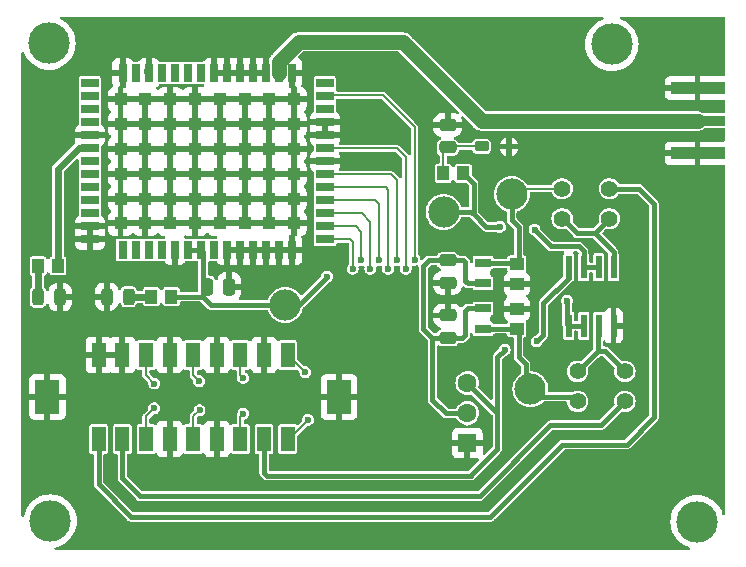
<source format=gbr>
%TF.GenerationSoftware,KiCad,Pcbnew,8.0.5*%
%TF.CreationDate,2025-05-06T08:30:01+02:00*%
%TF.ProjectId,ZED_F9P_minimal,5a45445f-4639-4505-9f6d-696e696d616c,rev?*%
%TF.SameCoordinates,Original*%
%TF.FileFunction,Copper,L1,Top*%
%TF.FilePolarity,Positive*%
%FSLAX46Y46*%
G04 Gerber Fmt 4.6, Leading zero omitted, Abs format (unit mm)*
G04 Created by KiCad (PCBNEW 8.0.5) date 2025-05-06 08:30:01*
%MOMM*%
%LPD*%
G01*
G04 APERTURE LIST*
G04 Aperture macros list*
%AMRoundRect*
0 Rectangle with rounded corners*
0 $1 Rounding radius*
0 $2 $3 $4 $5 $6 $7 $8 $9 X,Y pos of 4 corners*
0 Add a 4 corners polygon primitive as box body*
4,1,4,$2,$3,$4,$5,$6,$7,$8,$9,$2,$3,0*
0 Add four circle primitives for the rounded corners*
1,1,$1+$1,$2,$3*
1,1,$1+$1,$4,$5*
1,1,$1+$1,$6,$7*
1,1,$1+$1,$8,$9*
0 Add four rect primitives between the rounded corners*
20,1,$1+$1,$2,$3,$4,$5,0*
20,1,$1+$1,$4,$5,$6,$7,0*
20,1,$1+$1,$6,$7,$8,$9,0*
20,1,$1+$1,$8,$9,$2,$3,0*%
G04 Aperture macros list end*
%TA.AperFunction,ComponentPad*%
%ADD10C,2.641600*%
%TD*%
%TA.AperFunction,ComponentPad*%
%ADD11C,1.397000*%
%TD*%
%TA.AperFunction,SMDPad,CuDef*%
%ADD12RoundRect,0.218750X-0.381250X0.218750X-0.381250X-0.218750X0.381250X-0.218750X0.381250X0.218750X0*%
%TD*%
%TA.AperFunction,SMDPad,CuDef*%
%ADD13RoundRect,0.250000X0.475000X-0.250000X0.475000X0.250000X-0.475000X0.250000X-0.475000X-0.250000X0*%
%TD*%
%TA.AperFunction,SMDPad,CuDef*%
%ADD14R,1.193800X2.108200*%
%TD*%
%TA.AperFunction,SMDPad,CuDef*%
%ADD15R,2.108200X2.895600*%
%TD*%
%TA.AperFunction,SMDPad,CuDef*%
%ADD16R,0.558800X1.981200*%
%TD*%
%TA.AperFunction,SMDPad,CuDef*%
%ADD17RoundRect,0.250000X-0.475000X0.250000X-0.475000X-0.250000X0.475000X-0.250000X0.475000X0.250000X0*%
%TD*%
%TA.AperFunction,SMDPad,CuDef*%
%ADD18R,4.560000X0.850000*%
%TD*%
%TA.AperFunction,SMDPad,CuDef*%
%ADD19R,4.560000X1.000000*%
%TD*%
%TA.AperFunction,SMDPad,CuDef*%
%ADD20R,1.346200X0.758800*%
%TD*%
%TA.AperFunction,ComponentPad*%
%ADD21C,3.500000*%
%TD*%
%TA.AperFunction,SMDPad,CuDef*%
%ADD22RoundRect,0.112500X-0.112500X0.187500X-0.112500X-0.187500X0.112500X-0.187500X0.112500X0.187500X0*%
%TD*%
%TA.AperFunction,SMDPad,CuDef*%
%ADD23R,1.193800X1.010400*%
%TD*%
%TA.AperFunction,SMDPad,CuDef*%
%ADD24R,1.010400X1.193800*%
%TD*%
%TA.AperFunction,SMDPad,CuDef*%
%ADD25RoundRect,0.243750X-0.243750X-0.456250X0.243750X-0.456250X0.243750X0.456250X-0.243750X0.456250X0*%
%TD*%
%TA.AperFunction,ComponentPad*%
%ADD26R,1.599999X1.599999*%
%TD*%
%TA.AperFunction,ComponentPad*%
%ADD27C,1.599999*%
%TD*%
%TA.AperFunction,SMDPad,CuDef*%
%ADD28RoundRect,0.250000X-0.250000X-0.475000X0.250000X-0.475000X0.250000X0.475000X-0.250000X0.475000X0*%
%TD*%
%TA.AperFunction,SMDPad,CuDef*%
%ADD29RoundRect,0.243750X0.243750X0.456250X-0.243750X0.456250X-0.243750X-0.456250X0.243750X-0.456250X0*%
%TD*%
%TA.AperFunction,SMDPad,CuDef*%
%ADD30R,0.800000X1.500000*%
%TD*%
%TA.AperFunction,SMDPad,CuDef*%
%ADD31R,1.500000X0.800000*%
%TD*%
%TA.AperFunction,SMDPad,CuDef*%
%ADD32R,1.100000X1.100000*%
%TD*%
%TA.AperFunction,ViaPad*%
%ADD33C,0.600000*%
%TD*%
%TA.AperFunction,Conductor*%
%ADD34C,0.400000*%
%TD*%
%TA.AperFunction,Conductor*%
%ADD35C,0.200000*%
%TD*%
%TA.AperFunction,Conductor*%
%ADD36C,1.232271*%
%TD*%
%TA.AperFunction,Conductor*%
%ADD37C,0.600000*%
%TD*%
G04 APERTURE END LIST*
D10*
%TO.P,TP4,1,1*%
%TO.N,/3v3_puce*%
X42550000Y-43050000D03*
%TD*%
D11*
%TO.P,JP1,1,A*%
%TO.N,/3V3-IN*%
X67300000Y-51225000D03*
%TO.P,JP1,2,B*%
%TO.N,/jumper_3V_out*%
X67300000Y-48685000D03*
%TD*%
D12*
%TO.P,L1,1,1*%
%TO.N,/RF_IN*%
X59191350Y-27491500D03*
%TO.P,L1,2,2*%
%TO.N,Net-(C2-Pad1)*%
X59191350Y-29616500D03*
%TD*%
D13*
%TO.P,C2,1*%
%TO.N,Net-(C2-Pad1)*%
X56300000Y-29725000D03*
%TO.P,C2,2*%
%TO.N,GND*%
X56300000Y-27825000D03*
%TD*%
D14*
%TO.P,INPUTS1,1,1*%
%TO.N,/UART_TX*%
X42750000Y-47300000D03*
%TO.P,INPUTS1,2,2*%
%TO.N,/TIMER*%
X42750000Y-54400001D03*
%TO.P,INPUTS1,3,3*%
%TO.N,GND*%
X40750002Y-47300000D03*
%TO.P,INPUTS1,4,4*%
%TO.N,/12V*%
X40750002Y-54400001D03*
%TO.P,INPUTS1,5,5*%
%TO.N,/UART_RX*%
X38750001Y-47300000D03*
%TO.P,INPUTS1,6,6*%
%TO.N,/I_RESET*%
X38750001Y-54400001D03*
%TO.P,INPUTS1,7,7*%
%TO.N,GND*%
X36750002Y-47300000D03*
%TO.P,INPUTS1,8,8*%
X36750002Y-54400001D03*
%TO.P,INPUTS1,9,9*%
%TO.N,/I{slash}O *%
X34750001Y-47300000D03*
%TO.P,INPUTS1,10,10*%
%TO.N,/I_D_Sel*%
X34750001Y-54400001D03*
%TO.P,INPUTS1,11,11*%
%TO.N,GND*%
X32750000Y-47300000D03*
%TO.P,INPUTS1,12,12*%
X32750000Y-54400001D03*
%TO.P,INPUTS1,13,13*%
%TO.N,/I{slash}O_CLK_SELECT*%
X30750001Y-47300000D03*
%TO.P,INPUTS1,14,14*%
%TO.N,/O_TX_STATE*%
X30750001Y-54400001D03*
%TO.P,INPUTS1,15,15*%
%TO.N,GND*%
X28750000Y-47300000D03*
%TO.P,INPUTS1,16,16*%
%TO.N,/3V3-jumper*%
X28750000Y-54400001D03*
%TO.P,INPUTS1,17,17*%
%TO.N,GND*%
X26750002Y-47300000D03*
%TO.P,INPUTS1,18,18*%
%TO.N,/5V-jumper*%
X26750002Y-54400001D03*
D15*
%TO.P,INPUTS1,19*%
%TO.N,GND*%
X47094401Y-50850000D03*
%TO.P,INPUTS1,20*%
X22405601Y-50850000D03*
%TD*%
D16*
%TO.P,OPA2365AID1,1,VOUTA*%
%TO.N,/3v3_puce*%
X66530000Y-44804500D03*
%TO.P,OPA2365AID1,2,INA-*%
X67800000Y-44804500D03*
%TO.P,OPA2365AID1,3,INA+*%
%TO.N,/jumper_3V_out*%
X69070000Y-44804500D03*
%TO.P,OPA2365AID1,4,V-*%
%TO.N,GND*%
X70340000Y-44804500D03*
%TO.P,OPA2365AID1,5,INB+*%
%TO.N,/jumper_5V_out*%
X70340000Y-39876900D03*
%TO.P,OPA2365AID1,6,INB-*%
%TO.N,/5v_antenne*%
X69070000Y-39876900D03*
%TO.P,OPA2365AID1,7,VOUTB*%
X67800000Y-39876900D03*
%TO.P,OPA2365AID1,8,V+*%
%TO.N,/12V*%
X66530000Y-39876900D03*
%TD*%
D17*
%TO.P,C6,1*%
%TO.N,/pt div*%
X56300000Y-39275000D03*
%TO.P,C6,2*%
%TO.N,GND*%
X56300000Y-41175000D03*
%TD*%
D18*
%TO.P,SMA1,1*%
%TO.N,/RF_IN*%
X77450000Y-27455000D03*
D19*
%TO.P,SMA1,SH1*%
%TO.N,GND*%
X77450000Y-24685000D03*
%TO.P,SMA1,SH2*%
X77450000Y-30225000D03*
%TD*%
D20*
%TO.P,R6,1*%
%TO.N,/pt div*%
X59300000Y-41224999D03*
%TO.P,R6,2*%
%TO.N,/5V-IN*%
X59300000Y-39464999D03*
%TD*%
D21*
%TO.P,REF,*%
%TO.N,*%
X77400000Y-61400000D03*
%TD*%
D11*
%TO.P,JP4,1,A*%
%TO.N,/5V-jumper*%
X69988850Y-33213849D03*
%TO.P,JP4,2,B*%
%TO.N,/jumper_5V_out*%
X69988850Y-35753849D03*
%TD*%
D22*
%TO.P,D2,1,K*%
%TO.N,/RF_IN*%
X61488850Y-27566500D03*
%TO.P,D2,2,A*%
%TO.N,GND*%
X61488850Y-29666500D03*
%TD*%
D23*
%TO.P,R7,1*%
%TO.N,/5V-IN*%
X62150000Y-39575000D03*
%TO.P,R7,2*%
%TO.N,GND*%
X62150000Y-41271200D03*
%TD*%
D10*
%TO.P,TP5,1,1*%
%TO.N,/5V-IN*%
X61718850Y-33677650D03*
%TD*%
D24*
%TO.P,R5,1*%
%TO.N,Net-(ZED-F9P1-RTK_STAT)*%
X23300000Y-39750000D03*
%TO.P,R5,2*%
%TO.N,Net-(D1-A)*%
X21603800Y-39750000D03*
%TD*%
D21*
%TO.P,REF,*%
%TO.N,*%
X22550000Y-20900000D03*
%TD*%
%TO.P,REF,*%
%TO.N,*%
X22650000Y-61350000D03*
%TD*%
D13*
%TO.P,C5,1*%
%TO.N,/pt div*%
X56300000Y-45850000D03*
%TO.P,C5,2*%
%TO.N,GND*%
X56300000Y-43950000D03*
%TD*%
D10*
%TO.P,TP2,1,1*%
%TO.N,/3V3-IN*%
X63300000Y-50188800D03*
%TD*%
D11*
%TO.P,JP2,1,A*%
%TO.N,/3V3-jumper*%
X71300000Y-51225000D03*
%TO.P,JP2,2,B*%
%TO.N,/jumper_3V_out*%
X71300000Y-48685000D03*
%TD*%
D25*
%TO.P,D3,1,K*%
%TO.N,GND*%
X27425000Y-42350000D03*
%TO.P,D3,2,A*%
%TO.N,Net-(D3-A)*%
X29300000Y-42350000D03*
%TD*%
D11*
%TO.P,JP3,1,A*%
%TO.N,/5V-IN*%
X65988850Y-33213849D03*
%TO.P,JP3,2,B*%
%TO.N,/jumper_5V_out*%
X65988850Y-35753849D03*
%TD*%
D24*
%TO.P,R4,1*%
%TO.N,Net-(D3-A)*%
X31203800Y-42350000D03*
%TO.P,R4,2*%
%TO.N,/3v3_puce*%
X32900000Y-42350000D03*
%TD*%
D10*
%TO.P,TP3,1,1*%
%TO.N,/5v_antenne*%
X55950000Y-35177650D03*
%TD*%
D26*
%TO.P,LM1086IT-ADJ_NOPB1,1,GND*%
%TO.N,GND*%
X57950000Y-54740000D03*
D27*
%TO.P,LM1086IT-ADJ_NOPB1,2,OUTPUT*%
%TO.N,/pt div*%
X57950000Y-52200000D03*
%TO.P,LM1086IT-ADJ_NOPB1,3,INPUT*%
%TO.N,/12V*%
X57950000Y-49660000D03*
%TD*%
D28*
%TO.P,C4,1*%
%TO.N,/3v3_puce*%
X35900000Y-41500000D03*
%TO.P,C4,2*%
%TO.N,GND*%
X37800000Y-41500000D03*
%TD*%
D23*
%TO.P,R3,1*%
%TO.N,/3V3-IN*%
X62150000Y-45071200D03*
%TO.P,R3,2*%
%TO.N,GND*%
X62150000Y-43375000D03*
%TD*%
D24*
%TO.P,R1,1*%
%TO.N,Net-(C2-Pad1)*%
X55925000Y-31925000D03*
%TO.P,R1,2*%
%TO.N,/5v_antenne*%
X57621200Y-31925000D03*
%TD*%
D29*
%TO.P,D1,1,K*%
%TO.N,GND*%
X23487500Y-42400000D03*
%TO.P,D1,2,A*%
%TO.N,Net-(D1-A)*%
X21612500Y-42400000D03*
%TD*%
D30*
%TO.P,ZED-F9P1,1,GND*%
%TO.N,GND*%
X43100000Y-23400000D03*
%TO.P,ZED-F9P1,2,RF_IN*%
%TO.N,/RF_IN*%
X42000000Y-23400000D03*
%TO.P,ZED-F9P1,3,GND*%
%TO.N,GND*%
X40900000Y-23400000D03*
%TO.P,ZED-F9P1,4,ANT_DETECT*%
X39800000Y-23400000D03*
%TO.P,ZED-F9P1,5,ANT_OFF*%
X38700000Y-23400000D03*
%TO.P,ZED-F9P1,6,~{ANT_SHORT}*%
X37600000Y-23400000D03*
%TO.P,ZED-F9P1,7,VCC_RF*%
X36500000Y-23400000D03*
%TO.P,ZED-F9P1,8,Reserved*%
%TO.N,unconnected-(ZED-F9P1-Reserved-Pad8)*%
X35400000Y-23400000D03*
%TO.P,ZED-F9P1,9,Reserved*%
%TO.N,unconnected-(ZED-F9P1-Reserved-Pad9)*%
X34300000Y-23400000D03*
%TO.P,ZED-F9P1,10,Reserved*%
%TO.N,unconnected-(ZED-F9P1-Reserved-Pad10)*%
X33200000Y-23400000D03*
%TO.P,ZED-F9P1,11,Reserved*%
%TO.N,unconnected-(ZED-F9P1-Reserved-Pad11)*%
X32100000Y-23400000D03*
%TO.P,ZED-F9P1,12,GND*%
%TO.N,GND*%
X31000000Y-23400000D03*
%TO.P,ZED-F9P1,13,Reserved*%
%TO.N,unconnected-(ZED-F9P1-Reserved-Pad13)*%
X29900000Y-23400000D03*
%TO.P,ZED-F9P1,14,GND*%
%TO.N,GND*%
X28800000Y-23400000D03*
D31*
%TO.P,ZED-F9P1,15,Reserved*%
%TO.N,unconnected-(ZED-F9P1-Reserved-Pad15)*%
X26000000Y-24300000D03*
%TO.P,ZED-F9P1,16,Reserved*%
%TO.N,unconnected-(ZED-F9P1-Reserved-Pad16)*%
X26000000Y-25400000D03*
%TO.P,ZED-F9P1,17,Reserved*%
%TO.N,unconnected-(ZED-F9P1-Reserved-Pad17)*%
X26000000Y-26500000D03*
%TO.P,ZED-F9P1,18,Reserved*%
%TO.N,unconnected-(ZED-F9P1-Reserved-Pad18)*%
X26000000Y-27600000D03*
%TO.P,ZED-F9P1,19,GEOFENCE_STAT*%
%TO.N,GND*%
X26000000Y-28700000D03*
%TO.P,ZED-F9P1,20,RTK_STAT*%
%TO.N,Net-(ZED-F9P1-RTK_STAT)*%
X26000000Y-29800000D03*
%TO.P,ZED-F9P1,21,Reserved*%
%TO.N,unconnected-(ZED-F9P1-Reserved-Pad21)*%
X26000000Y-30900000D03*
%TO.P,ZED-F9P1,22,Reserved*%
%TO.N,unconnected-(ZED-F9P1-Reserved-Pad22)*%
X26000000Y-32000000D03*
%TO.P,ZED-F9P1,23,Reserved*%
%TO.N,unconnected-(ZED-F9P1-Reserved-Pad23)*%
X26000000Y-33100000D03*
%TO.P,ZED-F9P1,24,Reserved*%
%TO.N,unconnected-(ZED-F9P1-Reserved-Pad24)*%
X26000000Y-34200000D03*
%TO.P,ZED-F9P1,25,Reserved*%
%TO.N,unconnected-(ZED-F9P1-Reserved-Pad25)*%
X26000000Y-35300000D03*
%TO.P,ZED-F9P1,26,RXD2*%
%TO.N,GND*%
X26000000Y-36400000D03*
%TO.P,ZED-F9P1,27,TXD2*%
X26000000Y-37500000D03*
D30*
%TO.P,ZED-F9P1,28,Reserved*%
%TO.N,unconnected-(ZED-F9P1-Reserved-Pad28)*%
X28800000Y-38400000D03*
%TO.P,ZED-F9P1,29,Reserved*%
%TO.N,unconnected-(ZED-F9P1-Reserved-Pad29)*%
X29900000Y-38400000D03*
%TO.P,ZED-F9P1,30,Reserved*%
%TO.N,unconnected-(ZED-F9P1-Reserved-Pad30)*%
X31000000Y-38400000D03*
%TO.P,ZED-F9P1,31,Reserved*%
%TO.N,unconnected-(ZED-F9P1-Reserved-Pad31)*%
X32100000Y-38400000D03*
%TO.P,ZED-F9P1,32,GND*%
%TO.N,GND*%
X33200000Y-38400000D03*
%TO.P,ZED-F9P1,33,VCC*%
%TO.N,/3v3_puce*%
X34300000Y-38400000D03*
%TO.P,ZED-F9P1,34,VCC*%
X35400000Y-38400000D03*
%TO.P,ZED-F9P1,35,Reserved*%
%TO.N,unconnected-(ZED-F9P1-Reserved-Pad35)*%
X36500000Y-38400000D03*
%TO.P,ZED-F9P1,36,V_BCKP*%
%TO.N,GND*%
X37600000Y-38400000D03*
%TO.P,ZED-F9P1,37,GND*%
X38700000Y-38400000D03*
%TO.P,ZED-F9P1,38,V_USB*%
X39800000Y-38400000D03*
%TO.P,ZED-F9P1,39,USB_DM*%
X40900000Y-38400000D03*
%TO.P,ZED-F9P1,40,USB_DP*%
X42000000Y-38400000D03*
%TO.P,ZED-F9P1,41,GND*%
X43100000Y-38400000D03*
D31*
%TO.P,ZED-F9P1,42,TXD/SPI_MISO*%
%TO.N,/UART_TX*%
X45900000Y-37500000D03*
%TO.P,ZED-F9P1,43,RXD/SPI_MOSI*%
%TO.N,/UART_RX*%
X45900000Y-36400000D03*
%TO.P,ZED-F9P1,44,SDA/~{SPI_CS}*%
%TO.N,/I{slash}O *%
X45900000Y-35300000D03*
%TO.P,ZED-F9P1,45,SCL/SPI_CLK*%
%TO.N,/I{slash}O_CLK_SELECT*%
X45900000Y-34200000D03*
%TO.P,ZED-F9P1,46,TX_READY*%
%TO.N,/O_TX_STATE*%
X45900000Y-33100000D03*
%TO.P,ZED-F9P1,47,D_SEL*%
%TO.N,/I_D_Sel*%
X45900000Y-32000000D03*
%TO.P,ZED-F9P1,48,GND*%
%TO.N,GND*%
X45900000Y-30900000D03*
%TO.P,ZED-F9P1,49,~{RESET}*%
%TO.N,/I_RESET*%
X45900000Y-29800000D03*
%TO.P,ZED-F9P1,50,~{SAFEBOOT}*%
%TO.N,GND*%
X45900000Y-28700000D03*
%TO.P,ZED-F9P1,51,EXTINT*%
X45900000Y-27600000D03*
%TO.P,ZED-F9P1,52,Reserved*%
%TO.N,unconnected-(ZED-F9P1-Reserved-Pad52)*%
X45900000Y-26500000D03*
%TO.P,ZED-F9P1,53,TIMEPULSE*%
%TO.N,/TIMER*%
X45900000Y-25400000D03*
%TO.P,ZED-F9P1,54,Reserved*%
%TO.N,unconnected-(ZED-F9P1-Reserved-Pad54)*%
X45900000Y-24300000D03*
D32*
%TO.P,ZED-F9P1,55,GND*%
%TO.N,GND*%
X43300000Y-25650000D03*
X41200000Y-25650000D03*
X39100000Y-25650000D03*
X37000000Y-25650000D03*
X34900000Y-25650000D03*
X32800000Y-25650000D03*
X30700000Y-25650000D03*
X28600000Y-25650000D03*
X43300000Y-27750000D03*
X41200000Y-27750000D03*
X39100000Y-27750000D03*
X37000000Y-27750000D03*
X34900000Y-27750000D03*
X32800000Y-27750000D03*
X30700000Y-27750000D03*
X28600000Y-27750000D03*
X43300000Y-29850000D03*
X41200000Y-29850000D03*
X39100000Y-29850000D03*
X37000000Y-29850000D03*
X34900000Y-29850000D03*
X32800000Y-29850000D03*
X30700000Y-29850000D03*
X28600000Y-29850000D03*
X43300000Y-31950000D03*
X41200000Y-31950000D03*
X39100000Y-31950000D03*
X37000000Y-31950000D03*
X34900000Y-31950000D03*
X32800000Y-31950000D03*
X30700000Y-31950000D03*
X28600000Y-31950000D03*
X43300000Y-34050000D03*
X41200000Y-34050000D03*
X39100000Y-34050000D03*
X37000000Y-34050000D03*
X34900000Y-34050000D03*
X32800000Y-34050000D03*
X30700000Y-34050000D03*
X28600000Y-34050000D03*
X43300000Y-36150000D03*
X41200000Y-36150000D03*
X39100000Y-36150000D03*
X37000000Y-36150000D03*
X34900000Y-36150000D03*
X32800000Y-36150000D03*
X30700000Y-36150000D03*
X28600000Y-36150000D03*
%TD*%
D21*
%TO.P,REF,*%
%TO.N,*%
X70200000Y-21000000D03*
%TD*%
D20*
%TO.P,R2,1*%
%TO.N,/pt div*%
X59300000Y-43350300D03*
%TO.P,R2,2*%
%TO.N,/3V3-IN*%
X59300000Y-45099700D03*
%TD*%
D33*
%TO.N,/3v3_puce*%
X46085000Y-40665000D03*
X66415000Y-42700000D03*
%TO.N,GND*%
X59500000Y-47300000D03*
X74700000Y-40675000D03*
X39725000Y-56575000D03*
X49300000Y-61900000D03*
X77600000Y-28700000D03*
X60500000Y-42225000D03*
X72350000Y-26300000D03*
X77840000Y-24700000D03*
X50900000Y-56575000D03*
X52500000Y-60100000D03*
X44800000Y-47700000D03*
X57300000Y-58375000D03*
X60000000Y-37150000D03*
X42925000Y-56575000D03*
X53900000Y-23850000D03*
X77840000Y-30240000D03*
X45900000Y-42350000D03*
X31700000Y-60100000D03*
X42100000Y-20550000D03*
X54400000Y-51785000D03*
X59375000Y-34425000D03*
X54100000Y-58375000D03*
X67892198Y-46632961D03*
X41600000Y-21050000D03*
X60500000Y-59025000D03*
X54650000Y-32050000D03*
X42900000Y-60100000D03*
X66100000Y-52275000D03*
X55700000Y-58375000D03*
X68600000Y-26300000D03*
X49300000Y-60100000D03*
X23100000Y-29950000D03*
X44525000Y-56575000D03*
X41300000Y-58400000D03*
X72650000Y-45275000D03*
X57375000Y-36600000D03*
X30100000Y-57700000D03*
X47350000Y-41800000D03*
X43925000Y-19525000D03*
X34900000Y-60100000D03*
X52500000Y-58400000D03*
X50400000Y-26150000D03*
X54100000Y-56550000D03*
X46925000Y-19525000D03*
X61550000Y-37150000D03*
X58850000Y-46250000D03*
X56050000Y-47250000D03*
X48425000Y-19525000D03*
X44675000Y-22000000D03*
X46925000Y-22000000D03*
X76100000Y-28700000D03*
X47721324Y-53750000D03*
X31700000Y-60100000D03*
X58975000Y-31775000D03*
X64100000Y-26300000D03*
X74700000Y-36075000D03*
X58900000Y-58075000D03*
X67800000Y-43150000D03*
X57875000Y-48055000D03*
X57400000Y-24000000D03*
X53800000Y-47700000D03*
X44500000Y-61900000D03*
X73850000Y-28700000D03*
X72650000Y-40675000D03*
X25800000Y-56400000D03*
X27750000Y-56475000D03*
X62200000Y-57375000D03*
X51425000Y-19525000D03*
X63800000Y-58425000D03*
X56270000Y-49805000D03*
X57375000Y-33725000D03*
X54150000Y-20750000D03*
X46175000Y-19525000D03*
X52550000Y-28450000D03*
X44700000Y-40700000D03*
X26325000Y-59175000D03*
X58900000Y-61875000D03*
X57300000Y-60075000D03*
X36500000Y-60100000D03*
X73725000Y-33075000D03*
X68350000Y-52225000D03*
X30100000Y-56275000D03*
X56610000Y-48505000D03*
X74225000Y-53475000D03*
X78590000Y-30240000D03*
X22000000Y-32250000D03*
X52175000Y-19525000D03*
X64875000Y-32200000D03*
X71600000Y-26300000D03*
X55610000Y-52945000D03*
X55500000Y-25450000D03*
X63125000Y-37475000D03*
X65600000Y-26300000D03*
X45425000Y-19525000D03*
X25800000Y-57825000D03*
X47350000Y-42800000D03*
X66200000Y-49875000D03*
X47350000Y-43850000D03*
X54700000Y-21300000D03*
X54525000Y-36600000D03*
X72350000Y-28700000D03*
X54100000Y-58375000D03*
X75590000Y-24700000D03*
X62200000Y-60075000D03*
X76340000Y-24700000D03*
X44900000Y-53900000D03*
X72650000Y-47625000D03*
X46100000Y-56575000D03*
X74700000Y-42975000D03*
X58500000Y-25100000D03*
X61100000Y-26300000D03*
X60350000Y-26300000D03*
X60725000Y-38750000D03*
X53000000Y-19650000D03*
X73225000Y-54450000D03*
X39200000Y-42150000D03*
X42900000Y-58400000D03*
X61850000Y-26300000D03*
X46275000Y-22975000D03*
X55800000Y-22400000D03*
X69600000Y-54025000D03*
X65350000Y-54225000D03*
X41050000Y-21550000D03*
X67100000Y-26300000D03*
X58500000Y-28550000D03*
X45200000Y-43100000D03*
X71375000Y-53300000D03*
X74700000Y-49875000D03*
X59500000Y-52725000D03*
X67750000Y-41500000D03*
X59600000Y-26200000D03*
X40200000Y-42150000D03*
X72650000Y-52175000D03*
X55700000Y-60075000D03*
X42650000Y-20000000D03*
X31700000Y-58400000D03*
X55700000Y-56550000D03*
X44675000Y-19525000D03*
X43975000Y-41625000D03*
X56600000Y-26550000D03*
X51600000Y-30940000D03*
X70850000Y-26300000D03*
X50900000Y-61900000D03*
X55050000Y-40050000D03*
X59525000Y-49675000D03*
X72650000Y-49875000D03*
X64850000Y-26300000D03*
X30100000Y-61900000D03*
X28675000Y-61525000D03*
X79340000Y-24700000D03*
X57825000Y-30550000D03*
X64750000Y-51625000D03*
X40150000Y-43900000D03*
X46100000Y-61900000D03*
X27100000Y-39000000D03*
X34200000Y-41500000D03*
X73100000Y-26300000D03*
X78350000Y-28700000D03*
X64100000Y-28700000D03*
X47900000Y-28850000D03*
X70200000Y-49875000D03*
X43175000Y-19500000D03*
X47675000Y-22000000D03*
X27525000Y-60375000D03*
X51425000Y-22000000D03*
X73850000Y-26300000D03*
X56300000Y-22950000D03*
X71050000Y-34475000D03*
X69100000Y-41500000D03*
X38100000Y-60100000D03*
X63175000Y-35125000D03*
X73100000Y-28700000D03*
X49300000Y-28900000D03*
X34900000Y-61900000D03*
X54575000Y-33750000D03*
X70275000Y-41500000D03*
X22050000Y-34900000D03*
X74700000Y-47575000D03*
X60275000Y-32225000D03*
X47350000Y-40800000D03*
X54622429Y-28943753D03*
X41300000Y-60100000D03*
X49000000Y-26150000D03*
X56850000Y-23450000D03*
X55000000Y-24900000D03*
X71125000Y-32225000D03*
X26878964Y-22995703D03*
X60500000Y-61875000D03*
X65600000Y-28700000D03*
X49900000Y-30900000D03*
X36500000Y-58400000D03*
X46175000Y-22000000D03*
X78590000Y-24700000D03*
X72650000Y-38375000D03*
X59400000Y-33025000D03*
X52500000Y-58400000D03*
X63350000Y-28700000D03*
X33300000Y-58400000D03*
X55700000Y-58375000D03*
X52500000Y-56600000D03*
X65225000Y-44850000D03*
X45400000Y-40000000D03*
X48050000Y-30920000D03*
X71600000Y-28700000D03*
X33300000Y-60100000D03*
X61850000Y-48725000D03*
X46350000Y-53900000D03*
X77090000Y-24700000D03*
X63800000Y-55775000D03*
X67050000Y-32175000D03*
X53050000Y-26200000D03*
X70100000Y-28700000D03*
X54100000Y-61875000D03*
X39700000Y-60100000D03*
X50900000Y-60100000D03*
X41150000Y-41625000D03*
X46850000Y-46700000D03*
X73850000Y-26300000D03*
X71700000Y-55875000D03*
X54300000Y-27350000D03*
X49175000Y-22000000D03*
X74700000Y-45275000D03*
X25700000Y-39075000D03*
X47700000Y-58400000D03*
X60350000Y-28700000D03*
X70850000Y-28700000D03*
X57600000Y-46800000D03*
X51650000Y-27250000D03*
X31700000Y-58400000D03*
X57300000Y-58375000D03*
X64800000Y-48725000D03*
X55200000Y-42550000D03*
X67850000Y-26300000D03*
X52500000Y-61900000D03*
X68600000Y-28700000D03*
X35250000Y-43250000D03*
X68350000Y-49875000D03*
X64875000Y-36750000D03*
X75350000Y-26300000D03*
X46325000Y-38850000D03*
X57950000Y-24550000D03*
X30100000Y-61900000D03*
X67000000Y-34475000D03*
X31700000Y-61900000D03*
X69075000Y-43150000D03*
X63700000Y-53175000D03*
X46650000Y-41600000D03*
X41300000Y-61900000D03*
X65160000Y-39265000D03*
X41100000Y-44450000D03*
X75350000Y-28700000D03*
X63350000Y-26300000D03*
X48900000Y-52650000D03*
X37150000Y-43900000D03*
X36500000Y-61900000D03*
X36450000Y-40250000D03*
X52950000Y-48650000D03*
X47350000Y-44800000D03*
X56050000Y-26000000D03*
X57950000Y-28000000D03*
X50675000Y-22000000D03*
X78350000Y-26300000D03*
X70100000Y-26300000D03*
X42900000Y-61900000D03*
X60275000Y-35125000D03*
X44000000Y-44475000D03*
X56790000Y-50945000D03*
X60500000Y-56475000D03*
X36150000Y-43900000D03*
X74700000Y-34500000D03*
X74600000Y-26300000D03*
X46100000Y-60100000D03*
X54450000Y-24400000D03*
X65275000Y-43350000D03*
X47900000Y-24500000D03*
X59050000Y-25650000D03*
X60200000Y-46250000D03*
X67850000Y-28700000D03*
X28850000Y-59100000D03*
X45425000Y-22000000D03*
X48425000Y-22000000D03*
X64570000Y-41295000D03*
X66350000Y-28700000D03*
X64180000Y-38415000D03*
X49300000Y-58400000D03*
X51750000Y-24900000D03*
X47700000Y-56575000D03*
X30100000Y-60100000D03*
X69350000Y-28700000D03*
X76340000Y-30240000D03*
X50675000Y-19525000D03*
X44050000Y-54750000D03*
X72650000Y-42975000D03*
X58500000Y-36775000D03*
X49925000Y-19525000D03*
X62600000Y-26300000D03*
X34250000Y-43250000D03*
X65600000Y-28700000D03*
X76850000Y-28700000D03*
X49300000Y-56575000D03*
X47750000Y-26150000D03*
X49925000Y-22000000D03*
X47350000Y-45800000D03*
X69600000Y-55875000D03*
X39700000Y-58400000D03*
X67425000Y-55875000D03*
X58900000Y-60075000D03*
X64850000Y-28700000D03*
X60750000Y-40375000D03*
X68800000Y-32175000D03*
X63690000Y-42175000D03*
X69350000Y-26300000D03*
X47700000Y-61900000D03*
X47675000Y-19525000D03*
X54210000Y-50155000D03*
X65350000Y-56725000D03*
X44500000Y-60100000D03*
X33300000Y-61900000D03*
X64875000Y-34475000D03*
X57650000Y-42450000D03*
X54644614Y-30430194D03*
X68560000Y-38105000D03*
X57300000Y-61875000D03*
X34850000Y-40250000D03*
X74700000Y-38375000D03*
X77090000Y-30240000D03*
X54250000Y-38566500D03*
X62600000Y-28700000D03*
X53550000Y-20250000D03*
X76850000Y-26300000D03*
X22150000Y-37100000D03*
X66200000Y-47725000D03*
X79340000Y-30240000D03*
X27750000Y-57900000D03*
X39150000Y-43900000D03*
X71100000Y-36775000D03*
X59200000Y-48450000D03*
X72450000Y-32250000D03*
X44900000Y-22975000D03*
X51900000Y-49700000D03*
X77600000Y-26300000D03*
X55700000Y-61875000D03*
X53350000Y-23300000D03*
X38100000Y-61900000D03*
X55250000Y-21850000D03*
X46100000Y-58400000D03*
X50900000Y-58400000D03*
X74700000Y-52175000D03*
X67100000Y-28700000D03*
X75590000Y-30240000D03*
X50950000Y-28900000D03*
X47850000Y-27550000D03*
X54100000Y-60075000D03*
X73850000Y-28700000D03*
X25500000Y-22975000D03*
X38150000Y-43900000D03*
X60650000Y-44275000D03*
X67425000Y-54025000D03*
X63640000Y-40345000D03*
X44850000Y-38825000D03*
X61870000Y-51575000D03*
X76100000Y-26300000D03*
X58150000Y-38600000D03*
X52750000Y-22700000D03*
X62200000Y-54575000D03*
X66350000Y-26300000D03*
X50950000Y-50750000D03*
X63175000Y-32225000D03*
X72650000Y-49875000D03*
X34900000Y-58400000D03*
X63575000Y-44850000D03*
X70900000Y-37925000D03*
X39700000Y-61900000D03*
X50000000Y-51650000D03*
X52150000Y-22200000D03*
X49175000Y-19525000D03*
X44500000Y-58400000D03*
X47700000Y-60100000D03*
X38100000Y-58400000D03*
X57300000Y-56550000D03*
X49800000Y-24450000D03*
X68800000Y-34475000D03*
X74600000Y-28700000D03*
X72650000Y-36075000D03*
X64950000Y-46500000D03*
X72340000Y-34555000D03*
X46100000Y-47700000D03*
X72650000Y-52175000D03*
%TO.N,/I{slash}O *%
X35262500Y-49512500D03*
X49750000Y-40000000D03*
%TO.N,/UART_RX*%
X38987500Y-49237500D03*
X49000000Y-39250000D03*
%TO.N,/I{slash}O_CLK_SELECT*%
X50500000Y-39250000D03*
X31462500Y-49712500D03*
%TO.N,/O_TX_STATE*%
X31450000Y-51800000D03*
X51250000Y-40000000D03*
%TO.N,/UART_TX*%
X48250000Y-40000000D03*
X44250000Y-48750000D03*
%TO.N,/I_D_Sel*%
X35287500Y-51962500D03*
X52000000Y-39250000D03*
%TO.N,/I_RESET*%
X52750000Y-40000000D03*
X39000000Y-52250000D03*
%TO.N,/TIMER*%
X44462500Y-52787500D03*
X53500000Y-39250000D03*
%TO.N,/12V*%
X63821900Y-46146900D03*
X61121900Y-46846900D03*
%TO.N,/5v_antenne*%
X63650000Y-36675000D03*
X60725000Y-36450000D03*
%TD*%
D34*
%TO.N,/3v3_puce*%
X35600000Y-38600000D02*
X35400000Y-38400000D01*
X66530000Y-44804500D02*
X67800000Y-44804500D01*
X42550000Y-43050000D02*
X37800000Y-43050000D01*
X37800000Y-43050000D02*
X36250000Y-43050000D01*
X35400000Y-38400000D02*
X34300000Y-38400000D01*
X36250000Y-43050000D02*
X35550000Y-42350000D01*
X35550000Y-42350000D02*
X32900000Y-42350000D01*
X35600000Y-42400000D02*
X35600000Y-38600000D01*
X36250000Y-43050000D02*
X35600000Y-42400000D01*
X46085000Y-40665000D02*
X43700000Y-43050000D01*
X43700000Y-43050000D02*
X42550000Y-43050000D01*
X66415000Y-44689500D02*
X66530000Y-44804500D01*
X66415000Y-42700000D02*
X66415000Y-44689500D01*
D35*
%TO.N,GND*%
X30700000Y-23100001D02*
X30700000Y-23400000D01*
X39750000Y-38650000D02*
X39500000Y-38400000D01*
%TO.N,Net-(C2-Pad1)*%
X55925000Y-31925000D02*
X55925000Y-30100000D01*
X55925000Y-30100000D02*
X56408500Y-29616500D01*
X56408500Y-29616500D02*
X59191350Y-29616500D01*
D36*
%TO.N,/RF_IN*%
X42000000Y-22450000D02*
X42000000Y-23400000D01*
X77463500Y-27491500D02*
X63788850Y-27491500D01*
X63788850Y-27491500D02*
X61738850Y-27491500D01*
X59191350Y-27491500D02*
X59191350Y-27491350D01*
X59191350Y-27491350D02*
X52475000Y-20775000D01*
X61738850Y-27491500D02*
X59191350Y-27491500D01*
X43675000Y-20775000D02*
X52475000Y-20775000D01*
X43675000Y-20775000D02*
X42000000Y-22450000D01*
D37*
%TO.N,Net-(D1-A)*%
X21603800Y-39750000D02*
X21603800Y-42391300D01*
D35*
X21603800Y-42391300D02*
X21612500Y-42400000D01*
%TO.N,/I{slash}O *%
X49050000Y-35300000D02*
X45400000Y-35300000D01*
X49750000Y-36000000D02*
X49050000Y-35300000D01*
X35262500Y-49512500D02*
X34750001Y-49000001D01*
X34750001Y-49000001D02*
X34750001Y-47300000D01*
X49750000Y-40000000D02*
X49750000Y-36000000D01*
%TO.N,/UART_RX*%
X49000000Y-36875000D02*
X48525000Y-36400000D01*
X48525000Y-36400000D02*
X45400000Y-36400000D01*
X38750001Y-49000001D02*
X38750001Y-47300000D01*
X38987500Y-49237500D02*
X38750001Y-49000001D01*
X49000000Y-39250000D02*
X49000000Y-36875000D01*
%TO.N,/I{slash}O_CLK_SELECT*%
X31462500Y-49712500D02*
X30750001Y-49000001D01*
X30750001Y-49000001D02*
X30750001Y-47300000D01*
X50500000Y-39250000D02*
X50500000Y-34525000D01*
X50500000Y-34525000D02*
X50175000Y-34200000D01*
X50175000Y-34200000D02*
X45900000Y-34200000D01*
%TO.N,/O_TX_STATE*%
X51050000Y-33100000D02*
X45900000Y-33100000D01*
X51250000Y-40000000D02*
X51250000Y-33300000D01*
X31450000Y-51800000D02*
X30750001Y-52499999D01*
X30750001Y-52499999D02*
X30750001Y-54400001D01*
X51250000Y-33300000D02*
X51050000Y-33100000D01*
%TO.N,/UART_TX*%
X48000000Y-37500000D02*
X45400000Y-37500000D01*
X44250000Y-48750000D02*
X44200000Y-48750000D01*
X48250000Y-40000000D02*
X48250000Y-37750000D01*
X44200000Y-48750000D02*
X42750000Y-47300000D01*
X48250000Y-37750000D02*
X48000000Y-37500000D01*
%TO.N,/I_D_Sel*%
X52000000Y-39250000D02*
X52000000Y-32500000D01*
X51500000Y-32000000D02*
X45900000Y-32000000D01*
X35287500Y-51962500D02*
X34750001Y-52499999D01*
X34750001Y-52499999D02*
X34750001Y-54400001D01*
X52000000Y-32500000D02*
X51500000Y-32000000D01*
%TO.N,/I_RESET*%
X38750001Y-52499999D02*
X38750001Y-54400001D01*
X52750000Y-30550000D02*
X52000000Y-29800000D01*
X52750000Y-40000000D02*
X52750000Y-30550000D01*
X52000000Y-29800000D02*
X45900000Y-29800000D01*
X39000000Y-52250000D02*
X38750001Y-52499999D01*
%TO.N,/TIMER*%
X44462500Y-52787500D02*
X42849999Y-54400001D01*
X42849999Y-54400001D02*
X42750000Y-54400001D01*
X53500000Y-28000000D02*
X50800000Y-25300000D01*
X50800000Y-25300000D02*
X46000000Y-25300000D01*
X53500000Y-39250000D02*
X53500000Y-28000000D01*
X46000000Y-25300000D02*
X45900000Y-25400000D01*
D34*
%TO.N,/12V*%
X57965098Y-49690098D02*
X60500000Y-52225000D01*
X64400000Y-45568800D02*
X64400000Y-42875000D01*
X60500000Y-55225000D02*
X58250000Y-57475000D01*
X41000000Y-57500000D02*
X40750002Y-57250002D01*
X63821900Y-46146900D02*
X64400000Y-45568800D01*
X66530000Y-40745000D02*
X66530000Y-39876900D01*
X61121900Y-46846900D02*
X60500000Y-47468800D01*
X60500000Y-51725000D02*
X60500000Y-55225000D01*
X64400000Y-42875000D02*
X66530000Y-40745000D01*
X60500000Y-47468800D02*
X60500000Y-51975000D01*
X40750002Y-57250002D02*
X40750002Y-54400001D01*
X58250000Y-57500000D02*
X41000000Y-57500000D01*
%TO.N,/3V3-jumper*%
X28750000Y-54400001D02*
X28750000Y-57750000D01*
X28750000Y-57750000D02*
X30250000Y-59250000D01*
X30250000Y-59250000D02*
X59000000Y-59250000D01*
X65000000Y-53225000D02*
X69300000Y-53225000D01*
X69300000Y-53225000D02*
X71300000Y-51225000D01*
X59000000Y-59225000D02*
X65000000Y-53225000D01*
%TO.N,/5V-jumper*%
X70000001Y-33225000D02*
X69988850Y-33213849D01*
X73750000Y-52575000D02*
X73750000Y-34475000D01*
X29500000Y-61000000D02*
X59900000Y-61000000D01*
X66000000Y-54875000D02*
X71450000Y-54875000D01*
X73750000Y-34475000D02*
X72500000Y-33225000D01*
X71450000Y-54875000D02*
X73750000Y-52575000D01*
X26750002Y-54400001D02*
X26750002Y-58250002D01*
X72500000Y-33225000D02*
X70000001Y-33225000D01*
X59900000Y-60975000D02*
X66000000Y-54875000D01*
X26750002Y-58250002D02*
X29500000Y-61000000D01*
%TO.N,/5v_antenne*%
X58503850Y-32807650D02*
X57621200Y-31925000D01*
X65025000Y-38100000D02*
X67400000Y-38100000D01*
X60725000Y-36450000D02*
X59575000Y-36450000D01*
X67400000Y-38100000D02*
X67800000Y-38500000D01*
X67800000Y-38500000D02*
X67800000Y-39876900D01*
X58506500Y-35381500D02*
X58503850Y-35381500D01*
X55950000Y-35177650D02*
X58300000Y-35177650D01*
X63650000Y-36675000D02*
X63650000Y-36725000D01*
X69070000Y-39876900D02*
X67800000Y-39876900D01*
X58503850Y-35381500D02*
X58300000Y-35177650D01*
X63650000Y-36725000D02*
X65025000Y-38100000D01*
X59575000Y-36450000D02*
X58506500Y-35381500D01*
X58503850Y-35381500D02*
X58503850Y-32807650D01*
%TO.N,/3V3-IN*%
X62300000Y-47475000D02*
X62900000Y-48075000D01*
X63936200Y-50825000D02*
X63300000Y-50188800D01*
X62300000Y-45073100D02*
X59326600Y-45073100D01*
X62900000Y-49788800D02*
X63300000Y-50188800D01*
X66900000Y-50825000D02*
X63936200Y-50825000D01*
X62300000Y-45073100D02*
X62300000Y-47475000D01*
X59326600Y-45073100D02*
X59300000Y-45099700D01*
X67300000Y-51225000D02*
X66900000Y-50825000D01*
X62900000Y-48075000D02*
X62900000Y-49788800D01*
%TO.N,/5V-IN*%
X61718850Y-35846500D02*
X61718850Y-33677650D01*
X62300000Y-39528800D02*
X62300000Y-36427650D01*
X59363801Y-39528800D02*
X59300000Y-39464999D01*
X62300000Y-39528800D02*
X59363801Y-39528800D01*
X62300000Y-36427650D02*
X61718850Y-35846500D01*
D35*
X62182651Y-33213849D02*
X65988850Y-33213849D01*
%TO.N,/jumper_3V_out*%
X68760001Y-47224999D02*
X68780000Y-47224999D01*
D34*
X71300000Y-48685000D02*
X69589999Y-46974999D01*
D35*
X69030000Y-44844500D02*
X69070000Y-44804500D01*
D34*
X69030000Y-46974999D02*
X69030000Y-44844500D01*
X67300000Y-48685000D02*
X68760001Y-47224999D01*
X68780000Y-47224999D02*
X69030000Y-46974999D01*
X69589999Y-46974999D02*
X69030000Y-46974999D01*
%TO.N,/jumper_5V_out*%
X67250000Y-36975000D02*
X65988850Y-35713850D01*
X70340000Y-39876900D02*
X70340000Y-38565000D01*
X68767700Y-36975000D02*
X69988850Y-35753850D01*
X68750000Y-36975000D02*
X68550000Y-36975000D01*
X68550000Y-36975000D02*
X67250000Y-36975000D01*
X68550000Y-36975000D02*
X68767700Y-36975000D01*
X70340000Y-38565000D02*
X68750000Y-36975000D01*
X68750001Y-36975000D02*
X68550000Y-36975000D01*
%TO.N,/pt div*%
X56300000Y-39275000D02*
X57616200Y-39275000D01*
X57550000Y-45850000D02*
X57780000Y-45620000D01*
X58003699Y-41224999D02*
X59300000Y-41224999D01*
X57780000Y-45620000D02*
X57780000Y-43563800D01*
X55441100Y-39275000D02*
X54725000Y-39275000D01*
X54250000Y-39750000D02*
X54250000Y-45100000D01*
X57780000Y-43563800D02*
X57993500Y-43350300D01*
X56300000Y-45850000D02*
X55000000Y-45850000D01*
X56150002Y-52225002D02*
X57900000Y-52225002D01*
X55000000Y-45850000D02*
X55000000Y-51075000D01*
X54725000Y-39275000D02*
X54250000Y-39750000D01*
X54250000Y-45100000D02*
X55000000Y-45850000D01*
X55000000Y-51075000D02*
X56150002Y-52225002D01*
X55444900Y-39278800D02*
X55448699Y-39275000D01*
X55444900Y-39278800D02*
X55448700Y-39275000D01*
X57993500Y-43350300D02*
X59300000Y-43350300D01*
X56300000Y-45850000D02*
X57550000Y-45850000D01*
X57780000Y-39438800D02*
X57780000Y-41001300D01*
X55444900Y-39278800D02*
X55441100Y-39275000D01*
X57780000Y-41001300D02*
X58003699Y-41224999D01*
X55448700Y-39275000D02*
X56624900Y-39275000D01*
X57616200Y-39275000D02*
X57780000Y-39438800D01*
D37*
%TO.N,Net-(D3-A)*%
X31203800Y-42350000D02*
X29300000Y-42350000D01*
%TO.N,Net-(ZED-F9P1-RTK_STAT)*%
X23300000Y-39750000D02*
X23300000Y-31550000D01*
X25050000Y-29800000D02*
X26000000Y-29800000D01*
X23300000Y-31550000D02*
X25050000Y-29800000D01*
%TD*%
%TA.AperFunction,Conductor*%
%TO.N,GND*%
G36*
X69436068Y-18670185D02*
G01*
X69481823Y-18722989D01*
X69491767Y-18792147D01*
X69462742Y-18855703D01*
X69408888Y-18891919D01*
X69336919Y-18916349D01*
X69072334Y-19046828D01*
X68827041Y-19210728D01*
X68605241Y-19405241D01*
X68410728Y-19627041D01*
X68246828Y-19872334D01*
X68116349Y-20136919D01*
X68021521Y-20416269D01*
X68021518Y-20416283D01*
X67963968Y-20705609D01*
X67963964Y-20705636D01*
X67944671Y-20999992D01*
X67944671Y-21000007D01*
X67963964Y-21294363D01*
X67963965Y-21294373D01*
X67963966Y-21294380D01*
X67963968Y-21294390D01*
X68021518Y-21583716D01*
X68021521Y-21583730D01*
X68116349Y-21863080D01*
X68246825Y-22127660D01*
X68246829Y-22127667D01*
X68410725Y-22372955D01*
X68605241Y-22594758D01*
X68827044Y-22789274D01*
X69072332Y-22953170D01*
X69072335Y-22953172D01*
X69336923Y-23083652D01*
X69616278Y-23178481D01*
X69905620Y-23236034D01*
X69933888Y-23237886D01*
X70199993Y-23255329D01*
X70200000Y-23255329D01*
X70200007Y-23255329D01*
X70435675Y-23239881D01*
X70494380Y-23236034D01*
X70783722Y-23178481D01*
X71063077Y-23083652D01*
X71327665Y-22953172D01*
X71572957Y-22789273D01*
X71794758Y-22594758D01*
X71989273Y-22372957D01*
X72153172Y-22127665D01*
X72283652Y-21863077D01*
X72378481Y-21583722D01*
X72436034Y-21294380D01*
X72442588Y-21194390D01*
X72455329Y-21000007D01*
X72455329Y-20999992D01*
X72436035Y-20705636D01*
X72436034Y-20705620D01*
X72378481Y-20416278D01*
X72283652Y-20136923D01*
X72153172Y-19872336D01*
X71989273Y-19627043D01*
X71901575Y-19527043D01*
X71794758Y-19405241D01*
X71572955Y-19210725D01*
X71327667Y-19046829D01*
X71327660Y-19046825D01*
X71063080Y-18916349D01*
X70991112Y-18891919D01*
X70933958Y-18851730D01*
X70907605Y-18787021D01*
X70920419Y-18718336D01*
X70968334Y-18667483D01*
X71030971Y-18650500D01*
X79675500Y-18650500D01*
X79742539Y-18670185D01*
X79788294Y-18722989D01*
X79799500Y-18774500D01*
X79799500Y-23561000D01*
X79779815Y-23628039D01*
X79727011Y-23673794D01*
X79675500Y-23685000D01*
X77700000Y-23685000D01*
X77700000Y-25685000D01*
X79675500Y-25685000D01*
X79742539Y-25704685D01*
X79788294Y-25757489D01*
X79799500Y-25809000D01*
X79799500Y-26705500D01*
X79779815Y-26772539D01*
X79727011Y-26818294D01*
X79675500Y-26829500D01*
X77980266Y-26829500D01*
X77913227Y-26809815D01*
X77911375Y-26808602D01*
X77850328Y-26767811D01*
X77850319Y-26767806D01*
X77701704Y-26706248D01*
X77701696Y-26706246D01*
X77543934Y-26674865D01*
X77543931Y-26674865D01*
X63869281Y-26674865D01*
X61819281Y-26674865D01*
X59581123Y-26674865D01*
X59514084Y-26655180D01*
X59493442Y-26638546D01*
X58087740Y-25232844D01*
X74670000Y-25232844D01*
X74676401Y-25292372D01*
X74676403Y-25292379D01*
X74726645Y-25427086D01*
X74726649Y-25427093D01*
X74812809Y-25542187D01*
X74812812Y-25542190D01*
X74927906Y-25628350D01*
X74927913Y-25628354D01*
X75062620Y-25678596D01*
X75062627Y-25678598D01*
X75122155Y-25684999D01*
X75122172Y-25685000D01*
X77200000Y-25685000D01*
X77200000Y-24935000D01*
X74670000Y-24935000D01*
X74670000Y-25232844D01*
X58087740Y-25232844D01*
X56992051Y-24137155D01*
X74670000Y-24137155D01*
X74670000Y-24435000D01*
X77200000Y-24435000D01*
X77200000Y-23685000D01*
X75122155Y-23685000D01*
X75062627Y-23691401D01*
X75062620Y-23691403D01*
X74927913Y-23741645D01*
X74927906Y-23741649D01*
X74812812Y-23827809D01*
X74812809Y-23827812D01*
X74726649Y-23942906D01*
X74726645Y-23942913D01*
X74676403Y-24077620D01*
X74676401Y-24077627D01*
X74670000Y-24137155D01*
X56992051Y-24137155D01*
X52995578Y-20140681D01*
X52995574Y-20140678D01*
X52861827Y-20051310D01*
X52861814Y-20051303D01*
X52772894Y-20014472D01*
X52713208Y-19989749D01*
X52713196Y-19989746D01*
X52634317Y-19974056D01*
X52594874Y-19966210D01*
X52555433Y-19958365D01*
X52555432Y-19958365D01*
X52555431Y-19958365D01*
X43755432Y-19958365D01*
X43594568Y-19958365D01*
X43594564Y-19958365D01*
X43515682Y-19974056D01*
X43436802Y-19989745D01*
X43436793Y-19989748D01*
X43377106Y-20014472D01*
X43288182Y-20051304D01*
X43154422Y-20140679D01*
X43154421Y-20140680D01*
X41711388Y-21583716D01*
X41479426Y-21815678D01*
X41432027Y-21863077D01*
X41365678Y-21929425D01*
X41335486Y-21974612D01*
X41276306Y-22063179D01*
X41272051Y-22073454D01*
X41228209Y-22127857D01*
X41161915Y-22149921D01*
X41157490Y-22150000D01*
X41150000Y-22150000D01*
X41150000Y-23526000D01*
X41130315Y-23593039D01*
X41077511Y-23638794D01*
X41026000Y-23650000D01*
X36374000Y-23650000D01*
X36306961Y-23630315D01*
X36261206Y-23577511D01*
X36250000Y-23526000D01*
X36250000Y-23150000D01*
X36750000Y-23150000D01*
X37350000Y-23150000D01*
X37850000Y-23150000D01*
X38450000Y-23150000D01*
X38950000Y-23150000D01*
X39550000Y-23150000D01*
X40050000Y-23150000D01*
X40650000Y-23150000D01*
X40650000Y-22150000D01*
X40452155Y-22150000D01*
X40392624Y-22156401D01*
X40385073Y-22158186D01*
X40384734Y-22156754D01*
X40323630Y-22161119D01*
X40308350Y-22156632D01*
X40307375Y-22156401D01*
X40247844Y-22150000D01*
X40050000Y-22150000D01*
X40050000Y-23150000D01*
X39550000Y-23150000D01*
X39550000Y-22150000D01*
X39352155Y-22150000D01*
X39292624Y-22156401D01*
X39285073Y-22158186D01*
X39284734Y-22156754D01*
X39223630Y-22161119D01*
X39208350Y-22156632D01*
X39207375Y-22156401D01*
X39147844Y-22150000D01*
X38950000Y-22150000D01*
X38950000Y-23150000D01*
X38450000Y-23150000D01*
X38450000Y-22150000D01*
X38252155Y-22150000D01*
X38192624Y-22156401D01*
X38185073Y-22158186D01*
X38184734Y-22156754D01*
X38123630Y-22161119D01*
X38108350Y-22156632D01*
X38107375Y-22156401D01*
X38047844Y-22150000D01*
X37850000Y-22150000D01*
X37850000Y-23150000D01*
X37350000Y-23150000D01*
X37350000Y-22150000D01*
X37152155Y-22150000D01*
X37092624Y-22156401D01*
X37085073Y-22158186D01*
X37084734Y-22156754D01*
X37023630Y-22161119D01*
X37008350Y-22156632D01*
X37007375Y-22156401D01*
X36947844Y-22150000D01*
X36750000Y-22150000D01*
X36750000Y-23150000D01*
X36250000Y-23150000D01*
X36250000Y-22150000D01*
X36052155Y-22150000D01*
X35992627Y-22156401D01*
X35992620Y-22156403D01*
X35857913Y-22206645D01*
X35857906Y-22206649D01*
X35742812Y-22292809D01*
X35742809Y-22292812D01*
X35662710Y-22399811D01*
X35606777Y-22441682D01*
X35563444Y-22449500D01*
X34980247Y-22449500D01*
X34921770Y-22461131D01*
X34921768Y-22461132D01*
X34918887Y-22463058D01*
X34911655Y-22465322D01*
X34910487Y-22465806D01*
X34910443Y-22465701D01*
X34852209Y-22483933D01*
X34784829Y-22465446D01*
X34781113Y-22463058D01*
X34778231Y-22461132D01*
X34778229Y-22461131D01*
X34719752Y-22449500D01*
X34719748Y-22449500D01*
X33880252Y-22449500D01*
X33880247Y-22449500D01*
X33821770Y-22461131D01*
X33821768Y-22461132D01*
X33818887Y-22463058D01*
X33811655Y-22465322D01*
X33810487Y-22465806D01*
X33810443Y-22465701D01*
X33752209Y-22483933D01*
X33684829Y-22465446D01*
X33681113Y-22463058D01*
X33678231Y-22461132D01*
X33678229Y-22461131D01*
X33619752Y-22449500D01*
X33619748Y-22449500D01*
X32780252Y-22449500D01*
X32780247Y-22449500D01*
X32721770Y-22461131D01*
X32721768Y-22461132D01*
X32718887Y-22463058D01*
X32711655Y-22465322D01*
X32710487Y-22465806D01*
X32710443Y-22465701D01*
X32652209Y-22483933D01*
X32584829Y-22465446D01*
X32581113Y-22463058D01*
X32578231Y-22461132D01*
X32578229Y-22461131D01*
X32519752Y-22449500D01*
X32519748Y-22449500D01*
X31936556Y-22449500D01*
X31869517Y-22429815D01*
X31837290Y-22399811D01*
X31757190Y-22292812D01*
X31757187Y-22292809D01*
X31642093Y-22206649D01*
X31642086Y-22206645D01*
X31507379Y-22156403D01*
X31507372Y-22156401D01*
X31447844Y-22150000D01*
X31250000Y-22150000D01*
X31250000Y-23526000D01*
X31230315Y-23593039D01*
X31177511Y-23638794D01*
X31126000Y-23650000D01*
X30874000Y-23650000D01*
X30806961Y-23630315D01*
X30761206Y-23577511D01*
X30750000Y-23526000D01*
X30750000Y-22150000D01*
X30552155Y-22150000D01*
X30492627Y-22156401D01*
X30492620Y-22156403D01*
X30357913Y-22206645D01*
X30357906Y-22206649D01*
X30242812Y-22292809D01*
X30242809Y-22292812D01*
X30162710Y-22399811D01*
X30106777Y-22441682D01*
X30063444Y-22449500D01*
X29736556Y-22449500D01*
X29669517Y-22429815D01*
X29637290Y-22399811D01*
X29557190Y-22292812D01*
X29557187Y-22292809D01*
X29442093Y-22206649D01*
X29442086Y-22206645D01*
X29307379Y-22156403D01*
X29307372Y-22156401D01*
X29247844Y-22150000D01*
X29050000Y-22150000D01*
X29050000Y-24569000D01*
X29030315Y-24636039D01*
X28977511Y-24681794D01*
X28926000Y-24693000D01*
X28850000Y-24693000D01*
X28850000Y-25400000D01*
X32550000Y-25400000D01*
X33050000Y-25400000D01*
X34650000Y-25400000D01*
X34650000Y-24600000D01*
X34302155Y-24600000D01*
X34242627Y-24606401D01*
X34242620Y-24606403D01*
X34107913Y-24656645D01*
X34107906Y-24656649D01*
X33992812Y-24742809D01*
X33949266Y-24800979D01*
X33893332Y-24842849D01*
X33823640Y-24847833D01*
X33762317Y-24814347D01*
X33750734Y-24800979D01*
X33707187Y-24742809D01*
X33592093Y-24656649D01*
X33592086Y-24656645D01*
X33457379Y-24606403D01*
X33457372Y-24606401D01*
X33397844Y-24600000D01*
X33050000Y-24600000D01*
X33050000Y-25400000D01*
X32550000Y-25400000D01*
X32550000Y-24600000D01*
X32202155Y-24600000D01*
X32142627Y-24606401D01*
X32142620Y-24606403D01*
X32007913Y-24656645D01*
X32007906Y-24656649D01*
X31892812Y-24742809D01*
X31849266Y-24800979D01*
X31793332Y-24842849D01*
X31723640Y-24847833D01*
X31662317Y-24814347D01*
X31650734Y-24800979D01*
X31622332Y-24763040D01*
X31597914Y-24697577D01*
X31612765Y-24629303D01*
X31647287Y-24589461D01*
X31757190Y-24507186D01*
X31837290Y-24400189D01*
X31893223Y-24358318D01*
X31936556Y-24350500D01*
X32519750Y-24350500D01*
X32519751Y-24350499D01*
X32534568Y-24347552D01*
X32578229Y-24338868D01*
X32578231Y-24338867D01*
X32581108Y-24336945D01*
X32588335Y-24334681D01*
X32589513Y-24334194D01*
X32589556Y-24334299D01*
X32647785Y-24316066D01*
X32715165Y-24334550D01*
X32718892Y-24336945D01*
X32721768Y-24338867D01*
X32721770Y-24338868D01*
X32780247Y-24350499D01*
X32780250Y-24350500D01*
X32780252Y-24350500D01*
X33619750Y-24350500D01*
X33619751Y-24350499D01*
X33634568Y-24347552D01*
X33678229Y-24338868D01*
X33678231Y-24338867D01*
X33681108Y-24336945D01*
X33688335Y-24334681D01*
X33689513Y-24334194D01*
X33689556Y-24334299D01*
X33747785Y-24316066D01*
X33815165Y-24334550D01*
X33818892Y-24336945D01*
X33821768Y-24338867D01*
X33821770Y-24338868D01*
X33880247Y-24350499D01*
X33880250Y-24350500D01*
X33880252Y-24350500D01*
X34719750Y-24350500D01*
X34719751Y-24350499D01*
X34734568Y-24347552D01*
X34778229Y-24338868D01*
X34778231Y-24338867D01*
X34781108Y-24336945D01*
X34788335Y-24334681D01*
X34789513Y-24334194D01*
X34789556Y-24334299D01*
X34847785Y-24316066D01*
X34915165Y-24334550D01*
X34918892Y-24336945D01*
X34921768Y-24338867D01*
X34921770Y-24338868D01*
X34980247Y-24350499D01*
X34980250Y-24350500D01*
X35563444Y-24350500D01*
X35630483Y-24370185D01*
X35662714Y-24400193D01*
X35669096Y-24408719D01*
X35693510Y-24474184D01*
X35678656Y-24542457D01*
X35629249Y-24591860D01*
X35560975Y-24606710D01*
X35556570Y-24606315D01*
X35497844Y-24600000D01*
X35150000Y-24600000D01*
X35150000Y-25400000D01*
X43050000Y-25400000D01*
X43050000Y-24693000D01*
X42974000Y-24693000D01*
X42906961Y-24673315D01*
X42861206Y-24620511D01*
X42850000Y-24569000D01*
X42850000Y-24557000D01*
X43350000Y-24557000D01*
X43426000Y-24557000D01*
X43493039Y-24576685D01*
X43538794Y-24629489D01*
X43550000Y-24681000D01*
X43550000Y-25400000D01*
X44350000Y-25400000D01*
X44350000Y-25052172D01*
X44349999Y-25052155D01*
X44343598Y-24992627D01*
X44343596Y-24992620D01*
X44293354Y-24857913D01*
X44293350Y-24857906D01*
X44207190Y-24742812D01*
X44207187Y-24742809D01*
X44092093Y-24656649D01*
X44092086Y-24656645D01*
X43976199Y-24613422D01*
X43920265Y-24571551D01*
X43895848Y-24506086D01*
X43910700Y-24437813D01*
X43920267Y-24422927D01*
X43943352Y-24392090D01*
X43943354Y-24392086D01*
X43993596Y-24257379D01*
X43993598Y-24257372D01*
X43999999Y-24197844D01*
X44000000Y-24197827D01*
X44000000Y-23650000D01*
X43350000Y-23650000D01*
X43350000Y-24557000D01*
X42850000Y-24557000D01*
X42850000Y-23274000D01*
X42869685Y-23206961D01*
X42922489Y-23161206D01*
X42974000Y-23150000D01*
X44000000Y-23150000D01*
X44000000Y-22602172D01*
X43999999Y-22602155D01*
X43993598Y-22542627D01*
X43993596Y-22542620D01*
X43943354Y-22407913D01*
X43943350Y-22407906D01*
X43857190Y-22292812D01*
X43857187Y-22292809D01*
X43742093Y-22206649D01*
X43742087Y-22206646D01*
X43672438Y-22180668D01*
X43616505Y-22138796D01*
X43592088Y-22073331D01*
X43606940Y-22005059D01*
X43628088Y-21976807D01*
X43976943Y-21627954D01*
X44038266Y-21594469D01*
X44064624Y-21591635D01*
X52085377Y-21591635D01*
X52152416Y-21611320D01*
X52173058Y-21627954D01*
X57236972Y-26691868D01*
X57270457Y-26753191D01*
X57265473Y-26822883D01*
X57223601Y-26878816D01*
X57158137Y-26903233D01*
X57101047Y-26892700D01*
X57100977Y-26892914D01*
X57099431Y-26892401D01*
X57096890Y-26891933D01*
X57094122Y-26890642D01*
X56927697Y-26835494D01*
X56927690Y-26835493D01*
X56824986Y-26825000D01*
X56550000Y-26825000D01*
X56550000Y-27575000D01*
X57524999Y-27575000D01*
X57524999Y-27525028D01*
X57524998Y-27525013D01*
X57514505Y-27422302D01*
X57459357Y-27255878D01*
X57458069Y-27253115D01*
X57457753Y-27251036D01*
X57457086Y-27249023D01*
X57457430Y-27248908D01*
X57447576Y-27184037D01*
X57476094Y-27120253D01*
X57534570Y-27082012D01*
X57604438Y-27081457D01*
X57658131Y-27113027D01*
X58413157Y-27868053D01*
X58435960Y-27899438D01*
X58466691Y-27959749D01*
X58466696Y-27959756D01*
X58560593Y-28053653D01*
X58560596Y-28053655D01*
X58560599Y-28053658D01*
X58587623Y-28067427D01*
X58620603Y-28084232D01*
X58651988Y-28107035D01*
X58670772Y-28125819D01*
X58670776Y-28125822D01*
X58804521Y-28215188D01*
X58804530Y-28215193D01*
X58838196Y-28229138D01*
X58953146Y-28276752D01*
X59110914Y-28308134D01*
X59110917Y-28308135D01*
X59110919Y-28308135D01*
X77543933Y-28308135D01*
X77543934Y-28308134D01*
X77701704Y-28276752D01*
X77850322Y-28215192D01*
X77984074Y-28125822D01*
X77986238Y-28123658D01*
X77993078Y-28116819D01*
X78054401Y-28083334D01*
X78080759Y-28080500D01*
X79675500Y-28080500D01*
X79742539Y-28100185D01*
X79788294Y-28152989D01*
X79799500Y-28204500D01*
X79799500Y-29101000D01*
X79779815Y-29168039D01*
X79727011Y-29213794D01*
X79675500Y-29225000D01*
X77700000Y-29225000D01*
X77700000Y-31225000D01*
X79675500Y-31225000D01*
X79742539Y-31244685D01*
X79788294Y-31297489D01*
X79799500Y-31349000D01*
X79799500Y-60716322D01*
X79779815Y-60783361D01*
X79727011Y-60829116D01*
X79657853Y-60839060D01*
X79594297Y-60810035D01*
X79558081Y-60756181D01*
X79492565Y-60563181D01*
X79483652Y-60536923D01*
X79353172Y-60272336D01*
X79189273Y-60027043D01*
X79145422Y-59977041D01*
X78994758Y-59805241D01*
X78772955Y-59610725D01*
X78527667Y-59446829D01*
X78527660Y-59446825D01*
X78263080Y-59316349D01*
X77983730Y-59221521D01*
X77983724Y-59221519D01*
X77983722Y-59221519D01*
X77694380Y-59163966D01*
X77694373Y-59163965D01*
X77694363Y-59163964D01*
X77400007Y-59144671D01*
X77399993Y-59144671D01*
X77105636Y-59163964D01*
X77105624Y-59163965D01*
X77105620Y-59163966D01*
X77105612Y-59163967D01*
X77105609Y-59163968D01*
X76816283Y-59221518D01*
X76816269Y-59221521D01*
X76536919Y-59316349D01*
X76272334Y-59446828D01*
X76027041Y-59610728D01*
X75805241Y-59805241D01*
X75610728Y-60027041D01*
X75446828Y-60272334D01*
X75316349Y-60536919D01*
X75221521Y-60816269D01*
X75221518Y-60816283D01*
X75163968Y-61105609D01*
X75163964Y-61105636D01*
X75144671Y-61399992D01*
X75144671Y-61400007D01*
X75163964Y-61694363D01*
X75163965Y-61694373D01*
X75163966Y-61694380D01*
X75163968Y-61694390D01*
X75221518Y-61983716D01*
X75221521Y-61983730D01*
X75316349Y-62263080D01*
X75446825Y-62527660D01*
X75446829Y-62527667D01*
X75610725Y-62772955D01*
X75805241Y-62994758D01*
X75970029Y-63139273D01*
X76027043Y-63189273D01*
X76272335Y-63353172D01*
X76536923Y-63483652D01*
X76743815Y-63553883D01*
X76756182Y-63558081D01*
X76813336Y-63598270D01*
X76839689Y-63662979D01*
X76826875Y-63731664D01*
X76778961Y-63782517D01*
X76716323Y-63799500D01*
X23130207Y-63799500D01*
X23063168Y-63779815D01*
X23017413Y-63727011D01*
X23007469Y-63657853D01*
X23036494Y-63594297D01*
X23095272Y-63556523D01*
X23106016Y-63553883D01*
X23106775Y-63553731D01*
X23233722Y-63528481D01*
X23513077Y-63433652D01*
X23777665Y-63303172D01*
X24022957Y-63139273D01*
X24244758Y-62944758D01*
X24439273Y-62722957D01*
X24603172Y-62477665D01*
X24733652Y-62213077D01*
X24828481Y-61933722D01*
X24886034Y-61644380D01*
X24902019Y-61400499D01*
X24905329Y-61350007D01*
X24905329Y-61349992D01*
X24886035Y-61055636D01*
X24886034Y-61055620D01*
X24828481Y-60766278D01*
X24733652Y-60486923D01*
X24603172Y-60222336D01*
X24439273Y-59977043D01*
X24396655Y-59928447D01*
X24244758Y-59755241D01*
X24022955Y-59560725D01*
X23777667Y-59396829D01*
X23777660Y-59396825D01*
X23513080Y-59266349D01*
X23233730Y-59171521D01*
X23233724Y-59171519D01*
X23233722Y-59171519D01*
X22944380Y-59113966D01*
X22944373Y-59113965D01*
X22944363Y-59113964D01*
X22650007Y-59094671D01*
X22649993Y-59094671D01*
X22355636Y-59113964D01*
X22355624Y-59113965D01*
X22355620Y-59113966D01*
X22355612Y-59113967D01*
X22355609Y-59113968D01*
X22066283Y-59171518D01*
X22066269Y-59171521D01*
X21786919Y-59266349D01*
X21522334Y-59396828D01*
X21277041Y-59560728D01*
X21055241Y-59755241D01*
X20860728Y-59977041D01*
X20696828Y-60222334D01*
X20566349Y-60486919D01*
X20471521Y-60766269D01*
X20471518Y-60766283D01*
X20446117Y-60893984D01*
X20413732Y-60955895D01*
X20353017Y-60990469D01*
X20283247Y-60986730D01*
X20226575Y-60945864D01*
X20200994Y-60880845D01*
X20200500Y-60869793D01*
X20200500Y-53326148D01*
X25952602Y-53326148D01*
X25952602Y-55473853D01*
X25964233Y-55532330D01*
X25964234Y-55532331D01*
X26008549Y-55598653D01*
X26074871Y-55642968D01*
X26074872Y-55642969D01*
X26133349Y-55654600D01*
X26133352Y-55654601D01*
X26133354Y-55654601D01*
X26225502Y-55654601D01*
X26292541Y-55674286D01*
X26338296Y-55727090D01*
X26349502Y-55778601D01*
X26349502Y-58302728D01*
X26376795Y-58404591D01*
X26403158Y-58450252D01*
X26429522Y-58495915D01*
X29179519Y-61245912D01*
X29179520Y-61245913D01*
X29254087Y-61320480D01*
X29345413Y-61373207D01*
X29447273Y-61400500D01*
X29447275Y-61400500D01*
X59952725Y-61400500D01*
X59952727Y-61400500D01*
X60054587Y-61373207D01*
X60145913Y-61320480D01*
X60220480Y-61245913D01*
X60246468Y-61200897D01*
X60266171Y-61175220D01*
X66129573Y-55311819D01*
X66190896Y-55278334D01*
X66217254Y-55275500D01*
X71502725Y-55275500D01*
X71502727Y-55275500D01*
X71604588Y-55248207D01*
X71695913Y-55195480D01*
X74070480Y-52820913D01*
X74123207Y-52729588D01*
X74150500Y-52627727D01*
X74150500Y-52522273D01*
X74150500Y-34422273D01*
X74146947Y-34409012D01*
X74123207Y-34320412D01*
X74070480Y-34229087D01*
X72745913Y-32904520D01*
X72686757Y-32870366D01*
X72654589Y-32851793D01*
X72603657Y-32838146D01*
X72552727Y-32824500D01*
X72552726Y-32824500D01*
X70873727Y-32824500D01*
X70806688Y-32804815D01*
X70766340Y-32762500D01*
X70720165Y-32682522D01*
X70720164Y-32682521D01*
X70720163Y-32682519D01*
X70593712Y-32542082D01*
X70593115Y-32541648D01*
X70440830Y-32431006D01*
X70440827Y-32431004D01*
X70440826Y-32431004D01*
X70378139Y-32403094D01*
X70268191Y-32354141D01*
X70268186Y-32354139D01*
X70083339Y-32314849D01*
X69894361Y-32314849D01*
X69709513Y-32354139D01*
X69709508Y-32354141D01*
X69536874Y-32431004D01*
X69536869Y-32431006D01*
X69383991Y-32542079D01*
X69383988Y-32542081D01*
X69383988Y-32542082D01*
X69366290Y-32561738D01*
X69257534Y-32682522D01*
X69163050Y-32846175D01*
X69163049Y-32846177D01*
X69104653Y-33025902D01*
X69104652Y-33025905D01*
X69084898Y-33213849D01*
X69104652Y-33401792D01*
X69104653Y-33401795D01*
X69163049Y-33581520D01*
X69163050Y-33581522D01*
X69257534Y-33745175D01*
X69257535Y-33745177D01*
X69257537Y-33745179D01*
X69383988Y-33885616D01*
X69383991Y-33885618D01*
X69536869Y-33996691D01*
X69536870Y-33996691D01*
X69536874Y-33996694D01*
X69677667Y-34059379D01*
X69709508Y-34073556D01*
X69709513Y-34073558D01*
X69894361Y-34112849D01*
X70083339Y-34112849D01*
X70268187Y-34073558D01*
X70440826Y-33996694D01*
X70593712Y-33885616D01*
X70720163Y-33745179D01*
X70753464Y-33687500D01*
X70804031Y-33639285D01*
X70860851Y-33625500D01*
X72282745Y-33625500D01*
X72349784Y-33645185D01*
X72370426Y-33661819D01*
X73313181Y-34604574D01*
X73346666Y-34665897D01*
X73349500Y-34692255D01*
X73349500Y-52357745D01*
X73329815Y-52424784D01*
X73313181Y-52445426D01*
X71320426Y-54438181D01*
X71259103Y-54471666D01*
X71232745Y-54474500D01*
X66060339Y-54474500D01*
X66060323Y-54474499D01*
X66052727Y-54474499D01*
X65947273Y-54474499D01*
X65889424Y-54490000D01*
X65845412Y-54501793D01*
X65754084Y-54554522D01*
X59745426Y-60563181D01*
X59684103Y-60596666D01*
X59657745Y-60599500D01*
X29717255Y-60599500D01*
X29650216Y-60579815D01*
X29629574Y-60563181D01*
X27186821Y-58120428D01*
X27153336Y-58059105D01*
X27150502Y-58032747D01*
X27150502Y-55778601D01*
X27170187Y-55711562D01*
X27222991Y-55665807D01*
X27274502Y-55654601D01*
X27366652Y-55654601D01*
X27366653Y-55654600D01*
X27381470Y-55651653D01*
X27425131Y-55642969D01*
X27425131Y-55642968D01*
X27425133Y-55642968D01*
X27491454Y-55598653D01*
X27535769Y-55532332D01*
X27535769Y-55532330D01*
X27535770Y-55532330D01*
X27547401Y-55473853D01*
X27547402Y-55473851D01*
X27547402Y-53326150D01*
X27547401Y-53326148D01*
X27952600Y-53326148D01*
X27952600Y-55473853D01*
X27964231Y-55532330D01*
X27964232Y-55532331D01*
X28008547Y-55598653D01*
X28074869Y-55642968D01*
X28074870Y-55642969D01*
X28133347Y-55654600D01*
X28133350Y-55654601D01*
X28133352Y-55654601D01*
X28225500Y-55654601D01*
X28292539Y-55674286D01*
X28338294Y-55727090D01*
X28349500Y-55778601D01*
X28349500Y-57802726D01*
X28376793Y-57904589D01*
X28403156Y-57950250D01*
X28429520Y-57995913D01*
X29929519Y-59495912D01*
X29929520Y-59495913D01*
X30004087Y-59570480D01*
X30095413Y-59623207D01*
X30197273Y-59650500D01*
X30197275Y-59650500D01*
X59052725Y-59650500D01*
X59052727Y-59650500D01*
X59154587Y-59623207D01*
X59245913Y-59570480D01*
X59320480Y-59495913D01*
X59346468Y-59450897D01*
X59366171Y-59425220D01*
X65129574Y-53661819D01*
X65190897Y-53628334D01*
X65217255Y-53625500D01*
X69352725Y-53625500D01*
X69352727Y-53625500D01*
X69454588Y-53598207D01*
X69545913Y-53545480D01*
X70961528Y-52129863D01*
X71022849Y-52096380D01*
X71074986Y-52096256D01*
X71205511Y-52124000D01*
X71394489Y-52124000D01*
X71579337Y-52084709D01*
X71751976Y-52007845D01*
X71904862Y-51896767D01*
X72031313Y-51756330D01*
X72125801Y-51592670D01*
X72184198Y-51412942D01*
X72203952Y-51225000D01*
X72184198Y-51037058D01*
X72125801Y-50857330D01*
X72031313Y-50693670D01*
X71904862Y-50553233D01*
X71904858Y-50553230D01*
X71751980Y-50442157D01*
X71751977Y-50442155D01*
X71751976Y-50442155D01*
X71688245Y-50413780D01*
X71579341Y-50365292D01*
X71579336Y-50365290D01*
X71394489Y-50326000D01*
X71205511Y-50326000D01*
X71020663Y-50365290D01*
X71020658Y-50365292D01*
X70848024Y-50442155D01*
X70848019Y-50442157D01*
X70695141Y-50553230D01*
X70695138Y-50553232D01*
X70695138Y-50553233D01*
X70636420Y-50618445D01*
X70568684Y-50693673D01*
X70474200Y-50857326D01*
X70474199Y-50857328D01*
X70415803Y-51037053D01*
X70415802Y-51037056D01*
X70396048Y-51225000D01*
X70415802Y-51412943D01*
X70415802Y-51412944D01*
X70424168Y-51438691D01*
X70426162Y-51508532D01*
X70393917Y-51564688D01*
X69170426Y-52788181D01*
X69109103Y-52821666D01*
X69082745Y-52824500D01*
X64947273Y-52824500D01*
X64845411Y-52851793D01*
X64822391Y-52865085D01*
X64822390Y-52865085D01*
X64754090Y-52904517D01*
X64754085Y-52904521D01*
X58845426Y-58813181D01*
X58784103Y-58846666D01*
X58757745Y-58849500D01*
X30467255Y-58849500D01*
X30400216Y-58829815D01*
X30379574Y-58813181D01*
X29186819Y-57620426D01*
X29153334Y-57559103D01*
X29150500Y-57532745D01*
X29150500Y-55778601D01*
X29170185Y-55711562D01*
X29222989Y-55665807D01*
X29274500Y-55654601D01*
X29366650Y-55654601D01*
X29366651Y-55654600D01*
X29381468Y-55651653D01*
X29425129Y-55642969D01*
X29425129Y-55642968D01*
X29425131Y-55642968D01*
X29491452Y-55598653D01*
X29535767Y-55532332D01*
X29535767Y-55532330D01*
X29535768Y-55532330D01*
X29547399Y-55473853D01*
X29547400Y-55473851D01*
X29547400Y-53326150D01*
X29547399Y-53326148D01*
X29952601Y-53326148D01*
X29952601Y-55473853D01*
X29964232Y-55532330D01*
X29964233Y-55532331D01*
X30008548Y-55598653D01*
X30074870Y-55642968D01*
X30074871Y-55642969D01*
X30133348Y-55654600D01*
X30133351Y-55654601D01*
X30133353Y-55654601D01*
X31366651Y-55654601D01*
X31366652Y-55654600D01*
X31381469Y-55651653D01*
X31425130Y-55642969D01*
X31425130Y-55642968D01*
X31425132Y-55642968D01*
X31491453Y-55598653D01*
X31491452Y-55598653D01*
X31501608Y-55591868D01*
X31503091Y-55594087D01*
X31548824Y-55569110D01*
X31618516Y-55574087D01*
X31674454Y-55615952D01*
X31691377Y-55646939D01*
X31709746Y-55696188D01*
X31709749Y-55696194D01*
X31795909Y-55811288D01*
X31795912Y-55811291D01*
X31911006Y-55897451D01*
X31911013Y-55897455D01*
X32045720Y-55947697D01*
X32045727Y-55947699D01*
X32105255Y-55954100D01*
X32105272Y-55954101D01*
X32500000Y-55954101D01*
X32500000Y-52845901D01*
X33000000Y-52845901D01*
X33000000Y-55954101D01*
X33394728Y-55954101D01*
X33394744Y-55954100D01*
X33454272Y-55947699D01*
X33454279Y-55947697D01*
X33588986Y-55897455D01*
X33588993Y-55897451D01*
X33704087Y-55811291D01*
X33704090Y-55811288D01*
X33790250Y-55696194D01*
X33790253Y-55696189D01*
X33808621Y-55646940D01*
X33850491Y-55591006D01*
X33915955Y-55566587D01*
X33984228Y-55581437D01*
X33998316Y-55591983D01*
X33998394Y-55591868D01*
X34074870Y-55642968D01*
X34074871Y-55642969D01*
X34133348Y-55654600D01*
X34133351Y-55654601D01*
X34133353Y-55654601D01*
X35366651Y-55654601D01*
X35366652Y-55654600D01*
X35381469Y-55651653D01*
X35425130Y-55642969D01*
X35425130Y-55642968D01*
X35425132Y-55642968D01*
X35491453Y-55598653D01*
X35491452Y-55598653D01*
X35501608Y-55591868D01*
X35503090Y-55594087D01*
X35548826Y-55569108D01*
X35618518Y-55574085D01*
X35674456Y-55615950D01*
X35691379Y-55646938D01*
X35709747Y-55696187D01*
X35709751Y-55696194D01*
X35795911Y-55811288D01*
X35795914Y-55811291D01*
X35911008Y-55897451D01*
X35911015Y-55897455D01*
X36045722Y-55947697D01*
X36045729Y-55947699D01*
X36105257Y-55954100D01*
X36105274Y-55954101D01*
X36500002Y-55954101D01*
X36500002Y-52845901D01*
X37000002Y-52845901D01*
X37000002Y-55954101D01*
X37394730Y-55954101D01*
X37394746Y-55954100D01*
X37454274Y-55947699D01*
X37454281Y-55947697D01*
X37588988Y-55897455D01*
X37588995Y-55897451D01*
X37704089Y-55811291D01*
X37704092Y-55811288D01*
X37790252Y-55696194D01*
X37790257Y-55696185D01*
X37808624Y-55646941D01*
X37850494Y-55591007D01*
X37915958Y-55566589D01*
X37984232Y-55581440D01*
X37998316Y-55591983D01*
X37998394Y-55591868D01*
X38074870Y-55642968D01*
X38074871Y-55642969D01*
X38133348Y-55654600D01*
X38133351Y-55654601D01*
X38133353Y-55654601D01*
X39366651Y-55654601D01*
X39366652Y-55654600D01*
X39381469Y-55651653D01*
X39425130Y-55642969D01*
X39425130Y-55642968D01*
X39425132Y-55642968D01*
X39491453Y-55598653D01*
X39535768Y-55532332D01*
X39535768Y-55532330D01*
X39535769Y-55532330D01*
X39547400Y-55473853D01*
X39547401Y-55473851D01*
X39547401Y-53326150D01*
X39547400Y-53326148D01*
X39952602Y-53326148D01*
X39952602Y-55473853D01*
X39964233Y-55532330D01*
X39964234Y-55532331D01*
X40008549Y-55598653D01*
X40074871Y-55642968D01*
X40074872Y-55642969D01*
X40133349Y-55654600D01*
X40133352Y-55654601D01*
X40133354Y-55654601D01*
X40225502Y-55654601D01*
X40292541Y-55674286D01*
X40338296Y-55727090D01*
X40349502Y-55778601D01*
X40349502Y-57302728D01*
X40376795Y-57404591D01*
X40403158Y-57450252D01*
X40429522Y-57495915D01*
X40679518Y-57745911D01*
X40679520Y-57745913D01*
X40754087Y-57820480D01*
X40802112Y-57848207D01*
X40802113Y-57848208D01*
X40845407Y-57873204D01*
X40845410Y-57873206D01*
X40845412Y-57873206D01*
X40845413Y-57873207D01*
X40947273Y-57900501D01*
X40947275Y-57900501D01*
X41060323Y-57900501D01*
X41060339Y-57900500D01*
X58302725Y-57900500D01*
X58302727Y-57900500D01*
X58404587Y-57873207D01*
X58495913Y-57820480D01*
X58570480Y-57745913D01*
X58596468Y-57700897D01*
X58616171Y-57675220D01*
X60735703Y-55555687D01*
X60735708Y-55555684D01*
X60745911Y-55545480D01*
X60745913Y-55545480D01*
X60820480Y-55470913D01*
X60873207Y-55379587D01*
X60900501Y-55277726D01*
X60900501Y-55172273D01*
X60900501Y-55164678D01*
X60900500Y-55164660D01*
X60900500Y-47686055D01*
X60920185Y-47619016D01*
X60936819Y-47598374D01*
X61007467Y-47527726D01*
X61162892Y-47372300D01*
X61215637Y-47341006D01*
X61331950Y-47306854D01*
X61331950Y-47306853D01*
X61331953Y-47306853D01*
X61453028Y-47229043D01*
X61547277Y-47120273D01*
X61607065Y-46989357D01*
X61627547Y-46846900D01*
X61607065Y-46704443D01*
X61547277Y-46573527D01*
X61453028Y-46464757D01*
X61331953Y-46386947D01*
X61331951Y-46386946D01*
X61331949Y-46386945D01*
X61331950Y-46386945D01*
X61193863Y-46346400D01*
X61193861Y-46346400D01*
X61049939Y-46346400D01*
X61049936Y-46346400D01*
X60911849Y-46386945D01*
X60790773Y-46464756D01*
X60696523Y-46573526D01*
X60696522Y-46573528D01*
X60636735Y-46704441D01*
X60636734Y-46704445D01*
X60632326Y-46735104D01*
X60603300Y-46798659D01*
X60597269Y-46805136D01*
X60179522Y-47222884D01*
X60179518Y-47222890D01*
X60126792Y-47314213D01*
X60126791Y-47314215D01*
X60117685Y-47348203D01*
X60117685Y-47348205D01*
X60099500Y-47416073D01*
X60099500Y-50958745D01*
X60079815Y-51025784D01*
X60027011Y-51071539D01*
X59957853Y-51081483D01*
X59894297Y-51052458D01*
X59887819Y-51046426D01*
X58933067Y-50091674D01*
X58899582Y-50030351D01*
X58902087Y-49967998D01*
X58936023Y-49856132D01*
X58955340Y-49660000D01*
X58936023Y-49463868D01*
X58878813Y-49275273D01*
X58858623Y-49237500D01*
X58785911Y-49101464D01*
X58785909Y-49101461D01*
X58660883Y-48949116D01*
X58508538Y-48824090D01*
X58508535Y-48824088D01*
X58334732Y-48731189D01*
X58334729Y-48731188D01*
X58334727Y-48731187D01*
X58146132Y-48673977D01*
X58146129Y-48673976D01*
X57950000Y-48654660D01*
X57753870Y-48673976D01*
X57641271Y-48708133D01*
X57565273Y-48731187D01*
X57565272Y-48731187D01*
X57565267Y-48731189D01*
X57391464Y-48824088D01*
X57391461Y-48824090D01*
X57239116Y-48949116D01*
X57114090Y-49101461D01*
X57114088Y-49101464D01*
X57021189Y-49275267D01*
X57021187Y-49275272D01*
X57021187Y-49275273D01*
X57015255Y-49294827D01*
X56963976Y-49463870D01*
X56944660Y-49660000D01*
X56963976Y-49856129D01*
X56963977Y-49856131D01*
X56963977Y-49856132D01*
X57019486Y-50039120D01*
X57021189Y-50044732D01*
X57114088Y-50218535D01*
X57114090Y-50218538D01*
X57239116Y-50370883D01*
X57391461Y-50495909D01*
X57391464Y-50495911D01*
X57498707Y-50553233D01*
X57565273Y-50588813D01*
X57753868Y-50646023D01*
X57950000Y-50665340D01*
X58146132Y-50646023D01*
X58234981Y-50619069D01*
X58304845Y-50618445D01*
X58358657Y-50650049D01*
X60063181Y-52354573D01*
X60096666Y-52415896D01*
X60099500Y-52442254D01*
X60099500Y-55007745D01*
X60079815Y-55074784D01*
X60063181Y-55095426D01*
X59459902Y-55698704D01*
X59398579Y-55732189D01*
X59328887Y-55727205D01*
X59272954Y-55685333D01*
X59248537Y-55619869D01*
X59248932Y-55597765D01*
X59249999Y-55587839D01*
X59250000Y-55587827D01*
X59250000Y-54990000D01*
X58383013Y-54990000D01*
X58415926Y-54932993D01*
X58450001Y-54805826D01*
X58450001Y-54674174D01*
X58415926Y-54547007D01*
X58383013Y-54490000D01*
X59250000Y-54490000D01*
X59250000Y-53892172D01*
X59249999Y-53892155D01*
X59243598Y-53832627D01*
X59243596Y-53832620D01*
X59193354Y-53697913D01*
X59193350Y-53697906D01*
X59107190Y-53582812D01*
X59107187Y-53582809D01*
X58992093Y-53496649D01*
X58992086Y-53496645D01*
X58857379Y-53446403D01*
X58857372Y-53446401D01*
X58797844Y-53440000D01*
X58091538Y-53440000D01*
X58024499Y-53420315D01*
X57978744Y-53367511D01*
X57968800Y-53298353D01*
X57997825Y-53234797D01*
X58056603Y-53197023D01*
X58079384Y-53192597D01*
X58080126Y-53192523D01*
X58146132Y-53186023D01*
X58334727Y-53128813D01*
X58508537Y-53035910D01*
X58660883Y-52910883D01*
X58785910Y-52758537D01*
X58878813Y-52584727D01*
X58936023Y-52396132D01*
X58955340Y-52200000D01*
X58936023Y-52003868D01*
X58878813Y-51815273D01*
X58870650Y-51800001D01*
X58785911Y-51641464D01*
X58785909Y-51641461D01*
X58660883Y-51489116D01*
X58508538Y-51364090D01*
X58508535Y-51364088D01*
X58334732Y-51271189D01*
X58334729Y-51271188D01*
X58334727Y-51271187D01*
X58146132Y-51213977D01*
X58146129Y-51213976D01*
X57950000Y-51194660D01*
X57753870Y-51213976D01*
X57624462Y-51253232D01*
X57565273Y-51271187D01*
X57565272Y-51271187D01*
X57565267Y-51271189D01*
X57391464Y-51364088D01*
X57391461Y-51364090D01*
X57239116Y-51489116D01*
X57114090Y-51641461D01*
X57114088Y-51641464D01*
X57051289Y-51758955D01*
X57002327Y-51808799D01*
X56941931Y-51824502D01*
X56367257Y-51824502D01*
X56300218Y-51804817D01*
X56279576Y-51788183D01*
X55436819Y-50945426D01*
X55403334Y-50884103D01*
X55400500Y-50857745D01*
X55400500Y-46592242D01*
X55420185Y-46525203D01*
X55472989Y-46479448D01*
X55542147Y-46469504D01*
X55598132Y-46492471D01*
X55612118Y-46502793D01*
X55654845Y-46517744D01*
X55740299Y-46547646D01*
X55770730Y-46550500D01*
X55770734Y-46550500D01*
X56829270Y-46550500D01*
X56859699Y-46547646D01*
X56859701Y-46547646D01*
X56923838Y-46525203D01*
X56987882Y-46502793D01*
X57097150Y-46422150D01*
X57177793Y-46312882D01*
X57177793Y-46312881D01*
X57183311Y-46305405D01*
X57185285Y-46306862D01*
X57224580Y-46266485D01*
X57285480Y-46250500D01*
X57602725Y-46250500D01*
X57602727Y-46250500D01*
X57704588Y-46223207D01*
X57795913Y-46170480D01*
X58100480Y-45865913D01*
X58153207Y-45774588D01*
X58180500Y-45672727D01*
X58180500Y-45567273D01*
X58180500Y-45521619D01*
X58200185Y-45454580D01*
X58252989Y-45408825D01*
X58322147Y-45398881D01*
X58385703Y-45427906D01*
X58423477Y-45486684D01*
X58426117Y-45497428D01*
X58438031Y-45557329D01*
X58438032Y-45557330D01*
X58482347Y-45623652D01*
X58548669Y-45667967D01*
X58548670Y-45667968D01*
X58607147Y-45679599D01*
X58607150Y-45679600D01*
X58607152Y-45679600D01*
X59992850Y-45679600D01*
X59992851Y-45679599D01*
X60007668Y-45676652D01*
X60051329Y-45667968D01*
X60051329Y-45667967D01*
X60051331Y-45667967D01*
X60117652Y-45623652D01*
X60161967Y-45557331D01*
X60161968Y-45557328D01*
X60164944Y-45550146D01*
X60208785Y-45495743D01*
X60275080Y-45473679D01*
X60279504Y-45473600D01*
X61228600Y-45473600D01*
X61295639Y-45493285D01*
X61341394Y-45546089D01*
X61350987Y-45590187D01*
X61352003Y-45590088D01*
X61352600Y-45596152D01*
X61364231Y-45654629D01*
X61364232Y-45654630D01*
X61408547Y-45720952D01*
X61474869Y-45765267D01*
X61474870Y-45765268D01*
X61533347Y-45776899D01*
X61533350Y-45776900D01*
X61533352Y-45776900D01*
X61775500Y-45776900D01*
X61842539Y-45796585D01*
X61888294Y-45849389D01*
X61899500Y-45900900D01*
X61899500Y-47422273D01*
X61899500Y-47527727D01*
X61913146Y-47578657D01*
X61926793Y-47629589D01*
X61929740Y-47634693D01*
X61979520Y-47720913D01*
X61979522Y-47720915D01*
X62463181Y-48204574D01*
X62496666Y-48265897D01*
X62499500Y-48292255D01*
X62499500Y-48825680D01*
X62479815Y-48892719D01*
X62440291Y-48931407D01*
X62403038Y-48954235D01*
X62220952Y-49109752D01*
X62065434Y-49291839D01*
X62065433Y-49291842D01*
X61940319Y-49496009D01*
X61940317Y-49496012D01*
X61848684Y-49717235D01*
X61848684Y-49717237D01*
X61792784Y-49950076D01*
X61773996Y-50188800D01*
X61792784Y-50427523D01*
X61848684Y-50660362D01*
X61848684Y-50660364D01*
X61940317Y-50881587D01*
X61940319Y-50881590D01*
X62065433Y-51085757D01*
X62065434Y-51085760D01*
X62118133Y-51147463D01*
X62220952Y-51267848D01*
X62333635Y-51364088D01*
X62403039Y-51423365D01*
X62403042Y-51423366D01*
X62607209Y-51548480D01*
X62607212Y-51548482D01*
X62828436Y-51640115D01*
X62828437Y-51640115D01*
X62828439Y-51640116D01*
X63061280Y-51696016D01*
X63300000Y-51714804D01*
X63538720Y-51696016D01*
X63771561Y-51640116D01*
X63771563Y-51640115D01*
X63771564Y-51640115D01*
X63992787Y-51548482D01*
X63992788Y-51548481D01*
X63992791Y-51548480D01*
X64196963Y-51423363D01*
X64379048Y-51267848D01*
X64379059Y-51267834D01*
X64382499Y-51264397D01*
X64383522Y-51265421D01*
X64436604Y-51230774D01*
X64472382Y-51225500D01*
X66284451Y-51225500D01*
X66351490Y-51245185D01*
X66397245Y-51297989D01*
X66407771Y-51336535D01*
X66415802Y-51412942D01*
X66415803Y-51412944D01*
X66415803Y-51412945D01*
X66474199Y-51592671D01*
X66474200Y-51592673D01*
X66568684Y-51756326D01*
X66568685Y-51756328D01*
X66568687Y-51756330D01*
X66695138Y-51896767D01*
X66695141Y-51896769D01*
X66848019Y-52007842D01*
X66848020Y-52007842D01*
X66848024Y-52007845D01*
X66988817Y-52070530D01*
X67020658Y-52084707D01*
X67020663Y-52084709D01*
X67205511Y-52124000D01*
X67394489Y-52124000D01*
X67579337Y-52084709D01*
X67751976Y-52007845D01*
X67904862Y-51896767D01*
X68031313Y-51756330D01*
X68125801Y-51592670D01*
X68184198Y-51412942D01*
X68203952Y-51225000D01*
X68184198Y-51037058D01*
X68125801Y-50857330D01*
X68031313Y-50693670D01*
X67904862Y-50553233D01*
X67904858Y-50553230D01*
X67751980Y-50442157D01*
X67751977Y-50442155D01*
X67751976Y-50442155D01*
X67688245Y-50413780D01*
X67579341Y-50365292D01*
X67579336Y-50365290D01*
X67394489Y-50326000D01*
X67205511Y-50326000D01*
X67020663Y-50365290D01*
X66911755Y-50413780D01*
X66861320Y-50424500D01*
X64941597Y-50424500D01*
X64874558Y-50404815D01*
X64828803Y-50352011D01*
X64817979Y-50290772D01*
X64820162Y-50263027D01*
X64826004Y-50188800D01*
X64807216Y-49950080D01*
X64751316Y-49717239D01*
X64751315Y-49717236D01*
X64751315Y-49717235D01*
X64659682Y-49496012D01*
X64659680Y-49496009D01*
X64558168Y-49330357D01*
X64534565Y-49291841D01*
X64534565Y-49291839D01*
X64470074Y-49216330D01*
X64379048Y-49109752D01*
X64202363Y-48958849D01*
X64196960Y-48954234D01*
X64196957Y-48954233D01*
X63992790Y-48829119D01*
X63992787Y-48829117D01*
X63771563Y-48737484D01*
X63624443Y-48702164D01*
X63552949Y-48685000D01*
X66396048Y-48685000D01*
X66415802Y-48872943D01*
X66415803Y-48872946D01*
X66474199Y-49052671D01*
X66474200Y-49052673D01*
X66568684Y-49216326D01*
X66568685Y-49216328D01*
X66568687Y-49216330D01*
X66695138Y-49356767D01*
X66695141Y-49356769D01*
X66848019Y-49467842D01*
X66848020Y-49467842D01*
X66848024Y-49467845D01*
X66948321Y-49512500D01*
X67020658Y-49544707D01*
X67020663Y-49544709D01*
X67205511Y-49584000D01*
X67394489Y-49584000D01*
X67579337Y-49544709D01*
X67751976Y-49467845D01*
X67904862Y-49356767D01*
X68031313Y-49216330D01*
X68125801Y-49052670D01*
X68184198Y-48872942D01*
X68203952Y-48685000D01*
X68184198Y-48497058D01*
X68183232Y-48494086D01*
X68175832Y-48471311D01*
X68173835Y-48401470D01*
X68206079Y-48345312D01*
X68967052Y-47584339D01*
X68992724Y-47564639D01*
X69025913Y-47545479D01*
X69159574Y-47411818D01*
X69220897Y-47378333D01*
X69247255Y-47375499D01*
X69372744Y-47375499D01*
X69439783Y-47395184D01*
X69460425Y-47411818D01*
X70393918Y-48345310D01*
X70427403Y-48406633D01*
X70424169Y-48471307D01*
X70415802Y-48497057D01*
X70396048Y-48685000D01*
X70415802Y-48872943D01*
X70415803Y-48872946D01*
X70474199Y-49052671D01*
X70474200Y-49052673D01*
X70568684Y-49216326D01*
X70568685Y-49216328D01*
X70568687Y-49216330D01*
X70695138Y-49356767D01*
X70695141Y-49356769D01*
X70848019Y-49467842D01*
X70848020Y-49467842D01*
X70848024Y-49467845D01*
X70948321Y-49512500D01*
X71020658Y-49544707D01*
X71020663Y-49544709D01*
X71205511Y-49584000D01*
X71394489Y-49584000D01*
X71579337Y-49544709D01*
X71751976Y-49467845D01*
X71904862Y-49356767D01*
X72031313Y-49216330D01*
X72125801Y-49052670D01*
X72184198Y-48872942D01*
X72203952Y-48685000D01*
X72184198Y-48497058D01*
X72125801Y-48317330D01*
X72110049Y-48290047D01*
X72031315Y-48153673D01*
X72031314Y-48153672D01*
X72031313Y-48153670D01*
X71904862Y-48013233D01*
X71904858Y-48013230D01*
X71751980Y-47902157D01*
X71751977Y-47902155D01*
X71751976Y-47902155D01*
X71689289Y-47874245D01*
X71579341Y-47825292D01*
X71579336Y-47825290D01*
X71394489Y-47786000D01*
X71205511Y-47786000D01*
X71153935Y-47796962D01*
X71074987Y-47813743D01*
X71005320Y-47808426D01*
X70961526Y-47780133D01*
X69835914Y-46654521D01*
X69835912Y-46654519D01*
X69753355Y-46606854D01*
X69744588Y-46601792D01*
X69693656Y-46588145D01*
X69642726Y-46574499D01*
X69642725Y-46574499D01*
X69554500Y-46574499D01*
X69487461Y-46554814D01*
X69441706Y-46502010D01*
X69430500Y-46450499D01*
X69430500Y-46160283D01*
X69450185Y-46093244D01*
X69502989Y-46047489D01*
X69572147Y-46037545D01*
X69635703Y-46066570D01*
X69653767Y-46085972D01*
X69703413Y-46152291D01*
X69818506Y-46238450D01*
X69818513Y-46238454D01*
X69953220Y-46288696D01*
X69953227Y-46288698D01*
X70012755Y-46295099D01*
X70012772Y-46295100D01*
X70090000Y-46295100D01*
X70590000Y-46295100D01*
X70667228Y-46295100D01*
X70667244Y-46295099D01*
X70726772Y-46288698D01*
X70726779Y-46288696D01*
X70861486Y-46238454D01*
X70861493Y-46238450D01*
X70976587Y-46152290D01*
X70976590Y-46152287D01*
X71062750Y-46037193D01*
X71062754Y-46037186D01*
X71112996Y-45902479D01*
X71112998Y-45902472D01*
X71119399Y-45842944D01*
X71119400Y-45842927D01*
X71119400Y-45054500D01*
X70590000Y-45054500D01*
X70590000Y-46295100D01*
X70090000Y-46295100D01*
X70090000Y-44554500D01*
X70590000Y-44554500D01*
X71119400Y-44554500D01*
X71119400Y-43766072D01*
X71119399Y-43766055D01*
X71112998Y-43706527D01*
X71112996Y-43706520D01*
X71062754Y-43571813D01*
X71062750Y-43571806D01*
X70976590Y-43456712D01*
X70976587Y-43456709D01*
X70861493Y-43370549D01*
X70861486Y-43370545D01*
X70726779Y-43320303D01*
X70726772Y-43320301D01*
X70667244Y-43313900D01*
X70590000Y-43313900D01*
X70590000Y-44554500D01*
X70090000Y-44554500D01*
X70090000Y-43313900D01*
X70012755Y-43313900D01*
X69953227Y-43320301D01*
X69953220Y-43320303D01*
X69818513Y-43370545D01*
X69818506Y-43370549D01*
X69703412Y-43456709D01*
X69703409Y-43456712D01*
X69617249Y-43571806D01*
X69612996Y-43579596D01*
X69611127Y-43578575D01*
X69576418Y-43624937D01*
X69510952Y-43649351D01*
X69442680Y-43634495D01*
X69433224Y-43628770D01*
X69427629Y-43625031D01*
X69369152Y-43613400D01*
X69369148Y-43613400D01*
X68770852Y-43613400D01*
X68770847Y-43613400D01*
X68712370Y-43625031D01*
X68712369Y-43625032D01*
X68646047Y-43669347D01*
X68601732Y-43735669D01*
X68601731Y-43735670D01*
X68590100Y-43794147D01*
X68590100Y-45814852D01*
X68601731Y-45873327D01*
X68601732Y-45873329D01*
X68601733Y-45873331D01*
X68608601Y-45883609D01*
X68629480Y-45950283D01*
X68629500Y-45952501D01*
X68629500Y-46757742D01*
X68609815Y-46824781D01*
X68593181Y-46845423D01*
X68572948Y-46865656D01*
X68547268Y-46885362D01*
X68514087Y-46904519D01*
X68514084Y-46904521D01*
X67638471Y-47780134D01*
X67577148Y-47813619D01*
X67525009Y-47813743D01*
X67394489Y-47786000D01*
X67205511Y-47786000D01*
X67020663Y-47825290D01*
X67020658Y-47825292D01*
X66848024Y-47902155D01*
X66848019Y-47902157D01*
X66695141Y-48013230D01*
X66695138Y-48013232D01*
X66695138Y-48013233D01*
X66631912Y-48083451D01*
X66568684Y-48153673D01*
X66474200Y-48317326D01*
X66474199Y-48317328D01*
X66415803Y-48497053D01*
X66415802Y-48497056D01*
X66396048Y-48685000D01*
X63552949Y-48685000D01*
X63538720Y-48681584D01*
X63463282Y-48675646D01*
X63414769Y-48671828D01*
X63349481Y-48646943D01*
X63308011Y-48590711D01*
X63300500Y-48548210D01*
X63300500Y-48022275D01*
X63300500Y-48022273D01*
X63273207Y-47920413D01*
X63273207Y-47920412D01*
X63220480Y-47829087D01*
X62736819Y-47345426D01*
X62703334Y-47284103D01*
X62700500Y-47257745D01*
X62700500Y-45891822D01*
X62720185Y-45824783D01*
X62772989Y-45779028D01*
X62800309Y-45770205D01*
X62825129Y-45765268D01*
X62825129Y-45765267D01*
X62825131Y-45765267D01*
X62891452Y-45720952D01*
X62935767Y-45654631D01*
X62935767Y-45654629D01*
X62935768Y-45654629D01*
X62947399Y-45596152D01*
X62947400Y-45596150D01*
X62947400Y-44546249D01*
X62947399Y-44546247D01*
X62935768Y-44487770D01*
X62932736Y-44480451D01*
X62925266Y-44410982D01*
X62956540Y-44348502D01*
X62987878Y-44324159D01*
X62988996Y-44323548D01*
X63104087Y-44237390D01*
X63104090Y-44237387D01*
X63190250Y-44122293D01*
X63190254Y-44122286D01*
X63240496Y-43987579D01*
X63240498Y-43987572D01*
X63246899Y-43928044D01*
X63246900Y-43928027D01*
X63246900Y-43625000D01*
X61053100Y-43625000D01*
X61053100Y-43928044D01*
X61059501Y-43987572D01*
X61059503Y-43987579D01*
X61109745Y-44122286D01*
X61109749Y-44122293D01*
X61195909Y-44237387D01*
X61195912Y-44237390D01*
X61311007Y-44323551D01*
X61312126Y-44324162D01*
X61313027Y-44325063D01*
X61318111Y-44328869D01*
X61317564Y-44329599D01*
X61361533Y-44373565D01*
X61376387Y-44441838D01*
X61367265Y-44480446D01*
X61364232Y-44487767D01*
X61352600Y-44546247D01*
X61352600Y-44548600D01*
X61352251Y-44549786D01*
X61352003Y-44552312D01*
X61351523Y-44552264D01*
X61332915Y-44615639D01*
X61280111Y-44661394D01*
X61228600Y-44672600D01*
X60248647Y-44672600D01*
X60181608Y-44652915D01*
X60145546Y-44617492D01*
X60117653Y-44575748D01*
X60051330Y-44531432D01*
X60022107Y-44525619D01*
X59960196Y-44493233D01*
X59925623Y-44432517D01*
X59922300Y-44404002D01*
X59922300Y-44045997D01*
X59941985Y-43978958D01*
X59994789Y-43933203D01*
X60022106Y-43924380D01*
X60051331Y-43918567D01*
X60117652Y-43874252D01*
X60161967Y-43807931D01*
X60161967Y-43807929D01*
X60161968Y-43807929D01*
X60173599Y-43749452D01*
X60173600Y-43749450D01*
X60173600Y-42951149D01*
X60173599Y-42951147D01*
X60161968Y-42892670D01*
X60161967Y-42892669D01*
X60117652Y-42826347D01*
X60051330Y-42782032D01*
X60051329Y-42782031D01*
X59992852Y-42770400D01*
X59992848Y-42770400D01*
X58607152Y-42770400D01*
X58607147Y-42770400D01*
X58548670Y-42782031D01*
X58548669Y-42782032D01*
X58482347Y-42826347D01*
X58436682Y-42894691D01*
X58383070Y-42939496D01*
X58333580Y-42949800D01*
X58053839Y-42949800D01*
X58053823Y-42949799D01*
X58046227Y-42949799D01*
X57940773Y-42949799D01*
X57852796Y-42973373D01*
X57852795Y-42973372D01*
X57838912Y-42977093D01*
X57806321Y-42995910D01*
X57747587Y-43029820D01*
X57680089Y-43097318D01*
X57680088Y-43097317D01*
X57680086Y-43097320D01*
X57680086Y-43097321D01*
X57673020Y-43104387D01*
X57673018Y-43104388D01*
X57604697Y-43172709D01*
X57544214Y-43233192D01*
X57482891Y-43266676D01*
X57413199Y-43261692D01*
X57368852Y-43233191D01*
X57243345Y-43107684D01*
X57094124Y-43015643D01*
X57094119Y-43015641D01*
X56927697Y-42960494D01*
X56927690Y-42960493D01*
X56824986Y-42950000D01*
X56550000Y-42950000D01*
X56550000Y-44076000D01*
X56530315Y-44143039D01*
X56477511Y-44188794D01*
X56426000Y-44200000D01*
X55075001Y-44200000D01*
X55075001Y-44249986D01*
X55085494Y-44352697D01*
X55140641Y-44519119D01*
X55140643Y-44519124D01*
X55232684Y-44668345D01*
X55356654Y-44792315D01*
X55505875Y-44884356D01*
X55505882Y-44884359D01*
X55674081Y-44940094D01*
X55731526Y-44979866D01*
X55758350Y-45044382D01*
X55746035Y-45113158D01*
X55698493Y-45164358D01*
X55676035Y-45174841D01*
X55634422Y-45189402D01*
X55612118Y-45197207D01*
X55612117Y-45197207D01*
X55612116Y-45197208D01*
X55586375Y-45216206D01*
X55502850Y-45277850D01*
X55429452Y-45377302D01*
X55416689Y-45394595D01*
X55414714Y-45393137D01*
X55375420Y-45433515D01*
X55314520Y-45449500D01*
X55217255Y-45449500D01*
X55150216Y-45429815D01*
X55129574Y-45413181D01*
X54686819Y-44970426D01*
X54653334Y-44909103D01*
X54650500Y-44882745D01*
X54650500Y-43650013D01*
X55075000Y-43650013D01*
X55075000Y-43700000D01*
X56050000Y-43700000D01*
X56050000Y-42950000D01*
X55775029Y-42950000D01*
X55775012Y-42950001D01*
X55672302Y-42960494D01*
X55505880Y-43015641D01*
X55505875Y-43015643D01*
X55356654Y-43107684D01*
X55232684Y-43231654D01*
X55140643Y-43380875D01*
X55140641Y-43380880D01*
X55085494Y-43547302D01*
X55085493Y-43547309D01*
X55075000Y-43650013D01*
X54650500Y-43650013D01*
X54650500Y-41474986D01*
X55075001Y-41474986D01*
X55085494Y-41577697D01*
X55140641Y-41744119D01*
X55140643Y-41744124D01*
X55232684Y-41893345D01*
X55356654Y-42017315D01*
X55505875Y-42109356D01*
X55505880Y-42109358D01*
X55672302Y-42164505D01*
X55672309Y-42164506D01*
X55775019Y-42174999D01*
X56049999Y-42174999D01*
X56050000Y-42174998D01*
X56050000Y-41425000D01*
X55075001Y-41425000D01*
X55075001Y-41474986D01*
X54650500Y-41474986D01*
X54650500Y-39967255D01*
X54670185Y-39900216D01*
X54686819Y-39879574D01*
X54854574Y-39711819D01*
X54915897Y-39678334D01*
X54942255Y-39675500D01*
X55314520Y-39675500D01*
X55381559Y-39695185D01*
X55415031Y-39731628D01*
X55416689Y-39730405D01*
X55422206Y-39737881D01*
X55422207Y-39737882D01*
X55502850Y-39847150D01*
X55612118Y-39927793D01*
X55676033Y-39950158D01*
X55732807Y-39990878D01*
X55758555Y-40055830D01*
X55745099Y-40124392D01*
X55696712Y-40174795D01*
X55674082Y-40184904D01*
X55505878Y-40240642D01*
X55505875Y-40240643D01*
X55356654Y-40332684D01*
X55232684Y-40456654D01*
X55140643Y-40605875D01*
X55140641Y-40605880D01*
X55085494Y-40772302D01*
X55085493Y-40772309D01*
X55075000Y-40875013D01*
X55075000Y-40925000D01*
X56426000Y-40925000D01*
X56493039Y-40944685D01*
X56538794Y-40997489D01*
X56550000Y-41049000D01*
X56550000Y-42174999D01*
X56824972Y-42174999D01*
X56824986Y-42174998D01*
X56927697Y-42164505D01*
X57094119Y-42109358D01*
X57094124Y-42109356D01*
X57243345Y-42017315D01*
X57367315Y-41893345D01*
X57409937Y-41824244D01*
X61053100Y-41824244D01*
X61059501Y-41883772D01*
X61059503Y-41883779D01*
X61109745Y-42018486D01*
X61109749Y-42018493D01*
X61195909Y-42133587D01*
X61316462Y-42223834D01*
X61358332Y-42279768D01*
X61363316Y-42349459D01*
X61329830Y-42410782D01*
X61316462Y-42422366D01*
X61195909Y-42512612D01*
X61109749Y-42627706D01*
X61109745Y-42627713D01*
X61059503Y-42762420D01*
X61059501Y-42762427D01*
X61053100Y-42821955D01*
X61053100Y-43125000D01*
X63246900Y-43125000D01*
X63246900Y-42821972D01*
X63246899Y-42821955D01*
X63240498Y-42762427D01*
X63240496Y-42762420D01*
X63190254Y-42627713D01*
X63190250Y-42627706D01*
X63104090Y-42512613D01*
X62983538Y-42422367D01*
X62941667Y-42366433D01*
X62936683Y-42296741D01*
X62970168Y-42235418D01*
X62983538Y-42223833D01*
X63104090Y-42133586D01*
X63190250Y-42018493D01*
X63190254Y-42018486D01*
X63240496Y-41883779D01*
X63240498Y-41883772D01*
X63246899Y-41824244D01*
X63246900Y-41824227D01*
X63246900Y-41521200D01*
X61053100Y-41521200D01*
X61053100Y-41824244D01*
X57409937Y-41824244D01*
X57459356Y-41744124D01*
X57459358Y-41744119D01*
X57514505Y-41577695D01*
X57515360Y-41573706D01*
X57516564Y-41571483D01*
X57516635Y-41571270D01*
X57516673Y-41571282D01*
X57548644Y-41512274D01*
X57609857Y-41478588D01*
X57679564Y-41483344D01*
X57724293Y-41511986D01*
X57757786Y-41545479D01*
X57849111Y-41598206D01*
X57950972Y-41625499D01*
X58056426Y-41625499D01*
X58333580Y-41625499D01*
X58400619Y-41645184D01*
X58436682Y-41680608D01*
X58438032Y-41682629D01*
X58438033Y-41682630D01*
X58438829Y-41683821D01*
X58482347Y-41748951D01*
X58548669Y-41793266D01*
X58548670Y-41793267D01*
X58607147Y-41804898D01*
X58607150Y-41804899D01*
X58607152Y-41804899D01*
X59992850Y-41804899D01*
X59992851Y-41804898D01*
X60007668Y-41801951D01*
X60051329Y-41793267D01*
X60051329Y-41793266D01*
X60051331Y-41793266D01*
X60117652Y-41748951D01*
X60161967Y-41682630D01*
X60161967Y-41682628D01*
X60161968Y-41682628D01*
X60173331Y-41625498D01*
X60173600Y-41624147D01*
X60173600Y-40825851D01*
X60173600Y-40825848D01*
X60173599Y-40825846D01*
X60161968Y-40767369D01*
X60161967Y-40767368D01*
X60117652Y-40701046D01*
X60051330Y-40656731D01*
X60022107Y-40650918D01*
X59960196Y-40618532D01*
X59925623Y-40557816D01*
X59922300Y-40529301D01*
X59922300Y-40160696D01*
X59941985Y-40093657D01*
X59994789Y-40047902D01*
X60022106Y-40039079D01*
X60051331Y-40033266D01*
X60117652Y-39988951D01*
X60120686Y-39984409D01*
X60174298Y-39939605D01*
X60223789Y-39929300D01*
X61228600Y-39929300D01*
X61295639Y-39948985D01*
X61341394Y-40001789D01*
X61352600Y-40053300D01*
X61352600Y-40099952D01*
X61364232Y-40158431D01*
X61367264Y-40165751D01*
X61374733Y-40235221D01*
X61343457Y-40297700D01*
X61312135Y-40322032D01*
X61311012Y-40322645D01*
X61195912Y-40408809D01*
X61195909Y-40408812D01*
X61109749Y-40523906D01*
X61109745Y-40523913D01*
X61059503Y-40658620D01*
X61059501Y-40658627D01*
X61053100Y-40718155D01*
X61053100Y-41021200D01*
X63246900Y-41021200D01*
X63246900Y-40718172D01*
X63246899Y-40718155D01*
X63240498Y-40658627D01*
X63240496Y-40658620D01*
X63190254Y-40523913D01*
X63190250Y-40523906D01*
X63104090Y-40408812D01*
X63104087Y-40408809D01*
X62988991Y-40322647D01*
X62987869Y-40322035D01*
X62986964Y-40321130D01*
X62981889Y-40317331D01*
X62982435Y-40316601D01*
X62938464Y-40272629D01*
X62923612Y-40204356D01*
X62932737Y-40165746D01*
X62935768Y-40158428D01*
X62947399Y-40099952D01*
X62947400Y-40099950D01*
X62947400Y-39050049D01*
X62947399Y-39050047D01*
X62935768Y-38991570D01*
X62935767Y-38991569D01*
X62891452Y-38925247D01*
X62825130Y-38880932D01*
X62800306Y-38875994D01*
X62738396Y-38843607D01*
X62703823Y-38782891D01*
X62700500Y-38754377D01*
X62700500Y-36675000D01*
X63144353Y-36675000D01*
X63164834Y-36817456D01*
X63209503Y-36915265D01*
X63224623Y-36948373D01*
X63318872Y-37057143D01*
X63439947Y-37134953D01*
X63485477Y-37148321D01*
X63538224Y-37179617D01*
X64700179Y-38341571D01*
X64700189Y-38341582D01*
X64779088Y-38420481D01*
X64802290Y-38433876D01*
X64825494Y-38447273D01*
X64870413Y-38473207D01*
X64972273Y-38500501D01*
X64972275Y-38500501D01*
X65085323Y-38500501D01*
X65085339Y-38500500D01*
X66058327Y-38500500D01*
X66125366Y-38520185D01*
X66171121Y-38572989D01*
X66181065Y-38642147D01*
X66152040Y-38705703D01*
X66127218Y-38727602D01*
X66106047Y-38741747D01*
X66061732Y-38808069D01*
X66061731Y-38808070D01*
X66050100Y-38866547D01*
X66050100Y-40607145D01*
X66030415Y-40674184D01*
X66013781Y-40694826D01*
X64079522Y-42629084D01*
X64079518Y-42629090D01*
X64026792Y-42720412D01*
X64026793Y-42720413D01*
X63999500Y-42822273D01*
X63999500Y-45351545D01*
X63979815Y-45418584D01*
X63963181Y-45439226D01*
X63780909Y-45621497D01*
X63728163Y-45652793D01*
X63611849Y-45686945D01*
X63490773Y-45764756D01*
X63490772Y-45764756D01*
X63490772Y-45764757D01*
X63482253Y-45774589D01*
X63396523Y-45873526D01*
X63396522Y-45873528D01*
X63336734Y-46004443D01*
X63316253Y-46146900D01*
X63336734Y-46289356D01*
X63362786Y-46346400D01*
X63396523Y-46420273D01*
X63490772Y-46529043D01*
X63611847Y-46606853D01*
X63611850Y-46606854D01*
X63611849Y-46606854D01*
X63749936Y-46647399D01*
X63749938Y-46647400D01*
X63749939Y-46647400D01*
X63893862Y-46647400D01*
X63893862Y-46647399D01*
X64031953Y-46606853D01*
X64153028Y-46529043D01*
X64247277Y-46420273D01*
X64307065Y-46289357D01*
X64311473Y-46258695D01*
X64340494Y-46195144D01*
X64346514Y-46188677D01*
X64720480Y-45814713D01*
X64773207Y-45723388D01*
X64800500Y-45621527D01*
X64800500Y-45516073D01*
X64800500Y-43092255D01*
X64820185Y-43025216D01*
X64836819Y-43004574D01*
X65141393Y-42700000D01*
X65909353Y-42700000D01*
X65929834Y-42842456D01*
X65955851Y-42899424D01*
X65989623Y-42973373D01*
X65989627Y-42973378D01*
X65994418Y-42980833D01*
X65991364Y-42982795D01*
X66013235Y-43030663D01*
X66014500Y-43048332D01*
X66014500Y-44636773D01*
X66014500Y-44742227D01*
X66037335Y-44827452D01*
X66043897Y-44851939D01*
X66042823Y-44852226D01*
X66050100Y-44888807D01*
X66050100Y-45814852D01*
X66061731Y-45873329D01*
X66061732Y-45873330D01*
X66106047Y-45939652D01*
X66172369Y-45983967D01*
X66172370Y-45983968D01*
X66230847Y-45995599D01*
X66230850Y-45995600D01*
X66230852Y-45995600D01*
X66829150Y-45995600D01*
X66829151Y-45995599D01*
X66843968Y-45992652D01*
X66887629Y-45983968D01*
X66887629Y-45983967D01*
X66887631Y-45983967D01*
X66953952Y-45939652D01*
X66998267Y-45873331D01*
X66998267Y-45873329D01*
X66998268Y-45873329D01*
X67009899Y-45814852D01*
X67009900Y-45814850D01*
X67009900Y-45329000D01*
X67029585Y-45261961D01*
X67082389Y-45216206D01*
X67133900Y-45205000D01*
X67196100Y-45205000D01*
X67263139Y-45224685D01*
X67308894Y-45277489D01*
X67320100Y-45329000D01*
X67320100Y-45814852D01*
X67331731Y-45873329D01*
X67331732Y-45873330D01*
X67376047Y-45939652D01*
X67442369Y-45983967D01*
X67442370Y-45983968D01*
X67500847Y-45995599D01*
X67500850Y-45995600D01*
X67500852Y-45995600D01*
X68099150Y-45995600D01*
X68099151Y-45995599D01*
X68113968Y-45992652D01*
X68157629Y-45983968D01*
X68157629Y-45983967D01*
X68157631Y-45983967D01*
X68223952Y-45939652D01*
X68268267Y-45873331D01*
X68268267Y-45873329D01*
X68268268Y-45873329D01*
X68279899Y-45814852D01*
X68279900Y-45814850D01*
X68279900Y-43794149D01*
X68279899Y-43794147D01*
X68268268Y-43735670D01*
X68268267Y-43735669D01*
X68223952Y-43669347D01*
X68157630Y-43625032D01*
X68157629Y-43625031D01*
X68099152Y-43613400D01*
X68099148Y-43613400D01*
X67500852Y-43613400D01*
X67500847Y-43613400D01*
X67442370Y-43625031D01*
X67442369Y-43625032D01*
X67376047Y-43669347D01*
X67331732Y-43735669D01*
X67331731Y-43735670D01*
X67320100Y-43794147D01*
X67320100Y-44280000D01*
X67300415Y-44347039D01*
X67247611Y-44392794D01*
X67196100Y-44404000D01*
X67133900Y-44404000D01*
X67066861Y-44384315D01*
X67021106Y-44331511D01*
X67009900Y-44280000D01*
X67009900Y-43794149D01*
X67009899Y-43794147D01*
X66998268Y-43735670D01*
X66998267Y-43735669D01*
X66953952Y-43669347D01*
X66877477Y-43618248D01*
X66878835Y-43616215D01*
X66837642Y-43583019D01*
X66815579Y-43516724D01*
X66815500Y-43512301D01*
X66815500Y-43048332D01*
X66835185Y-42981293D01*
X66835901Y-42980336D01*
X66840368Y-42973382D01*
X66840377Y-42973373D01*
X66900165Y-42842457D01*
X66920647Y-42700000D01*
X66900165Y-42557543D01*
X66840377Y-42426627D01*
X66746128Y-42317857D01*
X66625053Y-42240047D01*
X66625051Y-42240046D01*
X66625049Y-42240045D01*
X66625050Y-42240045D01*
X66486963Y-42199500D01*
X66486961Y-42199500D01*
X66343039Y-42199500D01*
X66343036Y-42199500D01*
X66204949Y-42240045D01*
X66083873Y-42317856D01*
X65989623Y-42426626D01*
X65989622Y-42426628D01*
X65929834Y-42557543D01*
X65909353Y-42700000D01*
X65141393Y-42700000D01*
X66737074Y-41104319D01*
X66798397Y-41070834D01*
X66824755Y-41068000D01*
X66829150Y-41068000D01*
X66829151Y-41067999D01*
X66843968Y-41065052D01*
X66887629Y-41056368D01*
X66887629Y-41056367D01*
X66887631Y-41056367D01*
X66953952Y-41012052D01*
X66998267Y-40945731D01*
X66998267Y-40945729D01*
X66998268Y-40945729D01*
X67009899Y-40887252D01*
X67009900Y-40887250D01*
X67009900Y-38866549D01*
X67009899Y-38866547D01*
X66998268Y-38808070D01*
X66998267Y-38808069D01*
X66953952Y-38741747D01*
X66932782Y-38727602D01*
X66887977Y-38673989D01*
X66879270Y-38604664D01*
X66909425Y-38541637D01*
X66968868Y-38504918D01*
X67001673Y-38500500D01*
X67182745Y-38500500D01*
X67249784Y-38520185D01*
X67270426Y-38536819D01*
X67343866Y-38610259D01*
X67377351Y-38671582D01*
X67372367Y-38741274D01*
X67359287Y-38766831D01*
X67331732Y-38808069D01*
X67331731Y-38808070D01*
X67320100Y-38866547D01*
X67320100Y-40887252D01*
X67331731Y-40945729D01*
X67331732Y-40945730D01*
X67376047Y-41012052D01*
X67442369Y-41056367D01*
X67442370Y-41056368D01*
X67500847Y-41067999D01*
X67500850Y-41068000D01*
X67500852Y-41068000D01*
X68099150Y-41068000D01*
X68099151Y-41067999D01*
X68113968Y-41065052D01*
X68157629Y-41056368D01*
X68157629Y-41056367D01*
X68157631Y-41056367D01*
X68223952Y-41012052D01*
X68268267Y-40945731D01*
X68268267Y-40945729D01*
X68268268Y-40945729D01*
X68279899Y-40887252D01*
X68279900Y-40887250D01*
X68279900Y-40401400D01*
X68299585Y-40334361D01*
X68352389Y-40288606D01*
X68403900Y-40277400D01*
X68466100Y-40277400D01*
X68533139Y-40297085D01*
X68578894Y-40349889D01*
X68590100Y-40401400D01*
X68590100Y-40887252D01*
X68601731Y-40945729D01*
X68601732Y-40945730D01*
X68646047Y-41012052D01*
X68712369Y-41056367D01*
X68712370Y-41056368D01*
X68770847Y-41067999D01*
X68770850Y-41068000D01*
X68770852Y-41068000D01*
X69369150Y-41068000D01*
X69369151Y-41067999D01*
X69383968Y-41065052D01*
X69427629Y-41056368D01*
X69427629Y-41056367D01*
X69427631Y-41056367D01*
X69493952Y-41012052D01*
X69538267Y-40945731D01*
X69538267Y-40945729D01*
X69538268Y-40945729D01*
X69549899Y-40887252D01*
X69549900Y-40887250D01*
X69549900Y-38866549D01*
X69549899Y-38866547D01*
X69538268Y-38808070D01*
X69538267Y-38808069D01*
X69493952Y-38741747D01*
X69427630Y-38697432D01*
X69427629Y-38697431D01*
X69369152Y-38685800D01*
X69369148Y-38685800D01*
X68770852Y-38685800D01*
X68770847Y-38685800D01*
X68712370Y-38697431D01*
X68712369Y-38697432D01*
X68646047Y-38741747D01*
X68601732Y-38808069D01*
X68601731Y-38808070D01*
X68590100Y-38866547D01*
X68590100Y-39352400D01*
X68570415Y-39419439D01*
X68517611Y-39465194D01*
X68466100Y-39476400D01*
X68403900Y-39476400D01*
X68336861Y-39456715D01*
X68291106Y-39403911D01*
X68279900Y-39352400D01*
X68279900Y-38866549D01*
X68279899Y-38866547D01*
X68268268Y-38808070D01*
X68268267Y-38808069D01*
X68221398Y-38737925D01*
X68200520Y-38671248D01*
X68200500Y-38669034D01*
X68200500Y-38447273D01*
X68193321Y-38420480D01*
X68173207Y-38345413D01*
X68120480Y-38254087D01*
X68045913Y-38179520D01*
X67645913Y-37779520D01*
X67594783Y-37750000D01*
X67554589Y-37726793D01*
X67493549Y-37710438D01*
X67452727Y-37699500D01*
X67452726Y-37699500D01*
X65242254Y-37699500D01*
X65175215Y-37679815D01*
X65154573Y-37663181D01*
X64671207Y-37179815D01*
X64183025Y-36691632D01*
X64149540Y-36630309D01*
X64147968Y-36621596D01*
X64147464Y-36618093D01*
X64140199Y-36567560D01*
X64135166Y-36532548D01*
X64135165Y-36532546D01*
X64135165Y-36532543D01*
X64122267Y-36504302D01*
X64075379Y-36401630D01*
X64075376Y-36401626D01*
X64073967Y-36400000D01*
X63981128Y-36292857D01*
X63860053Y-36215047D01*
X63860051Y-36215046D01*
X63860049Y-36215045D01*
X63860050Y-36215045D01*
X63721963Y-36174500D01*
X63721961Y-36174500D01*
X63578039Y-36174500D01*
X63578036Y-36174500D01*
X63439949Y-36215045D01*
X63318873Y-36292856D01*
X63224623Y-36401626D01*
X63224622Y-36401628D01*
X63164834Y-36532543D01*
X63144353Y-36675000D01*
X62700500Y-36675000D01*
X62700500Y-36374925D01*
X62700499Y-36374921D01*
X62682446Y-36307543D01*
X62673207Y-36273062D01*
X62620480Y-36181737D01*
X62192592Y-35753849D01*
X65084898Y-35753849D01*
X65104652Y-35941792D01*
X65104653Y-35941795D01*
X65163049Y-36121520D01*
X65163050Y-36121522D01*
X65257534Y-36285175D01*
X65257535Y-36285177D01*
X65257537Y-36285179D01*
X65383988Y-36425616D01*
X65383991Y-36425618D01*
X65536869Y-36536691D01*
X65536870Y-36536691D01*
X65536874Y-36536694D01*
X65664559Y-36593543D01*
X65709508Y-36613556D01*
X65709513Y-36613558D01*
X65894361Y-36652849D01*
X66083338Y-36652849D01*
X66083339Y-36652849D01*
X66246850Y-36618093D01*
X66316513Y-36623408D01*
X66360309Y-36651702D01*
X66929519Y-37220912D01*
X66929520Y-37220913D01*
X67004087Y-37295480D01*
X67095413Y-37348207D01*
X67197273Y-37375500D01*
X68497273Y-37375500D01*
X68532745Y-37375500D01*
X68599784Y-37395185D01*
X68620426Y-37411819D01*
X69857830Y-38649223D01*
X69891315Y-38710546D01*
X69886331Y-38780238D01*
X69873256Y-38805788D01*
X69871733Y-38808066D01*
X69871731Y-38808070D01*
X69860100Y-38866547D01*
X69860100Y-40887252D01*
X69871731Y-40945729D01*
X69871732Y-40945730D01*
X69916047Y-41012052D01*
X69982369Y-41056367D01*
X69982370Y-41056368D01*
X70040847Y-41067999D01*
X70040850Y-41068000D01*
X70040852Y-41068000D01*
X70639150Y-41068000D01*
X70639151Y-41067999D01*
X70653968Y-41065052D01*
X70697629Y-41056368D01*
X70697629Y-41056367D01*
X70697631Y-41056367D01*
X70763952Y-41012052D01*
X70808267Y-40945731D01*
X70808267Y-40945729D01*
X70808268Y-40945729D01*
X70819899Y-40887252D01*
X70819900Y-40887250D01*
X70819900Y-38866549D01*
X70819899Y-38866547D01*
X70808268Y-38808070D01*
X70808267Y-38808069D01*
X70761398Y-38737925D01*
X70740520Y-38671248D01*
X70740500Y-38669034D01*
X70740500Y-38627729D01*
X70740501Y-38627716D01*
X70740501Y-38512274D01*
X70738530Y-38504918D01*
X70713207Y-38410413D01*
X70660480Y-38319087D01*
X70585913Y-38244520D01*
X70585912Y-38244519D01*
X70581582Y-38240189D01*
X70581571Y-38240179D01*
X69412923Y-37071531D01*
X69379438Y-37010208D01*
X69384422Y-36940516D01*
X69412923Y-36896169D01*
X69501720Y-36807372D01*
X69650379Y-36658712D01*
X69711700Y-36625229D01*
X69763836Y-36625105D01*
X69894361Y-36652849D01*
X69894362Y-36652849D01*
X70083339Y-36652849D01*
X70268187Y-36613558D01*
X70440826Y-36536694D01*
X70593712Y-36425616D01*
X70720163Y-36285179D01*
X70814651Y-36121519D01*
X70873048Y-35941791D01*
X70892802Y-35753849D01*
X70873048Y-35565907D01*
X70814651Y-35386179D01*
X70773179Y-35314347D01*
X70720165Y-35222522D01*
X70720164Y-35222521D01*
X70720163Y-35222519D01*
X70593712Y-35082082D01*
X70562680Y-35059536D01*
X70440830Y-34971006D01*
X70440827Y-34971004D01*
X70440826Y-34971004D01*
X70368778Y-34938926D01*
X70268191Y-34894141D01*
X70268186Y-34894139D01*
X70083339Y-34854849D01*
X69894361Y-34854849D01*
X69709513Y-34894139D01*
X69709508Y-34894141D01*
X69536874Y-34971004D01*
X69536869Y-34971006D01*
X69383991Y-35082079D01*
X69257534Y-35222522D01*
X69163050Y-35386175D01*
X69163049Y-35386177D01*
X69104653Y-35565902D01*
X69104652Y-35565905D01*
X69084898Y-35753849D01*
X69104652Y-35941792D01*
X69113018Y-35967538D01*
X69115013Y-36037379D01*
X69082768Y-36093537D01*
X68638126Y-36538181D01*
X68576803Y-36571666D01*
X68550445Y-36574500D01*
X67467255Y-36574500D01*
X67400216Y-36554815D01*
X67379574Y-36538181D01*
X66904741Y-36063348D01*
X66871256Y-36002025D01*
X66873931Y-35948625D01*
X66871696Y-35948150D01*
X66873045Y-35941798D01*
X66873048Y-35941791D01*
X66892802Y-35753849D01*
X66873048Y-35565907D01*
X66814651Y-35386179D01*
X66773179Y-35314347D01*
X66720165Y-35222522D01*
X66720164Y-35222521D01*
X66720163Y-35222519D01*
X66593712Y-35082082D01*
X66562680Y-35059536D01*
X66440830Y-34971006D01*
X66440827Y-34971004D01*
X66440826Y-34971004D01*
X66368778Y-34938926D01*
X66268191Y-34894141D01*
X66268186Y-34894139D01*
X66083339Y-34854849D01*
X65894361Y-34854849D01*
X65709513Y-34894139D01*
X65709508Y-34894141D01*
X65536874Y-34971004D01*
X65536869Y-34971006D01*
X65383991Y-35082079D01*
X65257534Y-35222522D01*
X65163050Y-35386175D01*
X65163049Y-35386177D01*
X65104653Y-35565902D01*
X65104652Y-35565905D01*
X65084898Y-35753849D01*
X62192592Y-35753849D01*
X62155669Y-35716926D01*
X62122184Y-35655603D01*
X62119350Y-35629245D01*
X62119350Y-35241254D01*
X62139035Y-35174215D01*
X62191839Y-35128460D01*
X62195887Y-35126697D01*
X62323978Y-35073641D01*
X62411637Y-35037332D01*
X62411638Y-35037331D01*
X62411641Y-35037330D01*
X62615813Y-34912213D01*
X62797898Y-34756698D01*
X62953413Y-34574613D01*
X63078530Y-34370441D01*
X63081629Y-34362961D01*
X63170165Y-34149214D01*
X63170165Y-34149213D01*
X63170166Y-34149211D01*
X63226066Y-33916370D01*
X63244854Y-33677650D01*
X63242526Y-33648076D01*
X63256890Y-33579702D01*
X63305940Y-33529945D01*
X63366144Y-33514349D01*
X65052676Y-33514349D01*
X65119715Y-33534034D01*
X65160063Y-33576349D01*
X65238187Y-33711664D01*
X65257537Y-33745179D01*
X65383988Y-33885616D01*
X65383991Y-33885618D01*
X65536869Y-33996691D01*
X65536870Y-33996691D01*
X65536874Y-33996694D01*
X65677667Y-34059379D01*
X65709508Y-34073556D01*
X65709513Y-34073558D01*
X65894361Y-34112849D01*
X66083339Y-34112849D01*
X66268187Y-34073558D01*
X66440826Y-33996694D01*
X66593712Y-33885616D01*
X66720163Y-33745179D01*
X66814651Y-33581519D01*
X66873048Y-33401791D01*
X66892802Y-33213849D01*
X66873048Y-33025907D01*
X66814651Y-32846179D01*
X66766339Y-32762500D01*
X66720165Y-32682522D01*
X66720164Y-32682521D01*
X66720163Y-32682519D01*
X66593712Y-32542082D01*
X66593115Y-32541648D01*
X66440830Y-32431006D01*
X66440827Y-32431004D01*
X66440826Y-32431004D01*
X66378139Y-32403094D01*
X66268191Y-32354141D01*
X66268186Y-32354139D01*
X66083339Y-32314849D01*
X65894361Y-32314849D01*
X65709513Y-32354139D01*
X65709508Y-32354141D01*
X65536874Y-32431004D01*
X65536869Y-32431006D01*
X65383991Y-32542079D01*
X65383988Y-32542081D01*
X65383988Y-32542082D01*
X65257537Y-32682519D01*
X65257535Y-32682520D01*
X65257534Y-32682523D01*
X65160063Y-32851349D01*
X65109496Y-32899565D01*
X65052676Y-32913349D01*
X63104152Y-32913349D01*
X63037113Y-32893664D01*
X62998425Y-32854139D01*
X62953416Y-32780692D01*
X62953415Y-32780689D01*
X62903630Y-32722399D01*
X62797898Y-32598602D01*
X62660330Y-32481108D01*
X62615810Y-32443084D01*
X62615807Y-32443083D01*
X62411640Y-32317969D01*
X62411637Y-32317967D01*
X62190413Y-32226334D01*
X61957573Y-32170434D01*
X61718850Y-32151646D01*
X61480126Y-32170434D01*
X61247287Y-32226334D01*
X61247285Y-32226334D01*
X61026062Y-32317967D01*
X61026059Y-32317969D01*
X60821892Y-32443083D01*
X60821889Y-32443084D01*
X60639802Y-32598602D01*
X60484284Y-32780689D01*
X60484283Y-32780692D01*
X60359169Y-32984859D01*
X60359167Y-32984862D01*
X60267534Y-33206085D01*
X60267534Y-33206087D01*
X60211634Y-33438926D01*
X60192846Y-33677650D01*
X60211634Y-33916373D01*
X60267534Y-34149212D01*
X60267534Y-34149214D01*
X60359167Y-34370437D01*
X60359169Y-34370440D01*
X60484283Y-34574607D01*
X60484284Y-34574610D01*
X60522839Y-34619752D01*
X60639802Y-34756698D01*
X60780753Y-34877081D01*
X60821889Y-34912215D01*
X60821892Y-34912216D01*
X61026059Y-35037330D01*
X61026062Y-35037332D01*
X61134093Y-35082079D01*
X61241802Y-35126693D01*
X61296206Y-35170533D01*
X61318271Y-35236827D01*
X61318350Y-35241254D01*
X61318350Y-35793773D01*
X61318350Y-35899227D01*
X61322622Y-35915171D01*
X61345643Y-36001089D01*
X61362229Y-36029816D01*
X61398370Y-36092413D01*
X61398372Y-36092415D01*
X61863181Y-36557224D01*
X61896666Y-36618547D01*
X61899500Y-36644905D01*
X61899500Y-38745300D01*
X61879815Y-38812339D01*
X61827011Y-38858094D01*
X61775500Y-38869300D01*
X61533347Y-38869300D01*
X61474870Y-38880931D01*
X61474869Y-38880932D01*
X61408547Y-38925247D01*
X61364232Y-38991569D01*
X61364231Y-38991570D01*
X61356888Y-39028491D01*
X61324503Y-39090402D01*
X61263788Y-39124976D01*
X61235271Y-39128300D01*
X60287786Y-39128300D01*
X60220747Y-39108615D01*
X60174992Y-39055811D01*
X60166169Y-39028493D01*
X60161967Y-39007368D01*
X60133144Y-38964232D01*
X60117652Y-38941046D01*
X60051330Y-38896731D01*
X60051329Y-38896730D01*
X59992852Y-38885099D01*
X59992848Y-38885099D01*
X58607152Y-38885099D01*
X58607147Y-38885099D01*
X58548670Y-38896730D01*
X58548669Y-38896731D01*
X58482347Y-38941046D01*
X58438032Y-39007368D01*
X58438031Y-39007369D01*
X58426400Y-39065846D01*
X58426400Y-39361993D01*
X58406715Y-39429032D01*
X58353911Y-39474787D01*
X58284753Y-39484731D01*
X58221197Y-39455706D01*
X58183423Y-39396928D01*
X58182779Y-39393882D01*
X58182606Y-39393929D01*
X58178014Y-39376797D01*
X58178011Y-39376786D01*
X58153208Y-39284213D01*
X58137543Y-39257081D01*
X58100480Y-39192887D01*
X57862113Y-38954520D01*
X57798416Y-38917744D01*
X57770789Y-38901793D01*
X57708484Y-38885099D01*
X57668927Y-38874500D01*
X57668926Y-38874500D01*
X57285480Y-38874500D01*
X57218441Y-38854815D01*
X57184968Y-38818371D01*
X57183311Y-38819595D01*
X57174805Y-38808070D01*
X57097150Y-38702850D01*
X56987882Y-38622207D01*
X56987880Y-38622206D01*
X56859700Y-38577353D01*
X56829270Y-38574500D01*
X56829266Y-38574500D01*
X55770734Y-38574500D01*
X55770730Y-38574500D01*
X55740300Y-38577353D01*
X55740298Y-38577353D01*
X55612119Y-38622206D01*
X55612117Y-38622207D01*
X55510191Y-38697432D01*
X55502850Y-38702850D01*
X55425196Y-38808069D01*
X55416689Y-38819595D01*
X55414714Y-38818137D01*
X55375420Y-38858515D01*
X55314520Y-38874500D01*
X54672273Y-38874500D01*
X54570413Y-38901793D01*
X54570410Y-38901794D01*
X54535500Y-38921950D01*
X54535499Y-38921950D01*
X54479093Y-38954515D01*
X54479085Y-38954521D01*
X54203182Y-39230424D01*
X54141859Y-39263909D01*
X54072167Y-39258925D01*
X54016234Y-39217053D01*
X53992763Y-39160389D01*
X53985165Y-39107543D01*
X53977337Y-39090402D01*
X53925377Y-38976627D01*
X53925375Y-38976625D01*
X53925374Y-38976622D01*
X53830787Y-38867462D01*
X53801762Y-38803906D01*
X53800500Y-38786260D01*
X53800500Y-35177650D01*
X54423996Y-35177650D01*
X54442784Y-35416373D01*
X54498684Y-35649212D01*
X54498684Y-35649214D01*
X54590317Y-35870437D01*
X54590319Y-35870440D01*
X54715433Y-36074607D01*
X54715434Y-36074610D01*
X54736692Y-36099500D01*
X54870952Y-36256698D01*
X55009374Y-36374921D01*
X55053039Y-36412215D01*
X55053042Y-36412216D01*
X55257209Y-36537330D01*
X55257212Y-36537332D01*
X55478436Y-36628965D01*
X55478437Y-36628965D01*
X55478439Y-36628966D01*
X55711280Y-36684866D01*
X55950000Y-36703654D01*
X56188720Y-36684866D01*
X56421561Y-36628966D01*
X56421563Y-36628965D01*
X56421564Y-36628965D01*
X56642787Y-36537332D01*
X56642788Y-36537331D01*
X56642791Y-36537330D01*
X56846963Y-36412213D01*
X57029048Y-36256698D01*
X57184563Y-36074613D01*
X57309680Y-35870441D01*
X57342086Y-35792206D01*
X57399044Y-35654697D01*
X57442885Y-35600294D01*
X57509179Y-35578229D01*
X57513605Y-35578150D01*
X58082745Y-35578150D01*
X58149784Y-35597835D01*
X58170426Y-35614469D01*
X58257936Y-35701979D01*
X58262879Y-35705772D01*
X58275074Y-35716467D01*
X59329087Y-36770480D01*
X59420412Y-36823207D01*
X59522273Y-36850500D01*
X59627727Y-36850500D01*
X60386026Y-36850500D01*
X60453064Y-36870184D01*
X60514949Y-36909954D01*
X60561622Y-36923658D01*
X60651336Y-36950000D01*
X60653036Y-36950499D01*
X60653038Y-36950500D01*
X60653039Y-36950500D01*
X60796962Y-36950500D01*
X60796962Y-36950499D01*
X60935053Y-36909953D01*
X61056128Y-36832143D01*
X61150377Y-36723373D01*
X61210165Y-36592457D01*
X61230647Y-36450000D01*
X61210165Y-36307543D01*
X61150377Y-36176627D01*
X61056128Y-36067857D01*
X60935053Y-35990047D01*
X60935051Y-35990046D01*
X60935049Y-35990045D01*
X60935050Y-35990045D01*
X60796963Y-35949500D01*
X60796961Y-35949500D01*
X60653039Y-35949500D01*
X60653036Y-35949500D01*
X60514950Y-35990045D01*
X60514948Y-35990045D01*
X60453064Y-36029816D01*
X60386026Y-36049500D01*
X59792255Y-36049500D01*
X59725216Y-36029815D01*
X59704574Y-36013181D01*
X58940669Y-35249276D01*
X58907184Y-35187953D01*
X58904350Y-35161595D01*
X58904350Y-32870379D01*
X58904351Y-32870366D01*
X58904351Y-32754924D01*
X58900911Y-32742085D01*
X58877057Y-32653063D01*
X58855652Y-32615988D01*
X58824330Y-32561737D01*
X58749763Y-32487170D01*
X58749762Y-32487169D01*
X58745432Y-32482839D01*
X58745421Y-32482829D01*
X58363219Y-32100626D01*
X58329734Y-32039303D01*
X58326900Y-32012945D01*
X58326900Y-31308349D01*
X58326899Y-31308347D01*
X58315268Y-31249870D01*
X58315267Y-31249869D01*
X58270952Y-31183547D01*
X58204630Y-31139232D01*
X58204629Y-31139231D01*
X58146152Y-31127600D01*
X58146148Y-31127600D01*
X57096252Y-31127600D01*
X57096247Y-31127600D01*
X57037770Y-31139231D01*
X57037769Y-31139232D01*
X56971447Y-31183547D01*
X56927133Y-31249868D01*
X56921321Y-31279090D01*
X56888936Y-31341001D01*
X56828221Y-31375576D01*
X56799703Y-31378900D01*
X56746497Y-31378900D01*
X56679458Y-31359215D01*
X56633703Y-31306411D01*
X56624879Y-31279090D01*
X56619067Y-31249869D01*
X56598171Y-31218596D01*
X56574752Y-31183547D01*
X56508430Y-31139232D01*
X56508429Y-31139231D01*
X56449952Y-31127600D01*
X56449948Y-31127600D01*
X56349500Y-31127600D01*
X56282461Y-31107915D01*
X56236706Y-31055111D01*
X56225500Y-31003600D01*
X56225500Y-30772844D01*
X74670000Y-30772844D01*
X74676401Y-30832372D01*
X74676403Y-30832379D01*
X74726645Y-30967086D01*
X74726649Y-30967093D01*
X74812809Y-31082187D01*
X74812812Y-31082190D01*
X74927906Y-31168350D01*
X74927913Y-31168354D01*
X75062620Y-31218596D01*
X75062627Y-31218598D01*
X75122155Y-31224999D01*
X75122172Y-31225000D01*
X77200000Y-31225000D01*
X77200000Y-30475000D01*
X74670000Y-30475000D01*
X74670000Y-30772844D01*
X56225500Y-30772844D01*
X56225500Y-30549500D01*
X56245185Y-30482461D01*
X56297989Y-30436706D01*
X56349500Y-30425500D01*
X56829270Y-30425500D01*
X56859699Y-30422646D01*
X56859701Y-30422646D01*
X56930405Y-30397905D01*
X56987882Y-30377793D01*
X57097150Y-30297150D01*
X57177793Y-30187882D01*
X57208831Y-30099181D01*
X57222646Y-30059701D01*
X57222646Y-30059699D01*
X57225486Y-30029422D01*
X57251344Y-29964513D01*
X57308190Y-29923889D01*
X57348944Y-29917000D01*
X58305232Y-29917000D01*
X58372271Y-29936685D01*
X58415714Y-29984701D01*
X58466692Y-30084751D01*
X58466693Y-30084752D01*
X58466696Y-30084756D01*
X58560593Y-30178653D01*
X58560595Y-30178654D01*
X58560599Y-30178658D01*
X58678930Y-30238951D01*
X58678931Y-30238951D01*
X58678933Y-30238952D01*
X58678932Y-30238952D01*
X58777099Y-30254500D01*
X58777104Y-30254500D01*
X59605601Y-30254500D01*
X59703767Y-30238952D01*
X59703768Y-30238951D01*
X59703770Y-30238951D01*
X59822101Y-30178658D01*
X59916008Y-30084751D01*
X59976301Y-29966420D01*
X59976301Y-29966418D01*
X59976302Y-29966417D01*
X59984309Y-29915863D01*
X60763851Y-29915863D01*
X60766583Y-29950578D01*
X60809756Y-30099181D01*
X60809757Y-30099184D01*
X60888532Y-30232385D01*
X60888538Y-30232394D01*
X60997955Y-30341811D01*
X60997964Y-30341817D01*
X61131165Y-30420592D01*
X61131168Y-30420593D01*
X61263848Y-30459141D01*
X61263850Y-30459140D01*
X61713850Y-30459140D01*
X61713851Y-30459141D01*
X61846531Y-30420593D01*
X61846534Y-30420592D01*
X61979735Y-30341817D01*
X61979744Y-30341811D01*
X62089161Y-30232394D01*
X62089167Y-30232385D01*
X62167942Y-30099184D01*
X62167943Y-30099181D01*
X62211115Y-29950584D01*
X62211117Y-29950573D01*
X62213849Y-29915859D01*
X62213850Y-29915846D01*
X62213850Y-29891500D01*
X61713850Y-29891500D01*
X61713850Y-30459140D01*
X61263850Y-30459140D01*
X61263850Y-29891500D01*
X60763851Y-29891500D01*
X60763851Y-29915863D01*
X59984309Y-29915863D01*
X59991850Y-29868251D01*
X59991850Y-29677155D01*
X74670000Y-29677155D01*
X74670000Y-29975000D01*
X77200000Y-29975000D01*
X77200000Y-29225000D01*
X75122155Y-29225000D01*
X75062627Y-29231401D01*
X75062620Y-29231403D01*
X74927913Y-29281645D01*
X74927906Y-29281649D01*
X74812812Y-29367809D01*
X74812809Y-29367812D01*
X74726649Y-29482906D01*
X74726645Y-29482913D01*
X74676403Y-29617620D01*
X74676401Y-29617627D01*
X74670000Y-29677155D01*
X59991850Y-29677155D01*
X59991850Y-29417140D01*
X60763850Y-29417140D01*
X60763850Y-29441500D01*
X61263850Y-29441500D01*
X61713850Y-29441500D01*
X62213849Y-29441500D01*
X62213849Y-29417158D01*
X62213848Y-29417136D01*
X62211116Y-29382421D01*
X62167943Y-29233818D01*
X62167942Y-29233815D01*
X62089167Y-29100614D01*
X62089161Y-29100605D01*
X61979744Y-28991188D01*
X61979735Y-28991182D01*
X61846534Y-28912407D01*
X61846533Y-28912406D01*
X61713850Y-28873857D01*
X61713850Y-29441500D01*
X61263850Y-29441500D01*
X61263850Y-28873857D01*
X61131166Y-28912406D01*
X61131165Y-28912407D01*
X60997964Y-28991182D01*
X60997955Y-28991188D01*
X60888538Y-29100605D01*
X60888532Y-29100614D01*
X60809757Y-29233815D01*
X60809756Y-29233818D01*
X60766584Y-29382415D01*
X60766582Y-29382426D01*
X60763850Y-29417140D01*
X59991850Y-29417140D01*
X59991850Y-29364748D01*
X59976302Y-29266582D01*
X59966984Y-29248295D01*
X59916008Y-29148249D01*
X59916004Y-29148245D01*
X59916003Y-29148243D01*
X59822106Y-29054346D01*
X59822103Y-29054344D01*
X59822101Y-29054342D01*
X59703770Y-28994049D01*
X59703769Y-28994048D01*
X59703766Y-28994047D01*
X59703767Y-28994047D01*
X59605601Y-28978500D01*
X59605596Y-28978500D01*
X58777104Y-28978500D01*
X58777099Y-28978500D01*
X58678932Y-28994047D01*
X58600042Y-29034244D01*
X58560599Y-29054342D01*
X58560598Y-29054343D01*
X58560593Y-29054346D01*
X58466696Y-29148243D01*
X58466693Y-29148247D01*
X58466692Y-29148249D01*
X58415714Y-29248297D01*
X58367743Y-29299091D01*
X58305232Y-29316000D01*
X57280158Y-29316000D01*
X57213119Y-29296315D01*
X57180388Y-29265634D01*
X57156907Y-29233818D01*
X57097150Y-29152850D01*
X56987882Y-29072207D01*
X56987880Y-29072206D01*
X56923967Y-29049842D01*
X56867191Y-29009120D01*
X56841444Y-28944168D01*
X56854901Y-28875606D01*
X56903288Y-28825203D01*
X56925918Y-28815095D01*
X57094119Y-28759358D01*
X57094124Y-28759356D01*
X57243345Y-28667315D01*
X57367315Y-28543345D01*
X57459356Y-28394124D01*
X57459358Y-28394119D01*
X57514505Y-28227697D01*
X57514506Y-28227690D01*
X57524999Y-28124986D01*
X57525000Y-28124973D01*
X57525000Y-28075000D01*
X55075001Y-28075000D01*
X55075001Y-28124986D01*
X55085494Y-28227697D01*
X55140641Y-28394119D01*
X55140643Y-28394124D01*
X55232684Y-28543345D01*
X55356654Y-28667315D01*
X55505875Y-28759356D01*
X55505882Y-28759359D01*
X55674081Y-28815094D01*
X55731526Y-28854866D01*
X55758350Y-28919382D01*
X55746035Y-28988158D01*
X55698493Y-29039358D01*
X55676035Y-29049841D01*
X55634422Y-29064402D01*
X55612118Y-29072207D01*
X55612117Y-29072207D01*
X55612116Y-29072208D01*
X55502850Y-29152850D01*
X55422207Y-29262117D01*
X55422206Y-29262119D01*
X55377353Y-29390298D01*
X55377353Y-29390300D01*
X55374500Y-29420730D01*
X55374500Y-30029269D01*
X55377353Y-30059699D01*
X55377353Y-30059701D01*
X55418979Y-30178658D01*
X55422207Y-30187882D01*
X55502849Y-30297149D01*
X55502851Y-30297151D01*
X55574133Y-30349759D01*
X55616384Y-30405406D01*
X55624500Y-30449529D01*
X55624500Y-31003600D01*
X55604815Y-31070639D01*
X55552011Y-31116394D01*
X55500500Y-31127600D01*
X55400047Y-31127600D01*
X55341570Y-31139231D01*
X55341569Y-31139232D01*
X55275247Y-31183547D01*
X55230932Y-31249869D01*
X55230931Y-31249870D01*
X55219300Y-31308347D01*
X55219300Y-32541652D01*
X55230931Y-32600129D01*
X55230932Y-32600130D01*
X55275247Y-32666452D01*
X55341569Y-32710767D01*
X55341570Y-32710768D01*
X55400047Y-32722399D01*
X55400050Y-32722400D01*
X55400052Y-32722400D01*
X56449950Y-32722400D01*
X56449951Y-32722399D01*
X56464768Y-32719452D01*
X56508429Y-32710768D01*
X56508429Y-32710767D01*
X56508431Y-32710767D01*
X56574752Y-32666452D01*
X56619067Y-32600131D01*
X56624879Y-32570908D01*
X56657264Y-32508999D01*
X56717979Y-32474424D01*
X56746497Y-32471100D01*
X56799703Y-32471100D01*
X56866742Y-32490785D01*
X56912497Y-32543589D01*
X56921321Y-32570910D01*
X56927133Y-32600131D01*
X56971447Y-32666452D01*
X57037769Y-32710767D01*
X57037770Y-32710768D01*
X57096247Y-32722399D01*
X57096250Y-32722400D01*
X57096252Y-32722400D01*
X57800846Y-32722400D01*
X57867885Y-32742085D01*
X57888527Y-32758719D01*
X58067031Y-32937223D01*
X58100516Y-32998546D01*
X58103350Y-33024904D01*
X58103350Y-34653150D01*
X58083665Y-34720189D01*
X58030861Y-34765944D01*
X57979350Y-34777150D01*
X57513605Y-34777150D01*
X57446566Y-34757465D01*
X57400811Y-34704661D01*
X57399044Y-34700603D01*
X57309680Y-34484858D01*
X57184566Y-34280692D01*
X57184565Y-34280689D01*
X57149431Y-34239553D01*
X57029048Y-34098602D01*
X56908663Y-33995783D01*
X56846960Y-33943084D01*
X56846957Y-33943083D01*
X56642790Y-33817969D01*
X56642787Y-33817967D01*
X56421563Y-33726334D01*
X56188723Y-33670434D01*
X55950000Y-33651646D01*
X55711276Y-33670434D01*
X55478437Y-33726334D01*
X55478435Y-33726334D01*
X55257212Y-33817967D01*
X55257209Y-33817969D01*
X55053042Y-33943083D01*
X55053039Y-33943084D01*
X54870952Y-34098602D01*
X54715434Y-34280689D01*
X54715433Y-34280692D01*
X54590319Y-34484859D01*
X54590317Y-34484862D01*
X54498684Y-34706085D01*
X54498684Y-34706087D01*
X54442784Y-34938926D01*
X54423996Y-35177650D01*
X53800500Y-35177650D01*
X53800500Y-27960440D01*
X53800500Y-27960438D01*
X53784238Y-27899748D01*
X53784238Y-27899747D01*
X53784238Y-27899746D01*
X53780022Y-27884012D01*
X53770808Y-27868053D01*
X53740460Y-27815489D01*
X53449984Y-27525013D01*
X55075000Y-27525013D01*
X55075000Y-27575000D01*
X56050000Y-27575000D01*
X56050000Y-26825000D01*
X55775029Y-26825000D01*
X55775012Y-26825001D01*
X55672302Y-26835494D01*
X55505880Y-26890641D01*
X55505875Y-26890643D01*
X55356654Y-26982684D01*
X55232684Y-27106654D01*
X55140643Y-27255875D01*
X55140641Y-27255880D01*
X55085494Y-27422302D01*
X55085493Y-27422309D01*
X55075000Y-27525013D01*
X53449984Y-27525013D01*
X50984511Y-25059540D01*
X50984509Y-25059539D01*
X50984504Y-25059535D01*
X50915995Y-25019982D01*
X50915990Y-25019979D01*
X50890513Y-25013152D01*
X50839562Y-24999500D01*
X50839560Y-24999500D01*
X46953919Y-24999500D01*
X46886880Y-24979815D01*
X46841125Y-24927011D01*
X46839360Y-24922957D01*
X46838868Y-24921770D01*
X46836945Y-24918892D01*
X46834681Y-24911662D01*
X46834195Y-24910489D01*
X46834300Y-24910445D01*
X46816066Y-24852215D01*
X46834550Y-24784835D01*
X46836945Y-24781108D01*
X46838867Y-24778231D01*
X46838868Y-24778229D01*
X46850499Y-24719752D01*
X46850500Y-24719750D01*
X46850500Y-23880249D01*
X46850499Y-23880247D01*
X46838868Y-23821770D01*
X46838867Y-23821769D01*
X46794552Y-23755447D01*
X46728230Y-23711132D01*
X46728229Y-23711131D01*
X46669752Y-23699500D01*
X46669748Y-23699500D01*
X45130252Y-23699500D01*
X45130247Y-23699500D01*
X45071770Y-23711131D01*
X45071769Y-23711132D01*
X45005447Y-23755447D01*
X44961132Y-23821769D01*
X44961131Y-23821770D01*
X44949500Y-23880247D01*
X44949500Y-24719752D01*
X44961131Y-24778229D01*
X44961132Y-24778231D01*
X44963058Y-24781113D01*
X44965322Y-24788344D01*
X44965806Y-24789513D01*
X44965701Y-24789556D01*
X44983933Y-24847791D01*
X44965446Y-24915171D01*
X44963058Y-24918887D01*
X44961132Y-24921768D01*
X44961131Y-24921770D01*
X44949500Y-24980247D01*
X44949500Y-25819752D01*
X44961131Y-25878229D01*
X44961132Y-25878231D01*
X44963058Y-25881113D01*
X44965322Y-25888344D01*
X44965806Y-25889513D01*
X44965701Y-25889556D01*
X44983933Y-25947791D01*
X44965446Y-26015171D01*
X44963058Y-26018887D01*
X44961132Y-26021768D01*
X44961131Y-26021770D01*
X44949500Y-26080247D01*
X44949500Y-26663443D01*
X44929815Y-26730482D01*
X44899812Y-26762709D01*
X44792809Y-26842812D01*
X44706649Y-26957906D01*
X44706645Y-26957913D01*
X44656403Y-27092620D01*
X44656401Y-27092627D01*
X44650000Y-27152155D01*
X44650000Y-27350000D01*
X47150000Y-27350000D01*
X47150000Y-27152172D01*
X47149999Y-27152155D01*
X47143598Y-27092627D01*
X47143596Y-27092620D01*
X47093354Y-26957913D01*
X47093350Y-26957906D01*
X47007190Y-26842812D01*
X46900188Y-26762709D01*
X46858318Y-26706775D01*
X46850500Y-26663443D01*
X46850500Y-26080249D01*
X46850499Y-26080247D01*
X46838868Y-26021770D01*
X46838867Y-26021768D01*
X46836945Y-26018892D01*
X46834681Y-26011664D01*
X46834194Y-26010487D01*
X46834299Y-26010443D01*
X46816066Y-25952215D01*
X46834550Y-25884835D01*
X46836945Y-25881108D01*
X46838867Y-25878231D01*
X46838868Y-25878229D01*
X46850499Y-25819752D01*
X46850500Y-25819750D01*
X46850500Y-25724500D01*
X46870185Y-25657461D01*
X46922989Y-25611706D01*
X46974500Y-25600500D01*
X50624167Y-25600500D01*
X50691206Y-25620185D01*
X50711848Y-25636819D01*
X53163181Y-28088152D01*
X53196666Y-28149475D01*
X53199500Y-28175833D01*
X53199500Y-30275167D01*
X53179815Y-30342206D01*
X53127011Y-30387961D01*
X53057853Y-30397905D01*
X52994297Y-30368880D01*
X52987819Y-30362848D01*
X52184512Y-29559541D01*
X52184504Y-29559535D01*
X52115995Y-29519982D01*
X52115990Y-29519979D01*
X52090513Y-29513152D01*
X52039562Y-29499500D01*
X52039560Y-29499500D01*
X47213236Y-29499500D01*
X47146197Y-29479815D01*
X47100442Y-29427011D01*
X47090498Y-29357853D01*
X47097054Y-29332167D01*
X47143596Y-29207379D01*
X47143598Y-29207372D01*
X47149999Y-29147844D01*
X47150000Y-29147827D01*
X47150000Y-28950000D01*
X44650000Y-28950000D01*
X44650000Y-29147844D01*
X44656401Y-29207372D01*
X44656403Y-29207379D01*
X44706645Y-29342086D01*
X44706649Y-29342093D01*
X44792809Y-29457187D01*
X44792812Y-29457190D01*
X44899811Y-29537290D01*
X44941682Y-29593223D01*
X44949500Y-29636556D01*
X44949500Y-29963443D01*
X44929815Y-30030482D01*
X44899812Y-30062709D01*
X44792809Y-30142812D01*
X44706649Y-30257906D01*
X44706645Y-30257913D01*
X44656403Y-30392620D01*
X44656401Y-30392627D01*
X44650000Y-30452155D01*
X44650000Y-30650000D01*
X47150000Y-30650000D01*
X47150000Y-30452172D01*
X47149999Y-30452155D01*
X47143598Y-30392627D01*
X47143596Y-30392620D01*
X47097054Y-30267833D01*
X47092070Y-30198142D01*
X47125555Y-30136818D01*
X47186878Y-30103334D01*
X47213236Y-30100500D01*
X51824167Y-30100500D01*
X51891206Y-30120185D01*
X51911848Y-30136819D01*
X52413181Y-30638152D01*
X52446666Y-30699475D01*
X52449500Y-30725833D01*
X52449500Y-32225167D01*
X52429815Y-32292206D01*
X52377011Y-32337961D01*
X52307853Y-32347905D01*
X52244297Y-32318880D01*
X52237819Y-32312848D01*
X51684512Y-31759541D01*
X51684504Y-31759535D01*
X51615995Y-31719982D01*
X51615990Y-31719979D01*
X51590513Y-31713152D01*
X51539562Y-31699500D01*
X51539560Y-31699500D01*
X47213236Y-31699500D01*
X47146197Y-31679815D01*
X47100442Y-31627011D01*
X47090498Y-31557853D01*
X47097054Y-31532167D01*
X47143596Y-31407379D01*
X47143598Y-31407372D01*
X47149999Y-31347844D01*
X47150000Y-31347827D01*
X47150000Y-31150000D01*
X44650000Y-31150000D01*
X44650000Y-31347844D01*
X44656401Y-31407372D01*
X44656403Y-31407379D01*
X44706645Y-31542086D01*
X44706649Y-31542093D01*
X44792809Y-31657187D01*
X44792812Y-31657190D01*
X44899811Y-31737290D01*
X44941682Y-31793223D01*
X44949500Y-31836556D01*
X44949500Y-32419752D01*
X44961131Y-32478229D01*
X44961132Y-32478231D01*
X44963058Y-32481113D01*
X44965322Y-32488344D01*
X44965806Y-32489513D01*
X44965701Y-32489556D01*
X44983933Y-32547791D01*
X44965446Y-32615171D01*
X44963058Y-32618887D01*
X44961132Y-32621768D01*
X44961131Y-32621770D01*
X44949500Y-32680247D01*
X44949500Y-33519752D01*
X44961131Y-33578229D01*
X44961132Y-33578231D01*
X44963058Y-33581113D01*
X44965322Y-33588344D01*
X44965806Y-33589513D01*
X44965701Y-33589556D01*
X44983933Y-33647791D01*
X44965446Y-33715171D01*
X44963058Y-33718887D01*
X44961132Y-33721768D01*
X44961131Y-33721770D01*
X44949500Y-33780247D01*
X44949500Y-34619752D01*
X44961131Y-34678229D01*
X44961132Y-34678231D01*
X44963058Y-34681113D01*
X44965322Y-34688344D01*
X44965806Y-34689513D01*
X44965701Y-34689556D01*
X44983933Y-34747791D01*
X44965446Y-34815171D01*
X44963058Y-34818887D01*
X44961132Y-34821768D01*
X44961131Y-34821770D01*
X44949500Y-34880247D01*
X44949500Y-35719752D01*
X44961131Y-35778229D01*
X44961132Y-35778231D01*
X44963058Y-35781113D01*
X44965322Y-35788344D01*
X44965806Y-35789513D01*
X44965701Y-35789556D01*
X44983933Y-35847791D01*
X44965446Y-35915171D01*
X44963058Y-35918887D01*
X44961132Y-35921768D01*
X44961131Y-35921770D01*
X44949500Y-35980247D01*
X44949500Y-36819752D01*
X44961131Y-36878229D01*
X44961132Y-36878231D01*
X44963058Y-36881113D01*
X44965322Y-36888344D01*
X44965806Y-36889513D01*
X44965701Y-36889556D01*
X44983933Y-36947791D01*
X44965446Y-37015171D01*
X44963058Y-37018887D01*
X44961132Y-37021768D01*
X44961131Y-37021770D01*
X44949500Y-37080247D01*
X44949500Y-37919752D01*
X44961131Y-37978229D01*
X44961132Y-37978230D01*
X45005447Y-38044552D01*
X45071769Y-38088867D01*
X45071770Y-38088868D01*
X45130247Y-38100499D01*
X45130250Y-38100500D01*
X45130252Y-38100500D01*
X46669750Y-38100500D01*
X46669751Y-38100499D01*
X46684568Y-38097552D01*
X46728229Y-38088868D01*
X46728229Y-38088867D01*
X46728231Y-38088867D01*
X46794552Y-38044552D01*
X46838867Y-37978231D01*
X46838867Y-37978229D01*
X46838868Y-37978229D01*
X46847552Y-37934568D01*
X46850500Y-37919748D01*
X46850500Y-37919741D01*
X46851097Y-37913688D01*
X46853602Y-37913934D01*
X46870185Y-37857461D01*
X46922989Y-37811706D01*
X46974500Y-37800500D01*
X47824167Y-37800500D01*
X47891206Y-37820185D01*
X47911848Y-37836819D01*
X47913181Y-37838152D01*
X47946666Y-37899475D01*
X47949500Y-37925833D01*
X47949500Y-39536260D01*
X47929815Y-39603299D01*
X47919213Y-39617462D01*
X47824625Y-39726622D01*
X47824622Y-39726628D01*
X47764834Y-39857543D01*
X47744353Y-40000000D01*
X47764834Y-40142456D01*
X47819214Y-40261529D01*
X47824623Y-40273373D01*
X47918872Y-40382143D01*
X48039947Y-40459953D01*
X48039950Y-40459954D01*
X48039949Y-40459954D01*
X48178036Y-40500499D01*
X48178038Y-40500500D01*
X48178039Y-40500500D01*
X48321962Y-40500500D01*
X48321962Y-40500499D01*
X48460053Y-40459953D01*
X48581128Y-40382143D01*
X48675377Y-40273373D01*
X48735165Y-40142457D01*
X48755647Y-40000000D01*
X48738054Y-39877635D01*
X48747998Y-39808477D01*
X48793753Y-39755673D01*
X48860792Y-39735989D01*
X48895723Y-39741011D01*
X48928039Y-39750500D01*
X48928040Y-39750500D01*
X49071962Y-39750500D01*
X49071962Y-39750499D01*
X49104271Y-39741012D01*
X49174139Y-39741011D01*
X49232918Y-39778784D01*
X49261945Y-39842340D01*
X49261945Y-39877635D01*
X49244353Y-39999998D01*
X49244353Y-40000000D01*
X49247297Y-40020481D01*
X49264834Y-40142456D01*
X49319214Y-40261529D01*
X49324623Y-40273373D01*
X49418872Y-40382143D01*
X49539947Y-40459953D01*
X49539950Y-40459954D01*
X49539949Y-40459954D01*
X49678036Y-40500499D01*
X49678038Y-40500500D01*
X49678039Y-40500500D01*
X49821962Y-40500500D01*
X49821962Y-40500499D01*
X49960053Y-40459953D01*
X50081128Y-40382143D01*
X50175377Y-40273373D01*
X50235165Y-40142457D01*
X50255647Y-40000000D01*
X50238054Y-39877635D01*
X50247998Y-39808477D01*
X50293753Y-39755673D01*
X50360792Y-39735989D01*
X50395723Y-39741011D01*
X50428039Y-39750500D01*
X50428040Y-39750500D01*
X50571962Y-39750500D01*
X50571962Y-39750499D01*
X50604271Y-39741012D01*
X50674139Y-39741011D01*
X50732918Y-39778784D01*
X50761945Y-39842340D01*
X50761945Y-39877635D01*
X50744353Y-39999998D01*
X50744353Y-40000000D01*
X50747297Y-40020481D01*
X50764834Y-40142456D01*
X50819214Y-40261529D01*
X50824623Y-40273373D01*
X50918872Y-40382143D01*
X51039947Y-40459953D01*
X51039950Y-40459954D01*
X51039949Y-40459954D01*
X51178036Y-40500499D01*
X51178038Y-40500500D01*
X51178039Y-40500500D01*
X51321962Y-40500500D01*
X51321962Y-40500499D01*
X51460053Y-40459953D01*
X51581128Y-40382143D01*
X51675377Y-40273373D01*
X51735165Y-40142457D01*
X51755647Y-40000000D01*
X51738054Y-39877635D01*
X51747998Y-39808477D01*
X51793753Y-39755673D01*
X51860792Y-39735989D01*
X51895723Y-39741011D01*
X51928039Y-39750500D01*
X51928040Y-39750500D01*
X52071962Y-39750500D01*
X52071962Y-39750499D01*
X52104271Y-39741012D01*
X52174139Y-39741011D01*
X52232918Y-39778784D01*
X52261945Y-39842340D01*
X52261945Y-39877635D01*
X52244353Y-39999998D01*
X52244353Y-40000000D01*
X52247297Y-40020481D01*
X52264834Y-40142456D01*
X52319214Y-40261529D01*
X52324623Y-40273373D01*
X52418872Y-40382143D01*
X52539947Y-40459953D01*
X52539950Y-40459954D01*
X52539949Y-40459954D01*
X52678036Y-40500499D01*
X52678038Y-40500500D01*
X52678039Y-40500500D01*
X52821962Y-40500500D01*
X52821962Y-40500499D01*
X52960053Y-40459953D01*
X53081128Y-40382143D01*
X53175377Y-40273373D01*
X53235165Y-40142457D01*
X53255647Y-40000000D01*
X53238054Y-39877635D01*
X53247998Y-39808477D01*
X53293753Y-39755673D01*
X53360792Y-39735989D01*
X53395723Y-39741011D01*
X53428039Y-39750500D01*
X53428040Y-39750500D01*
X53571961Y-39750500D01*
X53690565Y-39715675D01*
X53760435Y-39715675D01*
X53819213Y-39753449D01*
X53848238Y-39817005D01*
X53849500Y-39834652D01*
X53849500Y-45047273D01*
X53849500Y-45152727D01*
X53855425Y-45174841D01*
X53876793Y-45254589D01*
X53890015Y-45277489D01*
X53929520Y-45345913D01*
X53929522Y-45345915D01*
X54563181Y-45979574D01*
X54596666Y-46040897D01*
X54599500Y-46067255D01*
X54599500Y-51127726D01*
X54626793Y-51229589D01*
X54646890Y-51264397D01*
X54679520Y-51320913D01*
X55829521Y-52470914D01*
X55829522Y-52470915D01*
X55904089Y-52545482D01*
X55995415Y-52598209D01*
X56097275Y-52625502D01*
X56202729Y-52625502D01*
X56968659Y-52625502D01*
X57035698Y-52645187D01*
X57078016Y-52691047D01*
X57114089Y-52758535D01*
X57114092Y-52758540D01*
X57239116Y-52910883D01*
X57391461Y-53035909D01*
X57391464Y-53035911D01*
X57565267Y-53128810D01*
X57565273Y-53128813D01*
X57753868Y-53186023D01*
X57819508Y-53192487D01*
X57820616Y-53192597D01*
X57885403Y-53218758D01*
X57925762Y-53275792D01*
X57928879Y-53345592D01*
X57893765Y-53405997D01*
X57831567Y-53437828D01*
X57808462Y-53440000D01*
X57102155Y-53440000D01*
X57042627Y-53446401D01*
X57042620Y-53446403D01*
X56907913Y-53496645D01*
X56907906Y-53496649D01*
X56792812Y-53582809D01*
X56792809Y-53582812D01*
X56706649Y-53697906D01*
X56706645Y-53697913D01*
X56656403Y-53832620D01*
X56656401Y-53832627D01*
X56650000Y-53892155D01*
X56650000Y-54490000D01*
X57516987Y-54490000D01*
X57484074Y-54547007D01*
X57449999Y-54674174D01*
X57449999Y-54805826D01*
X57484074Y-54932993D01*
X57516987Y-54990000D01*
X56650000Y-54990000D01*
X56650000Y-55587844D01*
X56656401Y-55647372D01*
X56656403Y-55647379D01*
X56706645Y-55782086D01*
X56706649Y-55782093D01*
X56792809Y-55897187D01*
X56792812Y-55897190D01*
X56907906Y-55983350D01*
X56907913Y-55983354D01*
X57042620Y-56033596D01*
X57042627Y-56033598D01*
X57102155Y-56039999D01*
X57102172Y-56040000D01*
X57700000Y-56040000D01*
X57700000Y-55173013D01*
X57757007Y-55205926D01*
X57884174Y-55240001D01*
X58015826Y-55240001D01*
X58142993Y-55205926D01*
X58200000Y-55173013D01*
X58200000Y-56040000D01*
X58797828Y-56040000D01*
X58797839Y-56039999D01*
X58807765Y-56038932D01*
X58876525Y-56051336D01*
X58927663Y-56098945D01*
X58944944Y-56166644D01*
X58922881Y-56232938D01*
X58908704Y-56249902D01*
X58095426Y-57063181D01*
X58034103Y-57096666D01*
X58007745Y-57099500D01*
X41274502Y-57099500D01*
X41207463Y-57079815D01*
X41161708Y-57027011D01*
X41150502Y-56975500D01*
X41150502Y-55778601D01*
X41170187Y-55711562D01*
X41222991Y-55665807D01*
X41274502Y-55654601D01*
X41366652Y-55654601D01*
X41366653Y-55654600D01*
X41381470Y-55651653D01*
X41425131Y-55642969D01*
X41425131Y-55642968D01*
X41425133Y-55642968D01*
X41491454Y-55598653D01*
X41535769Y-55532332D01*
X41535769Y-55532330D01*
X41535770Y-55532330D01*
X41547401Y-55473853D01*
X41547402Y-55473851D01*
X41547402Y-53326150D01*
X41547401Y-53326148D01*
X41952600Y-53326148D01*
X41952600Y-55473853D01*
X41964231Y-55532330D01*
X41964232Y-55532331D01*
X42008547Y-55598653D01*
X42074869Y-55642968D01*
X42074870Y-55642969D01*
X42133347Y-55654600D01*
X42133350Y-55654601D01*
X42133352Y-55654601D01*
X43366650Y-55654601D01*
X43366651Y-55654600D01*
X43381468Y-55651653D01*
X43425129Y-55642969D01*
X43425129Y-55642968D01*
X43425131Y-55642968D01*
X43491452Y-55598653D01*
X43535767Y-55532332D01*
X43535767Y-55532330D01*
X43535768Y-55532330D01*
X43547399Y-55473853D01*
X43547400Y-55473851D01*
X43547400Y-54178932D01*
X43567085Y-54111893D01*
X43583715Y-54091255D01*
X44350651Y-53324318D01*
X44411974Y-53290834D01*
X44438332Y-53288000D01*
X44534462Y-53288000D01*
X44534462Y-53287999D01*
X44672553Y-53247453D01*
X44793628Y-53169643D01*
X44887877Y-53060873D01*
X44947665Y-52929957D01*
X44968147Y-52787500D01*
X44947665Y-52645043D01*
X44887877Y-52514127D01*
X44793628Y-52405357D01*
X44700713Y-52345644D01*
X45540301Y-52345644D01*
X45546702Y-52405172D01*
X45546704Y-52405179D01*
X45596946Y-52539886D01*
X45596950Y-52539893D01*
X45683110Y-52654987D01*
X45683113Y-52654990D01*
X45798207Y-52741150D01*
X45798214Y-52741154D01*
X45932921Y-52791396D01*
X45932928Y-52791398D01*
X45992456Y-52797799D01*
X45992473Y-52797800D01*
X46844401Y-52797800D01*
X47344401Y-52797800D01*
X48196329Y-52797800D01*
X48196345Y-52797799D01*
X48255873Y-52791398D01*
X48255880Y-52791396D01*
X48390587Y-52741154D01*
X48390594Y-52741150D01*
X48505688Y-52654990D01*
X48505691Y-52654987D01*
X48591851Y-52539893D01*
X48591855Y-52539886D01*
X48642097Y-52405179D01*
X48642099Y-52405172D01*
X48648500Y-52345644D01*
X48648501Y-52345627D01*
X48648501Y-51100000D01*
X47344401Y-51100000D01*
X47344401Y-52797800D01*
X46844401Y-52797800D01*
X46844401Y-51100000D01*
X45540301Y-51100000D01*
X45540301Y-52345644D01*
X44700713Y-52345644D01*
X44672553Y-52327547D01*
X44672551Y-52327546D01*
X44672549Y-52327545D01*
X44672550Y-52327545D01*
X44534463Y-52287000D01*
X44534461Y-52287000D01*
X44390539Y-52287000D01*
X44390536Y-52287000D01*
X44252449Y-52327545D01*
X44131373Y-52405356D01*
X44037123Y-52514126D01*
X44037122Y-52514128D01*
X43977334Y-52645043D01*
X43956853Y-52787500D01*
X43956853Y-52787501D01*
X43958161Y-52796603D01*
X43948213Y-52865761D01*
X43923103Y-52901924D01*
X43642674Y-53182353D01*
X43581351Y-53215838D01*
X43511659Y-53210854D01*
X43486104Y-53197775D01*
X43425131Y-53157034D01*
X43425129Y-53157033D01*
X43425127Y-53157032D01*
X43425129Y-53157032D01*
X43366652Y-53145401D01*
X43366648Y-53145401D01*
X42133352Y-53145401D01*
X42133347Y-53145401D01*
X42074870Y-53157032D01*
X42074869Y-53157033D01*
X42008547Y-53201348D01*
X41964232Y-53267670D01*
X41964231Y-53267671D01*
X41952600Y-53326148D01*
X41547401Y-53326148D01*
X41535770Y-53267671D01*
X41535769Y-53267670D01*
X41491454Y-53201348D01*
X41425132Y-53157033D01*
X41425131Y-53157032D01*
X41366654Y-53145401D01*
X41366650Y-53145401D01*
X40133354Y-53145401D01*
X40133349Y-53145401D01*
X40074872Y-53157032D01*
X40074871Y-53157033D01*
X40008549Y-53201348D01*
X39964234Y-53267670D01*
X39964233Y-53267671D01*
X39952602Y-53326148D01*
X39547400Y-53326148D01*
X39535769Y-53267671D01*
X39535768Y-53267670D01*
X39491453Y-53201348D01*
X39425131Y-53157033D01*
X39425130Y-53157032D01*
X39366653Y-53145401D01*
X39366649Y-53145401D01*
X39174501Y-53145401D01*
X39107462Y-53125716D01*
X39061707Y-53072912D01*
X39050501Y-53021401D01*
X39050501Y-52849626D01*
X39070186Y-52782587D01*
X39122990Y-52736832D01*
X39139555Y-52730652D01*
X39210053Y-52709953D01*
X39331128Y-52632143D01*
X39425377Y-52523373D01*
X39485165Y-52392457D01*
X39505647Y-52250000D01*
X39485165Y-52107543D01*
X39425377Y-51976627D01*
X39331128Y-51867857D01*
X39210053Y-51790047D01*
X39210051Y-51790046D01*
X39210049Y-51790045D01*
X39210050Y-51790045D01*
X39071963Y-51749500D01*
X39071961Y-51749500D01*
X38928039Y-51749500D01*
X38928036Y-51749500D01*
X38789949Y-51790045D01*
X38668873Y-51867856D01*
X38574623Y-51976626D01*
X38574622Y-51976628D01*
X38514834Y-52107543D01*
X38494353Y-52250000D01*
X38494353Y-52250003D01*
X38498811Y-52281015D01*
X38488866Y-52350173D01*
X38483464Y-52360653D01*
X38469984Y-52384003D01*
X38469980Y-52384010D01*
X38453524Y-52445426D01*
X38449501Y-52460438D01*
X38449501Y-53021401D01*
X38429816Y-53088440D01*
X38377012Y-53134195D01*
X38325501Y-53145401D01*
X38133348Y-53145401D01*
X38074871Y-53157032D01*
X38074870Y-53157033D01*
X37998394Y-53208134D01*
X37996912Y-53205916D01*
X37951151Y-53230897D01*
X37881460Y-53225905D01*
X37825531Y-53184028D01*
X37808624Y-53153061D01*
X37790256Y-53103814D01*
X37790252Y-53103807D01*
X37704092Y-52988713D01*
X37704089Y-52988710D01*
X37588995Y-52902550D01*
X37588988Y-52902546D01*
X37454281Y-52852304D01*
X37454274Y-52852302D01*
X37394746Y-52845901D01*
X37000002Y-52845901D01*
X36500002Y-52845901D01*
X36105257Y-52845901D01*
X36045729Y-52852302D01*
X36045722Y-52852304D01*
X35911015Y-52902546D01*
X35911008Y-52902550D01*
X35795914Y-52988710D01*
X35795911Y-52988713D01*
X35709751Y-53103807D01*
X35709747Y-53103814D01*
X35691379Y-53153063D01*
X35649508Y-53208997D01*
X35584043Y-53233414D01*
X35515770Y-53218562D01*
X35501685Y-53208018D01*
X35501608Y-53208134D01*
X35425131Y-53157033D01*
X35425130Y-53157032D01*
X35366653Y-53145401D01*
X35366649Y-53145401D01*
X35174501Y-53145401D01*
X35107462Y-53125716D01*
X35061707Y-53072912D01*
X35050501Y-53021401D01*
X35050501Y-52675832D01*
X35070186Y-52608793D01*
X35086820Y-52588151D01*
X35175652Y-52499319D01*
X35236975Y-52465834D01*
X35263333Y-52463000D01*
X35359462Y-52463000D01*
X35359462Y-52462999D01*
X35466621Y-52431535D01*
X35497550Y-52422454D01*
X35497550Y-52422453D01*
X35497553Y-52422453D01*
X35618628Y-52344643D01*
X35712877Y-52235873D01*
X35772665Y-52104957D01*
X35793147Y-51962500D01*
X35772665Y-51820043D01*
X35712877Y-51689127D01*
X35618628Y-51580357D01*
X35497553Y-51502547D01*
X35497551Y-51502546D01*
X35497549Y-51502545D01*
X35497550Y-51502545D01*
X35359463Y-51462000D01*
X35359461Y-51462000D01*
X35215539Y-51462000D01*
X35215536Y-51462000D01*
X35077449Y-51502545D01*
X34956373Y-51580356D01*
X34862123Y-51689126D01*
X34862122Y-51689128D01*
X34802334Y-51820043D01*
X34781853Y-51962500D01*
X34781853Y-51962501D01*
X34783161Y-51971603D01*
X34773213Y-52040761D01*
X34748103Y-52076924D01*
X34565490Y-52259539D01*
X34509542Y-52315486D01*
X34509536Y-52315494D01*
X34469983Y-52384003D01*
X34469980Y-52384008D01*
X34449501Y-52460438D01*
X34449501Y-53021401D01*
X34429816Y-53088440D01*
X34377012Y-53134195D01*
X34325501Y-53145401D01*
X34133348Y-53145401D01*
X34074871Y-53157032D01*
X34074870Y-53157033D01*
X33998394Y-53208134D01*
X33996912Y-53205916D01*
X33951149Y-53230899D01*
X33881458Y-53225907D01*
X33825529Y-53184030D01*
X33808621Y-53153062D01*
X33790252Y-53103810D01*
X33790250Y-53103807D01*
X33704090Y-52988713D01*
X33704087Y-52988710D01*
X33588993Y-52902550D01*
X33588986Y-52902546D01*
X33454279Y-52852304D01*
X33454272Y-52852302D01*
X33394744Y-52845901D01*
X33000000Y-52845901D01*
X32500000Y-52845901D01*
X32105255Y-52845901D01*
X32045727Y-52852302D01*
X32045720Y-52852304D01*
X31911013Y-52902546D01*
X31911006Y-52902550D01*
X31795912Y-52988710D01*
X31795909Y-52988713D01*
X31709749Y-53103807D01*
X31709744Y-53103816D01*
X31691376Y-53153063D01*
X31649505Y-53208996D01*
X31584040Y-53233412D01*
X31515767Y-53218560D01*
X31501685Y-53208018D01*
X31501608Y-53208134D01*
X31425131Y-53157033D01*
X31425130Y-53157032D01*
X31366653Y-53145401D01*
X31366649Y-53145401D01*
X31174501Y-53145401D01*
X31107462Y-53125716D01*
X31061707Y-53072912D01*
X31050501Y-53021401D01*
X31050501Y-52675831D01*
X31070186Y-52608792D01*
X31086816Y-52588154D01*
X31338151Y-52336818D01*
X31399474Y-52303334D01*
X31425832Y-52300500D01*
X31521962Y-52300500D01*
X31521962Y-52300499D01*
X31660053Y-52259953D01*
X31781128Y-52182143D01*
X31875377Y-52073373D01*
X31935165Y-51942457D01*
X31955647Y-51800000D01*
X31935165Y-51657543D01*
X31875377Y-51526627D01*
X31781128Y-51417857D01*
X31660053Y-51340047D01*
X31660051Y-51340046D01*
X31660049Y-51340045D01*
X31660050Y-51340045D01*
X31521963Y-51299500D01*
X31521961Y-51299500D01*
X31378039Y-51299500D01*
X31378036Y-51299500D01*
X31239949Y-51340045D01*
X31118873Y-51417856D01*
X31118872Y-51417856D01*
X31118872Y-51417857D01*
X31106290Y-51432377D01*
X31024623Y-51526626D01*
X31024622Y-51526628D01*
X30964834Y-51657543D01*
X30944353Y-51800000D01*
X30944353Y-51800001D01*
X30945661Y-51809103D01*
X30935713Y-51878261D01*
X30910603Y-51914424D01*
X30565490Y-52259539D01*
X30509542Y-52315486D01*
X30509536Y-52315494D01*
X30469983Y-52384003D01*
X30469980Y-52384008D01*
X30449501Y-52460438D01*
X30449501Y-53021401D01*
X30429816Y-53088440D01*
X30377012Y-53134195D01*
X30325501Y-53145401D01*
X30133348Y-53145401D01*
X30074871Y-53157032D01*
X30074870Y-53157033D01*
X30008548Y-53201348D01*
X29964233Y-53267670D01*
X29964232Y-53267671D01*
X29952601Y-53326148D01*
X29547399Y-53326148D01*
X29535768Y-53267671D01*
X29535767Y-53267670D01*
X29491452Y-53201348D01*
X29425130Y-53157033D01*
X29425129Y-53157032D01*
X29366652Y-53145401D01*
X29366648Y-53145401D01*
X28133352Y-53145401D01*
X28133347Y-53145401D01*
X28074870Y-53157032D01*
X28074869Y-53157033D01*
X28008547Y-53201348D01*
X27964232Y-53267670D01*
X27964231Y-53267671D01*
X27952600Y-53326148D01*
X27547401Y-53326148D01*
X27535770Y-53267671D01*
X27535769Y-53267670D01*
X27491454Y-53201348D01*
X27425132Y-53157033D01*
X27425131Y-53157032D01*
X27366654Y-53145401D01*
X27366650Y-53145401D01*
X26133354Y-53145401D01*
X26133349Y-53145401D01*
X26074872Y-53157032D01*
X26074871Y-53157033D01*
X26008549Y-53201348D01*
X25964234Y-53267670D01*
X25964233Y-53267671D01*
X25952602Y-53326148D01*
X20200500Y-53326148D01*
X20200500Y-52345644D01*
X20851501Y-52345644D01*
X20857902Y-52405172D01*
X20857904Y-52405179D01*
X20908146Y-52539886D01*
X20908150Y-52539893D01*
X20994310Y-52654987D01*
X20994313Y-52654990D01*
X21109407Y-52741150D01*
X21109414Y-52741154D01*
X21244121Y-52791396D01*
X21244128Y-52791398D01*
X21303656Y-52797799D01*
X21303673Y-52797800D01*
X22155601Y-52797800D01*
X22655601Y-52797800D01*
X23507529Y-52797800D01*
X23507545Y-52797799D01*
X23567073Y-52791398D01*
X23567080Y-52791396D01*
X23701787Y-52741154D01*
X23701794Y-52741150D01*
X23816888Y-52654990D01*
X23816891Y-52654987D01*
X23903051Y-52539893D01*
X23903055Y-52539886D01*
X23953297Y-52405179D01*
X23953299Y-52405172D01*
X23959700Y-52345644D01*
X23959701Y-52345627D01*
X23959701Y-51100000D01*
X22655601Y-51100000D01*
X22655601Y-52797800D01*
X22155601Y-52797800D01*
X22155601Y-51100000D01*
X20851501Y-51100000D01*
X20851501Y-52345644D01*
X20200500Y-52345644D01*
X20200500Y-49354355D01*
X20851501Y-49354355D01*
X20851501Y-50600000D01*
X22155601Y-50600000D01*
X22655601Y-50600000D01*
X23959701Y-50600000D01*
X23959701Y-49354372D01*
X23959700Y-49354355D01*
X23953299Y-49294827D01*
X23953297Y-49294820D01*
X23903055Y-49160113D01*
X23903051Y-49160106D01*
X23816891Y-49045012D01*
X23816888Y-49045009D01*
X23701794Y-48958849D01*
X23701787Y-48958845D01*
X23567080Y-48908603D01*
X23567073Y-48908601D01*
X23507545Y-48902200D01*
X22655601Y-48902200D01*
X22655601Y-50600000D01*
X22155601Y-50600000D01*
X22155601Y-48902200D01*
X21303656Y-48902200D01*
X21244128Y-48908601D01*
X21244121Y-48908603D01*
X21109414Y-48958845D01*
X21109407Y-48958849D01*
X20994313Y-49045009D01*
X20994310Y-49045012D01*
X20908150Y-49160106D01*
X20908146Y-49160113D01*
X20857904Y-49294820D01*
X20857902Y-49294827D01*
X20851501Y-49354355D01*
X20200500Y-49354355D01*
X20200500Y-48401944D01*
X25653102Y-48401944D01*
X25659503Y-48461472D01*
X25659505Y-48461479D01*
X25709747Y-48596186D01*
X25709751Y-48596193D01*
X25795911Y-48711287D01*
X25795914Y-48711290D01*
X25911008Y-48797450D01*
X25911015Y-48797454D01*
X26045722Y-48847696D01*
X26045729Y-48847698D01*
X26105257Y-48854099D01*
X26105274Y-48854100D01*
X26500002Y-48854100D01*
X27000002Y-48854100D01*
X27394730Y-48854100D01*
X27394746Y-48854099D01*
X27454274Y-48847698D01*
X27454281Y-48847696D01*
X27588988Y-48797454D01*
X27588990Y-48797453D01*
X27675690Y-48732550D01*
X27741154Y-48708133D01*
X27809427Y-48722984D01*
X27824312Y-48732550D01*
X27911011Y-48797453D01*
X27911013Y-48797454D01*
X28045720Y-48847696D01*
X28045727Y-48847698D01*
X28105255Y-48854099D01*
X28105272Y-48854100D01*
X28500000Y-48854100D01*
X29000000Y-48854100D01*
X29394728Y-48854100D01*
X29394744Y-48854099D01*
X29454272Y-48847698D01*
X29454279Y-48847696D01*
X29588986Y-48797454D01*
X29588993Y-48797450D01*
X29704087Y-48711290D01*
X29704090Y-48711287D01*
X29790250Y-48596193D01*
X29790253Y-48596188D01*
X29808621Y-48546939D01*
X29850491Y-48491005D01*
X29915955Y-48466586D01*
X29984228Y-48481436D01*
X29998316Y-48491982D01*
X29998394Y-48491867D01*
X30074870Y-48542967D01*
X30074871Y-48542968D01*
X30133348Y-48554599D01*
X30133351Y-48554600D01*
X30133353Y-48554600D01*
X30325501Y-48554600D01*
X30392540Y-48574285D01*
X30438295Y-48627089D01*
X30449501Y-48678600D01*
X30449501Y-49039563D01*
X30469980Y-49115990D01*
X30507843Y-49181570D01*
X30507846Y-49181582D01*
X30507849Y-49181581D01*
X30509538Y-49184508D01*
X30509546Y-49184518D01*
X30923104Y-49598075D01*
X30956589Y-49659398D01*
X30958161Y-49703402D01*
X30956853Y-49712499D01*
X30977334Y-49854956D01*
X31028959Y-49967996D01*
X31037123Y-49985873D01*
X31131372Y-50094643D01*
X31252447Y-50172453D01*
X31252450Y-50172454D01*
X31252449Y-50172454D01*
X31390536Y-50212999D01*
X31390538Y-50213000D01*
X31390539Y-50213000D01*
X31534462Y-50213000D01*
X31534462Y-50212999D01*
X31672553Y-50172453D01*
X31793628Y-50094643D01*
X31887877Y-49985873D01*
X31947665Y-49854957D01*
X31968147Y-49712500D01*
X31947665Y-49570043D01*
X31887877Y-49439127D01*
X31793628Y-49330357D01*
X31672553Y-49252547D01*
X31672551Y-49252546D01*
X31672549Y-49252545D01*
X31672550Y-49252545D01*
X31534463Y-49212000D01*
X31534461Y-49212000D01*
X31438333Y-49212000D01*
X31371294Y-49192315D01*
X31350652Y-49175681D01*
X31086820Y-48911849D01*
X31053335Y-48850526D01*
X31050501Y-48824168D01*
X31050501Y-48678600D01*
X31070186Y-48611561D01*
X31122990Y-48565806D01*
X31174501Y-48554600D01*
X31366651Y-48554600D01*
X31366652Y-48554599D01*
X31381469Y-48551652D01*
X31425130Y-48542968D01*
X31425130Y-48542967D01*
X31425132Y-48542967D01*
X31491453Y-48498652D01*
X31491452Y-48498652D01*
X31501608Y-48491867D01*
X31503091Y-48494086D01*
X31548824Y-48469109D01*
X31618516Y-48474086D01*
X31674454Y-48515951D01*
X31691377Y-48546938D01*
X31709746Y-48596187D01*
X31709749Y-48596193D01*
X31795909Y-48711287D01*
X31795912Y-48711290D01*
X31911006Y-48797450D01*
X31911013Y-48797454D01*
X32045720Y-48847696D01*
X32045727Y-48847698D01*
X32105255Y-48854099D01*
X32105272Y-48854100D01*
X32500000Y-48854100D01*
X33000000Y-48854100D01*
X33394728Y-48854100D01*
X33394744Y-48854099D01*
X33454272Y-48847698D01*
X33454279Y-48847696D01*
X33588986Y-48797454D01*
X33588993Y-48797450D01*
X33704087Y-48711290D01*
X33704090Y-48711287D01*
X33790250Y-48596193D01*
X33790253Y-48596188D01*
X33808621Y-48546939D01*
X33850491Y-48491005D01*
X33915955Y-48466586D01*
X33984228Y-48481436D01*
X33998316Y-48491982D01*
X33998394Y-48491867D01*
X34074870Y-48542967D01*
X34074871Y-48542968D01*
X34133348Y-48554599D01*
X34133351Y-48554600D01*
X34133353Y-48554600D01*
X34325501Y-48554600D01*
X34392540Y-48574285D01*
X34438295Y-48627089D01*
X34449501Y-48678600D01*
X34449501Y-49039563D01*
X34469980Y-49115990D01*
X34507843Y-49181570D01*
X34507846Y-49181582D01*
X34507849Y-49181581D01*
X34509538Y-49184508D01*
X34509546Y-49184518D01*
X34723104Y-49398075D01*
X34756589Y-49459398D01*
X34758161Y-49503402D01*
X34756853Y-49512499D01*
X34777334Y-49654956D01*
X34815259Y-49737999D01*
X34837123Y-49785873D01*
X34931372Y-49894643D01*
X35052447Y-49972453D01*
X35052450Y-49972454D01*
X35052449Y-49972454D01*
X35190536Y-50012999D01*
X35190538Y-50013000D01*
X35190539Y-50013000D01*
X35334462Y-50013000D01*
X35334462Y-50012999D01*
X35472553Y-49972453D01*
X35593628Y-49894643D01*
X35687877Y-49785873D01*
X35747665Y-49654957D01*
X35768147Y-49512500D01*
X35747665Y-49370043D01*
X35687877Y-49239127D01*
X35593628Y-49130357D01*
X35472553Y-49052547D01*
X35472551Y-49052546D01*
X35472549Y-49052545D01*
X35472550Y-49052545D01*
X35334463Y-49012000D01*
X35334461Y-49012000D01*
X35238333Y-49012000D01*
X35171294Y-48992315D01*
X35150652Y-48975681D01*
X35086820Y-48911849D01*
X35053335Y-48850526D01*
X35050501Y-48824168D01*
X35050501Y-48678600D01*
X35070186Y-48611561D01*
X35122990Y-48565806D01*
X35174501Y-48554600D01*
X35366651Y-48554600D01*
X35366652Y-48554599D01*
X35381469Y-48551652D01*
X35425130Y-48542968D01*
X35425130Y-48542967D01*
X35425132Y-48542967D01*
X35491453Y-48498652D01*
X35491452Y-48498652D01*
X35501608Y-48491867D01*
X35503090Y-48494086D01*
X35548826Y-48469107D01*
X35618518Y-48474084D01*
X35674456Y-48515949D01*
X35691379Y-48546937D01*
X35709747Y-48596186D01*
X35709751Y-48596193D01*
X35795911Y-48711287D01*
X35795914Y-48711290D01*
X35911008Y-48797450D01*
X35911015Y-48797454D01*
X36045722Y-48847696D01*
X36045729Y-48847698D01*
X36105257Y-48854099D01*
X36105274Y-48854100D01*
X36500002Y-48854100D01*
X37000002Y-48854100D01*
X37394730Y-48854100D01*
X37394746Y-48854099D01*
X37454274Y-48847698D01*
X37454281Y-48847696D01*
X37588988Y-48797454D01*
X37588995Y-48797450D01*
X37704089Y-48711290D01*
X37704092Y-48711287D01*
X37790252Y-48596193D01*
X37790257Y-48596184D01*
X37808624Y-48546940D01*
X37850494Y-48491006D01*
X37915958Y-48466588D01*
X37984232Y-48481439D01*
X37998316Y-48491982D01*
X37998394Y-48491867D01*
X38074870Y-48542967D01*
X38074871Y-48542968D01*
X38133348Y-48554599D01*
X38133351Y-48554600D01*
X38133353Y-48554600D01*
X38325501Y-48554600D01*
X38392540Y-48574285D01*
X38438295Y-48627089D01*
X38449501Y-48678600D01*
X38449501Y-49039563D01*
X38469980Y-49115990D01*
X38472014Y-49119513D01*
X38472825Y-49122858D01*
X38473090Y-49123496D01*
X38472990Y-49123537D01*
X38488487Y-49187412D01*
X38487365Y-49199157D01*
X38481853Y-49237498D01*
X38481853Y-49237499D01*
X38502334Y-49379956D01*
X38555335Y-49496009D01*
X38562123Y-49510873D01*
X38656372Y-49619643D01*
X38777447Y-49697453D01*
X38777450Y-49697454D01*
X38777449Y-49697454D01*
X38915536Y-49737999D01*
X38915538Y-49738000D01*
X38915539Y-49738000D01*
X39059462Y-49738000D01*
X39059462Y-49737999D01*
X39197553Y-49697453D01*
X39318628Y-49619643D01*
X39412877Y-49510873D01*
X39472665Y-49379957D01*
X39476346Y-49354355D01*
X45540301Y-49354355D01*
X45540301Y-50600000D01*
X46844401Y-50600000D01*
X47344401Y-50600000D01*
X48648501Y-50600000D01*
X48648501Y-49354372D01*
X48648500Y-49354355D01*
X48642099Y-49294827D01*
X48642097Y-49294820D01*
X48591855Y-49160113D01*
X48591851Y-49160106D01*
X48505691Y-49045012D01*
X48505688Y-49045009D01*
X48390594Y-48958849D01*
X48390587Y-48958845D01*
X48255880Y-48908603D01*
X48255873Y-48908601D01*
X48196345Y-48902200D01*
X47344401Y-48902200D01*
X47344401Y-50600000D01*
X46844401Y-50600000D01*
X46844401Y-48902200D01*
X45992456Y-48902200D01*
X45932928Y-48908601D01*
X45932921Y-48908603D01*
X45798214Y-48958845D01*
X45798207Y-48958849D01*
X45683113Y-49045009D01*
X45683110Y-49045012D01*
X45596950Y-49160106D01*
X45596946Y-49160113D01*
X45546704Y-49294820D01*
X45546702Y-49294827D01*
X45540301Y-49354355D01*
X39476346Y-49354355D01*
X39493147Y-49237500D01*
X39472665Y-49095043D01*
X39412877Y-48964127D01*
X39318628Y-48855357D01*
X39205906Y-48782915D01*
X39160152Y-48730112D01*
X39150208Y-48660953D01*
X39179233Y-48597397D01*
X39238011Y-48559623D01*
X39272946Y-48554600D01*
X39366651Y-48554600D01*
X39366652Y-48554599D01*
X39381469Y-48551652D01*
X39425130Y-48542968D01*
X39425130Y-48542967D01*
X39425132Y-48542967D01*
X39491453Y-48498652D01*
X39491452Y-48498652D01*
X39501608Y-48491867D01*
X39503090Y-48494086D01*
X39548826Y-48469107D01*
X39618518Y-48474084D01*
X39674456Y-48515949D01*
X39691379Y-48546937D01*
X39709747Y-48596186D01*
X39709751Y-48596193D01*
X39795911Y-48711287D01*
X39795914Y-48711290D01*
X39911008Y-48797450D01*
X39911015Y-48797454D01*
X40045722Y-48847696D01*
X40045729Y-48847698D01*
X40105257Y-48854099D01*
X40105274Y-48854100D01*
X40500002Y-48854100D01*
X41000002Y-48854100D01*
X41394730Y-48854100D01*
X41394746Y-48854099D01*
X41454274Y-48847698D01*
X41454281Y-48847696D01*
X41588988Y-48797454D01*
X41588995Y-48797450D01*
X41704089Y-48711290D01*
X41704092Y-48711287D01*
X41790252Y-48596193D01*
X41790256Y-48596186D01*
X41808624Y-48546940D01*
X41850495Y-48491006D01*
X41915959Y-48466589D01*
X41984232Y-48481440D01*
X41998315Y-48491983D01*
X41998393Y-48491867D01*
X42074869Y-48542967D01*
X42074870Y-48542968D01*
X42133347Y-48554599D01*
X42133350Y-48554600D01*
X42133352Y-48554600D01*
X43366650Y-48554600D01*
X43366651Y-48554599D01*
X43425131Y-48542967D01*
X43426155Y-48542282D01*
X43428732Y-48541475D01*
X43436413Y-48538294D01*
X43436697Y-48538980D01*
X43492827Y-48521402D01*
X43560209Y-48539882D01*
X43582730Y-48557701D01*
X43710018Y-48684989D01*
X43743503Y-48746312D01*
X43745075Y-48755023D01*
X43764834Y-48892456D01*
X43824622Y-49023371D01*
X43824623Y-49023373D01*
X43918872Y-49132143D01*
X44039947Y-49209953D01*
X44039950Y-49209954D01*
X44039949Y-49209954D01*
X44178036Y-49250499D01*
X44178038Y-49250500D01*
X44178039Y-49250500D01*
X44321962Y-49250500D01*
X44321962Y-49250499D01*
X44438348Y-49216326D01*
X44460050Y-49209954D01*
X44460050Y-49209953D01*
X44460053Y-49209953D01*
X44581128Y-49132143D01*
X44675377Y-49023373D01*
X44735165Y-48892457D01*
X44755647Y-48750000D01*
X44735165Y-48607543D01*
X44675377Y-48476627D01*
X44581128Y-48367857D01*
X44460053Y-48290047D01*
X44460051Y-48290046D01*
X44460049Y-48290045D01*
X44460050Y-48290045D01*
X44321963Y-48249500D01*
X44321961Y-48249500D01*
X44178039Y-48249500D01*
X44175833Y-48249500D01*
X44108794Y-48229815D01*
X44088152Y-48213181D01*
X43583719Y-47708748D01*
X43550234Y-47647425D01*
X43547400Y-47621067D01*
X43547400Y-46226149D01*
X43547399Y-46226147D01*
X43535768Y-46167670D01*
X43535767Y-46167669D01*
X43491452Y-46101347D01*
X43425130Y-46057032D01*
X43425129Y-46057031D01*
X43366652Y-46045400D01*
X43366648Y-46045400D01*
X42133352Y-46045400D01*
X42133347Y-46045400D01*
X42074870Y-46057031D01*
X42074869Y-46057032D01*
X41998393Y-46108133D01*
X41996910Y-46105914D01*
X41951151Y-46130895D01*
X41881460Y-46125903D01*
X41825531Y-46084026D01*
X41808624Y-46053060D01*
X41790255Y-46003811D01*
X41790252Y-46003806D01*
X41704092Y-45888712D01*
X41704089Y-45888709D01*
X41588995Y-45802549D01*
X41588988Y-45802545D01*
X41454281Y-45752303D01*
X41454274Y-45752301D01*
X41394746Y-45745900D01*
X41000002Y-45745900D01*
X41000002Y-48854100D01*
X40500002Y-48854100D01*
X40500002Y-45745900D01*
X40105257Y-45745900D01*
X40045729Y-45752301D01*
X40045722Y-45752303D01*
X39911015Y-45802545D01*
X39911008Y-45802549D01*
X39795914Y-45888709D01*
X39795911Y-45888712D01*
X39709751Y-46003806D01*
X39709747Y-46003813D01*
X39691379Y-46053062D01*
X39649508Y-46108996D01*
X39584043Y-46133413D01*
X39515770Y-46118561D01*
X39501685Y-46108017D01*
X39501608Y-46108133D01*
X39425131Y-46057032D01*
X39425130Y-46057031D01*
X39366653Y-46045400D01*
X39366649Y-46045400D01*
X38133353Y-46045400D01*
X38133348Y-46045400D01*
X38074871Y-46057031D01*
X38074870Y-46057032D01*
X37998394Y-46108133D01*
X37996912Y-46105915D01*
X37951151Y-46130896D01*
X37881460Y-46125904D01*
X37825531Y-46084027D01*
X37808624Y-46053060D01*
X37790256Y-46003813D01*
X37790252Y-46003806D01*
X37704092Y-45888712D01*
X37704089Y-45888709D01*
X37588995Y-45802549D01*
X37588988Y-45802545D01*
X37454281Y-45752303D01*
X37454274Y-45752301D01*
X37394746Y-45745900D01*
X37000002Y-45745900D01*
X37000002Y-48854100D01*
X36500002Y-48854100D01*
X36500002Y-45745900D01*
X36105257Y-45745900D01*
X36045729Y-45752301D01*
X36045722Y-45752303D01*
X35911015Y-45802545D01*
X35911008Y-45802549D01*
X35795914Y-45888709D01*
X35795911Y-45888712D01*
X35709751Y-46003806D01*
X35709747Y-46003813D01*
X35691379Y-46053062D01*
X35649508Y-46108996D01*
X35584043Y-46133413D01*
X35515770Y-46118561D01*
X35501685Y-46108017D01*
X35501608Y-46108133D01*
X35425131Y-46057032D01*
X35425130Y-46057031D01*
X35366653Y-46045400D01*
X35366649Y-46045400D01*
X34133353Y-46045400D01*
X34133348Y-46045400D01*
X34074871Y-46057031D01*
X34074870Y-46057032D01*
X33998394Y-46108133D01*
X33996912Y-46105915D01*
X33951149Y-46130898D01*
X33881458Y-46125906D01*
X33825529Y-46084029D01*
X33808621Y-46053061D01*
X33790252Y-46003809D01*
X33790250Y-46003806D01*
X33704090Y-45888712D01*
X33704087Y-45888709D01*
X33588993Y-45802549D01*
X33588986Y-45802545D01*
X33454279Y-45752303D01*
X33454272Y-45752301D01*
X33394744Y-45745900D01*
X33000000Y-45745900D01*
X33000000Y-48854100D01*
X32500000Y-48854100D01*
X32500000Y-45745900D01*
X32105255Y-45745900D01*
X32045727Y-45752301D01*
X32045720Y-45752303D01*
X31911013Y-45802545D01*
X31911006Y-45802549D01*
X31795912Y-45888709D01*
X31795909Y-45888712D01*
X31709749Y-46003806D01*
X31709744Y-46003815D01*
X31691376Y-46053062D01*
X31649505Y-46108995D01*
X31584040Y-46133411D01*
X31515767Y-46118559D01*
X31501685Y-46108017D01*
X31501608Y-46108133D01*
X31425131Y-46057032D01*
X31425130Y-46057031D01*
X31366653Y-46045400D01*
X31366649Y-46045400D01*
X30133353Y-46045400D01*
X30133348Y-46045400D01*
X30074871Y-46057031D01*
X30074870Y-46057032D01*
X29998394Y-46108133D01*
X29996912Y-46105915D01*
X29951149Y-46130898D01*
X29881458Y-46125906D01*
X29825529Y-46084029D01*
X29808621Y-46053061D01*
X29790252Y-46003809D01*
X29790250Y-46003806D01*
X29704090Y-45888712D01*
X29704087Y-45888709D01*
X29588993Y-45802549D01*
X29588986Y-45802545D01*
X29454279Y-45752303D01*
X29454272Y-45752301D01*
X29394744Y-45745900D01*
X29000000Y-45745900D01*
X29000000Y-48854100D01*
X28500000Y-48854100D01*
X28500000Y-47550000D01*
X27000002Y-47550000D01*
X27000002Y-48854100D01*
X26500002Y-48854100D01*
X26500002Y-47550000D01*
X25653102Y-47550000D01*
X25653102Y-48401944D01*
X20200500Y-48401944D01*
X20200500Y-46198055D01*
X25653102Y-46198055D01*
X25653102Y-47050000D01*
X26500002Y-47050000D01*
X27000002Y-47050000D01*
X28500000Y-47050000D01*
X28500000Y-45745900D01*
X28105255Y-45745900D01*
X28045727Y-45752301D01*
X28045720Y-45752303D01*
X27911013Y-45802545D01*
X27911011Y-45802546D01*
X27824312Y-45867450D01*
X27758848Y-45891867D01*
X27690575Y-45877016D01*
X27675690Y-45867450D01*
X27588990Y-45802546D01*
X27588988Y-45802545D01*
X27454281Y-45752303D01*
X27454274Y-45752301D01*
X27394746Y-45745900D01*
X27000002Y-45745900D01*
X27000002Y-47050000D01*
X26500002Y-47050000D01*
X26500002Y-45745900D01*
X26105257Y-45745900D01*
X26045729Y-45752301D01*
X26045722Y-45752303D01*
X25911015Y-45802545D01*
X25911008Y-45802549D01*
X25795914Y-45888709D01*
X25795911Y-45888712D01*
X25709751Y-46003806D01*
X25709747Y-46003813D01*
X25659505Y-46138520D01*
X25659503Y-46138527D01*
X25653102Y-46198055D01*
X20200500Y-46198055D01*
X20200500Y-39133347D01*
X20898100Y-39133347D01*
X20898100Y-40366652D01*
X20909731Y-40425129D01*
X20909732Y-40425130D01*
X20954047Y-40491452D01*
X21010692Y-40529301D01*
X21020369Y-40535767D01*
X21020372Y-40535767D01*
X21026751Y-40538410D01*
X21081155Y-40582250D01*
X21103221Y-40648544D01*
X21103300Y-40652972D01*
X21103300Y-41524923D01*
X21083615Y-41591962D01*
X21052943Y-41624687D01*
X21051073Y-41626067D01*
X21051068Y-41626071D01*
X20971546Y-41733818D01*
X20971544Y-41733821D01*
X20927315Y-41860218D01*
X20927313Y-41860230D01*
X20924500Y-41890231D01*
X20924500Y-42909768D01*
X20927313Y-42939769D01*
X20927315Y-42939781D01*
X20971544Y-43066178D01*
X20971545Y-43066180D01*
X21051069Y-43173930D01*
X21158819Y-43253454D01*
X21158821Y-43253455D01*
X21285218Y-43297684D01*
X21285222Y-43297684D01*
X21285226Y-43297686D01*
X21300231Y-43299093D01*
X21315232Y-43300500D01*
X21315236Y-43300500D01*
X21909768Y-43300500D01*
X21923101Y-43299249D01*
X21939774Y-43297686D01*
X21939778Y-43297684D01*
X21939781Y-43297684D01*
X22016921Y-43270691D01*
X22066179Y-43253455D01*
X22173930Y-43173930D01*
X22253455Y-43066179D01*
X22275149Y-43004180D01*
X22315870Y-42947406D01*
X22380823Y-42921658D01*
X22449384Y-42935114D01*
X22499787Y-42983501D01*
X22509896Y-43006132D01*
X22565094Y-43172709D01*
X22565096Y-43172714D01*
X22656370Y-43320691D01*
X22779308Y-43443629D01*
X22927285Y-43534903D01*
X22927290Y-43534905D01*
X23092326Y-43589592D01*
X23194184Y-43599999D01*
X23194197Y-43600000D01*
X23237500Y-43600000D01*
X23737500Y-43600000D01*
X23780803Y-43600000D01*
X23780815Y-43599999D01*
X23882673Y-43589592D01*
X24047709Y-43534905D01*
X24047714Y-43534903D01*
X24195691Y-43443629D01*
X24318629Y-43320691D01*
X24409903Y-43172714D01*
X24409905Y-43172709D01*
X24464592Y-43007673D01*
X24474999Y-42905815D01*
X24475000Y-42905802D01*
X24475000Y-42855815D01*
X26437500Y-42855815D01*
X26447907Y-42957673D01*
X26502594Y-43122709D01*
X26502596Y-43122714D01*
X26593870Y-43270691D01*
X26716808Y-43393629D01*
X26864785Y-43484903D01*
X26864790Y-43484905D01*
X27029826Y-43539592D01*
X27131684Y-43549999D01*
X27131697Y-43550000D01*
X27175000Y-43550000D01*
X27175000Y-42600000D01*
X26437500Y-42600000D01*
X26437500Y-42855815D01*
X24475000Y-42855815D01*
X24475000Y-42650000D01*
X23737500Y-42650000D01*
X23737500Y-43600000D01*
X23237500Y-43600000D01*
X23237500Y-42150000D01*
X23737500Y-42150000D01*
X24475000Y-42150000D01*
X24475000Y-41894197D01*
X24474999Y-41894184D01*
X24469890Y-41844184D01*
X26437500Y-41844184D01*
X26437500Y-42100000D01*
X27175000Y-42100000D01*
X27175000Y-41150000D01*
X27675000Y-41150000D01*
X27675000Y-43550000D01*
X27718303Y-43550000D01*
X27718315Y-43549999D01*
X27820173Y-43539592D01*
X27985209Y-43484905D01*
X27985214Y-43484903D01*
X28133191Y-43393629D01*
X28256129Y-43270691D01*
X28347403Y-43122714D01*
X28347406Y-43122707D01*
X28402603Y-42956133D01*
X28442375Y-42898687D01*
X28506891Y-42871864D01*
X28575667Y-42884179D01*
X28626867Y-42931722D01*
X28637350Y-42954180D01*
X28659045Y-43016180D01*
X28738569Y-43123930D01*
X28846319Y-43203454D01*
X28846321Y-43203455D01*
X28972718Y-43247684D01*
X28972722Y-43247684D01*
X28972726Y-43247686D01*
X28987731Y-43249093D01*
X29002732Y-43250500D01*
X29002736Y-43250500D01*
X29597268Y-43250500D01*
X29610601Y-43249249D01*
X29627274Y-43247686D01*
X29627278Y-43247684D01*
X29627281Y-43247684D01*
X29698345Y-43222816D01*
X29753679Y-43203455D01*
X29861430Y-43123930D01*
X29940955Y-43016179D01*
X29969870Y-42933542D01*
X30010591Y-42876769D01*
X30075544Y-42851022D01*
X30086911Y-42850500D01*
X30374273Y-42850500D01*
X30441312Y-42870185D01*
X30487067Y-42922989D01*
X30497676Y-42962344D01*
X30498100Y-42966654D01*
X30509731Y-43025129D01*
X30509732Y-43025130D01*
X30554047Y-43091452D01*
X30620369Y-43135767D01*
X30620370Y-43135768D01*
X30678847Y-43147399D01*
X30678850Y-43147400D01*
X30678852Y-43147400D01*
X31728750Y-43147400D01*
X31728751Y-43147399D01*
X31743568Y-43144452D01*
X31787229Y-43135768D01*
X31787229Y-43135767D01*
X31787231Y-43135767D01*
X31853552Y-43091452D01*
X31897867Y-43025131D01*
X31903679Y-42995908D01*
X31936064Y-42933999D01*
X31996779Y-42899424D01*
X32025297Y-42896100D01*
X32078503Y-42896100D01*
X32145542Y-42915785D01*
X32191297Y-42968589D01*
X32200119Y-42995906D01*
X32204045Y-43015641D01*
X32205933Y-43025131D01*
X32250247Y-43091452D01*
X32316569Y-43135767D01*
X32316570Y-43135768D01*
X32375047Y-43147399D01*
X32375050Y-43147400D01*
X32375052Y-43147400D01*
X33424950Y-43147400D01*
X33424951Y-43147399D01*
X33439768Y-43144452D01*
X33483429Y-43135768D01*
X33483429Y-43135767D01*
X33483431Y-43135767D01*
X33549752Y-43091452D01*
X33594067Y-43025131D01*
X33594067Y-43025129D01*
X33594068Y-43025129D01*
X33604362Y-42973373D01*
X33605700Y-42966648D01*
X33605700Y-42874500D01*
X33625385Y-42807461D01*
X33678189Y-42761706D01*
X33729700Y-42750500D01*
X35332745Y-42750500D01*
X35399784Y-42770185D01*
X35420426Y-42786819D01*
X36004087Y-43370480D01*
X36095412Y-43423207D01*
X36197273Y-43450500D01*
X36302727Y-43450500D01*
X37747273Y-43450500D01*
X40986395Y-43450500D01*
X41053434Y-43470185D01*
X41099189Y-43522989D01*
X41100956Y-43527047D01*
X41190319Y-43742791D01*
X41315433Y-43946957D01*
X41315434Y-43946960D01*
X41342763Y-43978958D01*
X41470952Y-44129048D01*
X41611903Y-44249431D01*
X41653039Y-44284565D01*
X41653042Y-44284566D01*
X41857209Y-44409680D01*
X41857212Y-44409682D01*
X42078436Y-44501315D01*
X42078437Y-44501315D01*
X42078439Y-44501316D01*
X42311280Y-44557216D01*
X42550000Y-44576004D01*
X42788720Y-44557216D01*
X43021561Y-44501316D01*
X43021563Y-44501315D01*
X43021564Y-44501315D01*
X43242787Y-44409682D01*
X43242788Y-44409681D01*
X43242791Y-44409680D01*
X43446963Y-44284563D01*
X43629048Y-44129048D01*
X43784563Y-43946963D01*
X43909680Y-43742791D01*
X43940102Y-43669347D01*
X44001315Y-43521564D01*
X44001315Y-43521563D01*
X44001316Y-43521561D01*
X44057216Y-43288720D01*
X44057216Y-43288716D01*
X44058353Y-43283982D01*
X44060741Y-43284555D01*
X44086189Y-43230514D01*
X44091248Y-43225143D01*
X46125992Y-41190400D01*
X46178737Y-41159106D01*
X46295050Y-41124954D01*
X46295050Y-41124953D01*
X46295053Y-41124953D01*
X46416128Y-41047143D01*
X46510377Y-40938373D01*
X46570165Y-40807457D01*
X46590647Y-40665000D01*
X46570165Y-40522543D01*
X46510377Y-40391627D01*
X46416128Y-40282857D01*
X46295053Y-40205047D01*
X46295051Y-40205046D01*
X46295049Y-40205045D01*
X46295050Y-40205045D01*
X46156963Y-40164500D01*
X46156961Y-40164500D01*
X46013039Y-40164500D01*
X46013036Y-40164500D01*
X45874949Y-40205045D01*
X45753873Y-40282856D01*
X45659623Y-40391626D01*
X45659622Y-40391628D01*
X45599835Y-40522541D01*
X45599834Y-40522545D01*
X45595426Y-40553204D01*
X45566400Y-40616759D01*
X45560369Y-40623236D01*
X43989258Y-42194347D01*
X43927935Y-42227832D01*
X43858243Y-42222848D01*
X43802310Y-42180976D01*
X43795848Y-42171453D01*
X43791590Y-42164505D01*
X43784564Y-42153039D01*
X43784565Y-42153039D01*
X43739265Y-42100000D01*
X43629048Y-41970952D01*
X43486846Y-41849500D01*
X43446960Y-41815434D01*
X43446957Y-41815433D01*
X43242790Y-41690319D01*
X43242787Y-41690317D01*
X43021563Y-41598684D01*
X42788723Y-41542784D01*
X42550000Y-41523996D01*
X42311276Y-41542784D01*
X42078437Y-41598684D01*
X42078435Y-41598684D01*
X41857212Y-41690317D01*
X41857209Y-41690319D01*
X41653042Y-41815433D01*
X41653039Y-41815434D01*
X41470952Y-41970952D01*
X41315434Y-42153039D01*
X41315433Y-42153042D01*
X41190319Y-42357208D01*
X41100956Y-42572953D01*
X41057115Y-42627356D01*
X40990821Y-42649421D01*
X40986395Y-42649500D01*
X38735436Y-42649500D01*
X38668397Y-42629815D01*
X38622642Y-42577011D01*
X38612698Y-42507853D01*
X38638168Y-42448591D01*
X38642315Y-42443345D01*
X38734356Y-42294124D01*
X38734358Y-42294119D01*
X38789505Y-42127697D01*
X38789506Y-42127690D01*
X38799999Y-42024986D01*
X38800000Y-42024973D01*
X38800000Y-41750000D01*
X37674000Y-41750000D01*
X37606961Y-41730315D01*
X37561206Y-41677511D01*
X37550000Y-41626000D01*
X37550000Y-41250000D01*
X38050000Y-41250000D01*
X38799999Y-41250000D01*
X38799999Y-40975028D01*
X38799998Y-40975013D01*
X38789505Y-40872302D01*
X38734358Y-40705880D01*
X38734356Y-40705875D01*
X38642315Y-40556654D01*
X38518345Y-40432684D01*
X38369124Y-40340643D01*
X38369119Y-40340641D01*
X38202697Y-40285494D01*
X38202690Y-40285493D01*
X38099986Y-40275000D01*
X38050000Y-40275000D01*
X38050000Y-41250000D01*
X37550000Y-41250000D01*
X37550000Y-40275000D01*
X37549999Y-40274999D01*
X37500029Y-40275000D01*
X37500011Y-40275001D01*
X37397302Y-40285494D01*
X37230880Y-40340641D01*
X37230875Y-40340643D01*
X37081654Y-40432684D01*
X36957684Y-40556654D01*
X36865643Y-40705875D01*
X36865641Y-40705880D01*
X36809905Y-40874082D01*
X36770132Y-40931527D01*
X36705617Y-40958350D01*
X36636841Y-40946035D01*
X36585641Y-40898492D01*
X36575158Y-40876033D01*
X36557597Y-40825848D01*
X36552793Y-40812118D01*
X36472150Y-40702850D01*
X36362882Y-40622207D01*
X36362880Y-40622206D01*
X36234700Y-40577353D01*
X36204270Y-40574500D01*
X36204266Y-40574500D01*
X36124500Y-40574500D01*
X36057461Y-40554815D01*
X36011706Y-40502011D01*
X36000500Y-40450500D01*
X36000500Y-39474500D01*
X36020185Y-39407461D01*
X36072989Y-39361706D01*
X36124500Y-39350500D01*
X36663444Y-39350500D01*
X36730483Y-39370185D01*
X36762710Y-39400189D01*
X36842809Y-39507187D01*
X36842812Y-39507190D01*
X36957906Y-39593350D01*
X36957913Y-39593354D01*
X37092620Y-39643596D01*
X37092627Y-39643598D01*
X37152155Y-39649999D01*
X37152172Y-39650000D01*
X37350000Y-39650000D01*
X37850000Y-39650000D01*
X38047828Y-39650000D01*
X38047844Y-39649999D01*
X38107377Y-39643597D01*
X38114933Y-39641813D01*
X38115272Y-39643250D01*
X38176342Y-39638874D01*
X38191633Y-39643364D01*
X38192622Y-39643597D01*
X38252155Y-39649999D01*
X38252172Y-39650000D01*
X38450000Y-39650000D01*
X38950000Y-39650000D01*
X39147828Y-39650000D01*
X39147844Y-39649999D01*
X39207377Y-39643597D01*
X39214933Y-39641813D01*
X39215272Y-39643250D01*
X39276342Y-39638874D01*
X39291633Y-39643364D01*
X39292622Y-39643597D01*
X39352155Y-39649999D01*
X39352172Y-39650000D01*
X39550000Y-39650000D01*
X40050000Y-39650000D01*
X40247828Y-39650000D01*
X40247844Y-39649999D01*
X40307377Y-39643597D01*
X40314933Y-39641813D01*
X40315272Y-39643250D01*
X40376342Y-39638874D01*
X40391633Y-39643364D01*
X40392622Y-39643597D01*
X40452155Y-39649999D01*
X40452172Y-39650000D01*
X40650000Y-39650000D01*
X41150000Y-39650000D01*
X41347828Y-39650000D01*
X41347844Y-39649999D01*
X41407377Y-39643597D01*
X41414933Y-39641813D01*
X41415272Y-39643250D01*
X41476342Y-39638874D01*
X41491633Y-39643364D01*
X41492622Y-39643597D01*
X41552155Y-39649999D01*
X41552172Y-39650000D01*
X41750000Y-39650000D01*
X42250000Y-39650000D01*
X42447828Y-39650000D01*
X42447844Y-39649999D01*
X42507377Y-39643597D01*
X42514933Y-39641813D01*
X42515272Y-39643250D01*
X42576342Y-39638874D01*
X42591633Y-39643364D01*
X42592622Y-39643597D01*
X42652155Y-39649999D01*
X42652172Y-39650000D01*
X42850000Y-39650000D01*
X43350000Y-39650000D01*
X43547828Y-39650000D01*
X43547844Y-39649999D01*
X43607372Y-39643598D01*
X43607379Y-39643596D01*
X43742086Y-39593354D01*
X43742093Y-39593350D01*
X43857187Y-39507190D01*
X43857190Y-39507187D01*
X43943350Y-39392093D01*
X43943354Y-39392086D01*
X43993596Y-39257379D01*
X43993598Y-39257372D01*
X43999999Y-39197844D01*
X44000000Y-39197827D01*
X44000000Y-38650000D01*
X43350000Y-38650000D01*
X43350000Y-39650000D01*
X42850000Y-39650000D01*
X42850000Y-38650000D01*
X42250000Y-38650000D01*
X42250000Y-39650000D01*
X41750000Y-39650000D01*
X41750000Y-38650000D01*
X41150000Y-38650000D01*
X41150000Y-39650000D01*
X40650000Y-39650000D01*
X40650000Y-38650000D01*
X40050000Y-38650000D01*
X40050000Y-39650000D01*
X39550000Y-39650000D01*
X39550000Y-38650000D01*
X38950000Y-38650000D01*
X38950000Y-39650000D01*
X38450000Y-39650000D01*
X38450000Y-38650000D01*
X37850000Y-38650000D01*
X37850000Y-39650000D01*
X37350000Y-39650000D01*
X37350000Y-38274000D01*
X37369685Y-38206961D01*
X37422489Y-38161206D01*
X37474000Y-38150000D01*
X42850000Y-38150000D01*
X42850000Y-37243000D01*
X43350000Y-37243000D01*
X43350000Y-38150000D01*
X44000000Y-38150000D01*
X44000000Y-37602172D01*
X43999999Y-37602155D01*
X43993598Y-37542627D01*
X43993596Y-37542620D01*
X43943354Y-37407913D01*
X43943352Y-37407910D01*
X43920266Y-37377071D01*
X43895848Y-37311607D01*
X43910699Y-37243333D01*
X43960104Y-37193928D01*
X43976199Y-37186577D01*
X44092086Y-37143354D01*
X44092093Y-37143350D01*
X44207187Y-37057190D01*
X44207190Y-37057187D01*
X44293350Y-36942093D01*
X44293354Y-36942086D01*
X44343596Y-36807379D01*
X44343598Y-36807372D01*
X44349999Y-36747844D01*
X44350000Y-36747827D01*
X44350000Y-36400000D01*
X43550000Y-36400000D01*
X43550000Y-37119000D01*
X43530315Y-37186039D01*
X43477511Y-37231794D01*
X43426000Y-37243000D01*
X43350000Y-37243000D01*
X42850000Y-37243000D01*
X42850000Y-37231000D01*
X42869685Y-37163961D01*
X42922489Y-37118206D01*
X42974000Y-37107000D01*
X43050000Y-37107000D01*
X43050000Y-36400000D01*
X35150000Y-36400000D01*
X35150000Y-37200000D01*
X35497828Y-37200000D01*
X35497844Y-37199999D01*
X35557372Y-37193598D01*
X35557379Y-37193596D01*
X35692086Y-37143354D01*
X35692093Y-37143350D01*
X35807186Y-37057190D01*
X35850733Y-36999021D01*
X35906667Y-36957150D01*
X35976359Y-36952166D01*
X36037682Y-36985651D01*
X36049267Y-36999021D01*
X36092813Y-37057190D01*
X36207906Y-37143350D01*
X36207913Y-37143354D01*
X36342620Y-37193596D01*
X36342627Y-37193598D01*
X36402155Y-37199999D01*
X36402172Y-37200000D01*
X36664567Y-37200000D01*
X36731606Y-37219685D01*
X36777361Y-37272489D01*
X36787305Y-37341647D01*
X36763830Y-37398315D01*
X36762707Y-37399815D01*
X36706772Y-37441684D01*
X36663444Y-37449500D01*
X36080247Y-37449500D01*
X36021770Y-37461131D01*
X36021768Y-37461132D01*
X36018887Y-37463058D01*
X36011655Y-37465322D01*
X36010487Y-37465806D01*
X36010443Y-37465701D01*
X35952209Y-37483933D01*
X35884829Y-37465446D01*
X35881113Y-37463058D01*
X35878231Y-37461132D01*
X35878229Y-37461131D01*
X35819752Y-37449500D01*
X35819748Y-37449500D01*
X34980252Y-37449500D01*
X34980247Y-37449500D01*
X34921770Y-37461131D01*
X34921768Y-37461132D01*
X34918887Y-37463058D01*
X34911655Y-37465322D01*
X34910487Y-37465806D01*
X34910443Y-37465701D01*
X34852209Y-37483933D01*
X34784829Y-37465446D01*
X34781113Y-37463058D01*
X34778231Y-37461132D01*
X34778229Y-37461131D01*
X34719752Y-37449500D01*
X34719748Y-37449500D01*
X34136556Y-37449500D01*
X34069517Y-37429815D01*
X34037289Y-37399811D01*
X33996661Y-37345539D01*
X33972244Y-37280075D01*
X33987095Y-37211802D01*
X34036500Y-37162396D01*
X34104773Y-37147544D01*
X34139261Y-37155046D01*
X34242620Y-37193596D01*
X34242627Y-37193598D01*
X34302155Y-37199999D01*
X34302172Y-37200000D01*
X34650000Y-37200000D01*
X34650000Y-36400000D01*
X30950000Y-36400000D01*
X30950000Y-37200000D01*
X31297828Y-37200000D01*
X31297844Y-37199999D01*
X31357372Y-37193598D01*
X31357379Y-37193596D01*
X31492086Y-37143354D01*
X31492093Y-37143350D01*
X31607186Y-37057190D01*
X31650733Y-36999021D01*
X31706667Y-36957150D01*
X31776359Y-36952166D01*
X31837682Y-36985651D01*
X31849267Y-36999021D01*
X31892813Y-37057190D01*
X32007906Y-37143350D01*
X32007913Y-37143354D01*
X32142620Y-37193596D01*
X32142627Y-37193598D01*
X32202155Y-37199999D01*
X32202172Y-37200000D01*
X32264567Y-37200000D01*
X32331606Y-37219685D01*
X32377361Y-37272489D01*
X32387305Y-37341647D01*
X32363830Y-37398315D01*
X32362707Y-37399815D01*
X32306772Y-37441684D01*
X32263444Y-37449500D01*
X31680247Y-37449500D01*
X31621770Y-37461131D01*
X31621768Y-37461132D01*
X31618887Y-37463058D01*
X31611655Y-37465322D01*
X31610487Y-37465806D01*
X31610443Y-37465701D01*
X31552209Y-37483933D01*
X31484829Y-37465446D01*
X31481113Y-37463058D01*
X31478231Y-37461132D01*
X31478229Y-37461131D01*
X31419752Y-37449500D01*
X31419748Y-37449500D01*
X30580252Y-37449500D01*
X30580247Y-37449500D01*
X30521770Y-37461131D01*
X30521768Y-37461132D01*
X30518887Y-37463058D01*
X30511655Y-37465322D01*
X30510487Y-37465806D01*
X30510443Y-37465701D01*
X30452209Y-37483933D01*
X30384829Y-37465446D01*
X30381113Y-37463058D01*
X30378231Y-37461132D01*
X30378229Y-37461131D01*
X30319752Y-37449500D01*
X30319748Y-37449500D01*
X29480252Y-37449500D01*
X29480247Y-37449500D01*
X29421770Y-37461131D01*
X29421768Y-37461132D01*
X29418887Y-37463058D01*
X29411655Y-37465322D01*
X29410487Y-37465806D01*
X29410443Y-37465701D01*
X29352209Y-37483933D01*
X29284829Y-37465446D01*
X29281113Y-37463058D01*
X29278231Y-37461132D01*
X29278229Y-37461131D01*
X29219752Y-37449500D01*
X29219748Y-37449500D01*
X28380252Y-37449500D01*
X28380247Y-37449500D01*
X28321770Y-37461131D01*
X28321769Y-37461132D01*
X28255447Y-37505447D01*
X28211132Y-37571769D01*
X28211131Y-37571770D01*
X28199500Y-37630247D01*
X28199500Y-39169752D01*
X28211131Y-39228229D01*
X28211132Y-39228230D01*
X28255447Y-39294552D01*
X28321769Y-39338867D01*
X28321770Y-39338868D01*
X28380247Y-39350499D01*
X28380250Y-39350500D01*
X28380252Y-39350500D01*
X29219750Y-39350500D01*
X29219751Y-39350499D01*
X29234568Y-39347552D01*
X29278229Y-39338868D01*
X29278231Y-39338867D01*
X29281108Y-39336945D01*
X29288335Y-39334681D01*
X29289513Y-39334194D01*
X29289556Y-39334299D01*
X29347785Y-39316066D01*
X29415165Y-39334550D01*
X29418892Y-39336945D01*
X29421768Y-39338867D01*
X29421770Y-39338868D01*
X29480247Y-39350499D01*
X29480250Y-39350500D01*
X29480252Y-39350500D01*
X30319750Y-39350500D01*
X30319751Y-39350499D01*
X30334568Y-39347552D01*
X30378229Y-39338868D01*
X30378231Y-39338867D01*
X30381108Y-39336945D01*
X30388335Y-39334681D01*
X30389513Y-39334194D01*
X30389556Y-39334299D01*
X30447785Y-39316066D01*
X30515165Y-39334550D01*
X30518892Y-39336945D01*
X30521768Y-39338867D01*
X30521770Y-39338868D01*
X30580247Y-39350499D01*
X30580250Y-39350500D01*
X30580252Y-39350500D01*
X31419750Y-39350500D01*
X31419751Y-39350499D01*
X31434568Y-39347552D01*
X31478229Y-39338868D01*
X31478231Y-39338867D01*
X31481108Y-39336945D01*
X31488335Y-39334681D01*
X31489513Y-39334194D01*
X31489556Y-39334299D01*
X31547785Y-39316066D01*
X31615165Y-39334550D01*
X31618892Y-39336945D01*
X31621768Y-39338867D01*
X31621770Y-39338868D01*
X31680247Y-39350499D01*
X31680250Y-39350500D01*
X32263444Y-39350500D01*
X32330483Y-39370185D01*
X32362710Y-39400189D01*
X32442809Y-39507187D01*
X32442812Y-39507190D01*
X32557906Y-39593350D01*
X32557913Y-39593354D01*
X32692620Y-39643596D01*
X32692627Y-39643598D01*
X32752155Y-39649999D01*
X32752172Y-39650000D01*
X32950000Y-39650000D01*
X32950000Y-38274000D01*
X32969685Y-38206961D01*
X33022489Y-38161206D01*
X33074000Y-38150000D01*
X33326000Y-38150000D01*
X33393039Y-38169685D01*
X33438794Y-38222489D01*
X33450000Y-38274000D01*
X33450000Y-39650000D01*
X33647828Y-39650000D01*
X33647844Y-39649999D01*
X33707372Y-39643598D01*
X33707379Y-39643596D01*
X33842086Y-39593354D01*
X33842093Y-39593350D01*
X33957187Y-39507190D01*
X33957190Y-39507187D01*
X34037290Y-39400189D01*
X34093223Y-39358318D01*
X34136556Y-39350500D01*
X34719750Y-39350500D01*
X34719751Y-39350499D01*
X34734568Y-39347552D01*
X34778229Y-39338868D01*
X34778231Y-39338867D01*
X34781108Y-39336945D01*
X34788335Y-39334681D01*
X34789513Y-39334194D01*
X34789556Y-39334299D01*
X34847785Y-39316066D01*
X34915165Y-39334550D01*
X34918892Y-39336945D01*
X34921768Y-39338867D01*
X34921770Y-39338868D01*
X34980247Y-39350499D01*
X34980250Y-39350500D01*
X34980252Y-39350500D01*
X35075500Y-39350500D01*
X35142539Y-39370185D01*
X35188294Y-39422989D01*
X35199500Y-39474500D01*
X35199500Y-41825500D01*
X35179815Y-41892539D01*
X35127011Y-41938294D01*
X35075500Y-41949500D01*
X33729700Y-41949500D01*
X33662661Y-41929815D01*
X33616906Y-41877011D01*
X33605700Y-41825500D01*
X33605700Y-41733349D01*
X33605699Y-41733347D01*
X33594068Y-41674870D01*
X33594067Y-41674869D01*
X33549752Y-41608547D01*
X33483430Y-41564232D01*
X33483429Y-41564231D01*
X33424952Y-41552600D01*
X33424948Y-41552600D01*
X32375052Y-41552600D01*
X32375047Y-41552600D01*
X32316570Y-41564231D01*
X32316569Y-41564232D01*
X32250247Y-41608547D01*
X32205933Y-41674868D01*
X32200121Y-41704090D01*
X32167736Y-41766001D01*
X32107021Y-41800576D01*
X32078503Y-41803900D01*
X32025297Y-41803900D01*
X31958258Y-41784215D01*
X31912503Y-41731411D01*
X31903679Y-41704090D01*
X31900940Y-41690319D01*
X31897867Y-41674869D01*
X31878032Y-41645184D01*
X31853552Y-41608547D01*
X31787230Y-41564232D01*
X31787229Y-41564231D01*
X31728752Y-41552600D01*
X31728748Y-41552600D01*
X30678852Y-41552600D01*
X30678847Y-41552600D01*
X30620370Y-41564231D01*
X30620369Y-41564232D01*
X30554047Y-41608547D01*
X30509732Y-41674869D01*
X30509731Y-41674870D01*
X30498100Y-41733345D01*
X30497676Y-41737656D01*
X30471514Y-41802443D01*
X30414479Y-41842801D01*
X30374273Y-41849500D01*
X30086911Y-41849500D01*
X30019872Y-41829815D01*
X29974117Y-41777011D01*
X29969875Y-41766471D01*
X29940955Y-41683821D01*
X29899229Y-41627285D01*
X29861430Y-41576069D01*
X29753680Y-41496545D01*
X29753678Y-41496544D01*
X29627281Y-41452315D01*
X29627269Y-41452313D01*
X29597268Y-41449500D01*
X29597264Y-41449500D01*
X29002736Y-41449500D01*
X29002732Y-41449500D01*
X28972730Y-41452313D01*
X28972718Y-41452315D01*
X28846321Y-41496544D01*
X28846319Y-41496545D01*
X28738569Y-41576069D01*
X28659045Y-41683819D01*
X28637350Y-41745819D01*
X28596627Y-41802595D01*
X28531674Y-41828341D01*
X28463113Y-41814884D01*
X28412711Y-41766496D01*
X28402603Y-41743867D01*
X28347405Y-41577290D01*
X28347403Y-41577285D01*
X28256129Y-41429308D01*
X28133191Y-41306370D01*
X27985214Y-41215096D01*
X27985209Y-41215094D01*
X27820173Y-41160407D01*
X27718315Y-41150000D01*
X27675000Y-41150000D01*
X27175000Y-41150000D01*
X27131684Y-41150000D01*
X27029826Y-41160407D01*
X26864790Y-41215094D01*
X26864785Y-41215096D01*
X26716808Y-41306370D01*
X26593870Y-41429308D01*
X26502596Y-41577285D01*
X26502594Y-41577290D01*
X26447907Y-41742326D01*
X26437500Y-41844184D01*
X24469890Y-41844184D01*
X24464592Y-41792326D01*
X24409905Y-41627290D01*
X24409903Y-41627285D01*
X24318629Y-41479308D01*
X24195691Y-41356370D01*
X24047714Y-41265096D01*
X24047709Y-41265094D01*
X23882673Y-41210407D01*
X23780815Y-41200000D01*
X23737500Y-41200000D01*
X23737500Y-42150000D01*
X23237500Y-42150000D01*
X23237500Y-41200000D01*
X23194184Y-41200000D01*
X23092326Y-41210407D01*
X22927290Y-41265094D01*
X22927285Y-41265096D01*
X22779308Y-41356370D01*
X22656370Y-41479308D01*
X22565096Y-41627285D01*
X22565094Y-41627290D01*
X22509896Y-41793867D01*
X22470123Y-41851312D01*
X22405607Y-41878135D01*
X22336831Y-41865820D01*
X22285632Y-41818277D01*
X22275149Y-41795818D01*
X22253455Y-41733821D01*
X22253454Y-41733819D01*
X22173932Y-41626073D01*
X22173930Y-41626070D01*
X22171327Y-41624149D01*
X22154662Y-41611849D01*
X22112414Y-41556201D01*
X22104300Y-41512082D01*
X22104300Y-40652972D01*
X22123985Y-40585933D01*
X22176789Y-40540178D01*
X22180849Y-40538410D01*
X22187225Y-40535768D01*
X22187231Y-40535767D01*
X22253552Y-40491452D01*
X22297867Y-40425131D01*
X22303679Y-40395908D01*
X22336064Y-40333999D01*
X22396779Y-40299424D01*
X22425297Y-40296100D01*
X22478503Y-40296100D01*
X22545542Y-40315785D01*
X22591297Y-40368589D01*
X22600119Y-40395906D01*
X22602687Y-40408812D01*
X22605933Y-40425131D01*
X22650247Y-40491452D01*
X22716569Y-40535767D01*
X22716570Y-40535768D01*
X22775047Y-40547399D01*
X22775050Y-40547400D01*
X22775052Y-40547400D01*
X23824950Y-40547400D01*
X23824951Y-40547399D01*
X23839768Y-40544452D01*
X23883429Y-40535768D01*
X23883429Y-40535767D01*
X23883431Y-40535767D01*
X23949752Y-40491452D01*
X23994067Y-40425131D01*
X23994067Y-40425129D01*
X23994068Y-40425129D01*
X24005699Y-40366652D01*
X24005700Y-40366650D01*
X24005700Y-39133349D01*
X24005699Y-39133347D01*
X23994068Y-39074870D01*
X23994067Y-39074869D01*
X23949752Y-39008547D01*
X23883431Y-38964232D01*
X23877044Y-38961587D01*
X23822642Y-38917744D01*
X23800579Y-38851449D01*
X23800500Y-38847027D01*
X23800500Y-37947844D01*
X24750000Y-37947844D01*
X24756401Y-38007372D01*
X24756403Y-38007379D01*
X24806645Y-38142086D01*
X24806649Y-38142093D01*
X24892809Y-38257187D01*
X24892812Y-38257190D01*
X25007906Y-38343350D01*
X25007913Y-38343354D01*
X25142620Y-38393596D01*
X25142627Y-38393598D01*
X25202155Y-38399999D01*
X25202172Y-38400000D01*
X25750000Y-38400000D01*
X26250000Y-38400000D01*
X26797828Y-38400000D01*
X26797844Y-38399999D01*
X26857372Y-38393598D01*
X26857379Y-38393596D01*
X26992086Y-38343354D01*
X26992093Y-38343350D01*
X27107187Y-38257190D01*
X27107190Y-38257187D01*
X27193350Y-38142093D01*
X27193354Y-38142086D01*
X27243596Y-38007379D01*
X27243598Y-38007372D01*
X27249999Y-37947844D01*
X27250000Y-37947827D01*
X27250000Y-37750000D01*
X26250000Y-37750000D01*
X26250000Y-38400000D01*
X25750000Y-38400000D01*
X25750000Y-37750000D01*
X24750000Y-37750000D01*
X24750000Y-37947844D01*
X23800500Y-37947844D01*
X23800500Y-36847844D01*
X24750000Y-36847844D01*
X24756401Y-36907375D01*
X24758186Y-36914927D01*
X24756754Y-36915265D01*
X24761119Y-36976370D01*
X24756632Y-36991649D01*
X24756401Y-36992624D01*
X24750000Y-37052155D01*
X24750000Y-37250000D01*
X25750000Y-37250000D01*
X26250000Y-37250000D01*
X27250000Y-37250000D01*
X27250000Y-37052172D01*
X27249999Y-37052155D01*
X27243597Y-36992622D01*
X27241813Y-36985067D01*
X27243250Y-36984727D01*
X27238874Y-36923658D01*
X27243364Y-36908366D01*
X27243597Y-36907377D01*
X27249999Y-36847844D01*
X27250000Y-36847827D01*
X27250000Y-36747844D01*
X27550000Y-36747844D01*
X27556401Y-36807372D01*
X27556403Y-36807379D01*
X27606645Y-36942086D01*
X27606649Y-36942093D01*
X27692809Y-37057187D01*
X27692812Y-37057190D01*
X27807906Y-37143350D01*
X27807913Y-37143354D01*
X27942620Y-37193596D01*
X27942627Y-37193598D01*
X28002155Y-37199999D01*
X28002172Y-37200000D01*
X28350000Y-37200000D01*
X28850000Y-37200000D01*
X29197828Y-37200000D01*
X29197844Y-37199999D01*
X29257372Y-37193598D01*
X29257379Y-37193596D01*
X29392086Y-37143354D01*
X29392093Y-37143350D01*
X29507186Y-37057190D01*
X29550733Y-36999021D01*
X29606667Y-36957150D01*
X29676359Y-36952166D01*
X29737682Y-36985651D01*
X29749267Y-36999021D01*
X29792813Y-37057190D01*
X29907906Y-37143350D01*
X29907913Y-37143354D01*
X30042620Y-37193596D01*
X30042627Y-37193598D01*
X30102155Y-37199999D01*
X30102172Y-37200000D01*
X30450000Y-37200000D01*
X30450000Y-36400000D01*
X28850000Y-36400000D01*
X28850000Y-37200000D01*
X28350000Y-37200000D01*
X28350000Y-36400000D01*
X27550000Y-36400000D01*
X27550000Y-36747844D01*
X27250000Y-36747844D01*
X27250000Y-36650000D01*
X26250000Y-36650000D01*
X26250000Y-37250000D01*
X25750000Y-37250000D01*
X25750000Y-36650000D01*
X24750000Y-36650000D01*
X24750000Y-36847844D01*
X23800500Y-36847844D01*
X23800500Y-31808676D01*
X23820185Y-31741637D01*
X23836819Y-31720995D01*
X24837819Y-30719995D01*
X24899142Y-30686510D01*
X24968834Y-30691494D01*
X25024767Y-30733366D01*
X25049184Y-30798830D01*
X25049500Y-30807676D01*
X25049500Y-31319752D01*
X25061131Y-31378229D01*
X25061132Y-31378231D01*
X25063058Y-31381113D01*
X25065322Y-31388344D01*
X25065806Y-31389513D01*
X25065701Y-31389556D01*
X25083933Y-31447791D01*
X25065446Y-31515171D01*
X25063058Y-31518887D01*
X25061132Y-31521768D01*
X25061131Y-31521770D01*
X25049500Y-31580247D01*
X25049500Y-32419752D01*
X25061131Y-32478229D01*
X25061132Y-32478231D01*
X25063058Y-32481113D01*
X25065322Y-32488344D01*
X25065806Y-32489513D01*
X25065701Y-32489556D01*
X25083933Y-32547791D01*
X25065446Y-32615171D01*
X25063058Y-32618887D01*
X25061132Y-32621768D01*
X25061131Y-32621770D01*
X25049500Y-32680247D01*
X25049500Y-33519752D01*
X25061131Y-33578229D01*
X25061132Y-33578231D01*
X25063058Y-33581113D01*
X25065322Y-33588344D01*
X25065806Y-33589513D01*
X25065701Y-33589556D01*
X25083933Y-33647791D01*
X25065446Y-33715171D01*
X25063058Y-33718887D01*
X25061132Y-33721768D01*
X25061131Y-33721770D01*
X25049500Y-33780247D01*
X25049500Y-34619752D01*
X25061131Y-34678229D01*
X25061132Y-34678231D01*
X25063058Y-34681113D01*
X25065322Y-34688344D01*
X25065806Y-34689513D01*
X25065701Y-34689556D01*
X25083933Y-34747791D01*
X25065446Y-34815171D01*
X25063058Y-34818887D01*
X25061132Y-34821768D01*
X25061131Y-34821770D01*
X25049500Y-34880247D01*
X25049500Y-35463443D01*
X25029815Y-35530482D01*
X24999812Y-35562709D01*
X24892809Y-35642812D01*
X24806649Y-35757906D01*
X24806645Y-35757913D01*
X24756403Y-35892620D01*
X24756401Y-35892627D01*
X24750000Y-35952155D01*
X24750000Y-36150000D01*
X27250000Y-36150000D01*
X27250000Y-35952172D01*
X27249999Y-35952155D01*
X27243598Y-35892627D01*
X27243596Y-35892620D01*
X27193354Y-35757913D01*
X27193350Y-35757906D01*
X27107190Y-35642812D01*
X27000188Y-35562709D01*
X26958318Y-35506775D01*
X26950500Y-35463443D01*
X26950500Y-34880249D01*
X26950499Y-34880247D01*
X26938868Y-34821770D01*
X26938867Y-34821768D01*
X26936945Y-34818892D01*
X26934681Y-34811664D01*
X26934194Y-34810487D01*
X26934299Y-34810443D01*
X26916066Y-34752215D01*
X26934550Y-34684835D01*
X26936945Y-34681108D01*
X26938867Y-34678231D01*
X26938868Y-34678229D01*
X26944912Y-34647844D01*
X27550000Y-34647844D01*
X27556401Y-34707372D01*
X27556403Y-34707379D01*
X27606645Y-34842086D01*
X27606649Y-34842093D01*
X27692809Y-34957187D01*
X27750979Y-35000734D01*
X27792849Y-35056668D01*
X27797833Y-35126360D01*
X27764347Y-35187683D01*
X27750979Y-35199266D01*
X27692809Y-35242812D01*
X27606649Y-35357906D01*
X27606645Y-35357913D01*
X27556403Y-35492620D01*
X27556401Y-35492627D01*
X27550000Y-35552155D01*
X27550000Y-35900000D01*
X28350000Y-35900000D01*
X28850000Y-35900000D01*
X30450000Y-35900000D01*
X30950000Y-35900000D01*
X32550000Y-35900000D01*
X33050000Y-35900000D01*
X34650000Y-35900000D01*
X35150000Y-35900000D01*
X36750000Y-35900000D01*
X37250000Y-35900000D01*
X38850000Y-35900000D01*
X39350000Y-35900000D01*
X40950000Y-35900000D01*
X41450000Y-35900000D01*
X43050000Y-35900000D01*
X43550000Y-35900000D01*
X44350000Y-35900000D01*
X44350000Y-35552172D01*
X44349999Y-35552155D01*
X44343598Y-35492627D01*
X44343596Y-35492620D01*
X44293354Y-35357913D01*
X44293350Y-35357906D01*
X44207190Y-35242813D01*
X44149021Y-35199267D01*
X44107150Y-35143333D01*
X44102166Y-35073641D01*
X44135651Y-35012318D01*
X44149021Y-35000733D01*
X44207190Y-34957186D01*
X44293350Y-34842093D01*
X44293354Y-34842086D01*
X44343596Y-34707379D01*
X44343598Y-34707372D01*
X44349999Y-34647844D01*
X44350000Y-34647827D01*
X44350000Y-34300000D01*
X43550000Y-34300000D01*
X43550000Y-35900000D01*
X43050000Y-35900000D01*
X43050000Y-34300000D01*
X41450000Y-34300000D01*
X41450000Y-35900000D01*
X40950000Y-35900000D01*
X40950000Y-34300000D01*
X39350000Y-34300000D01*
X39350000Y-35900000D01*
X38850000Y-35900000D01*
X38850000Y-34300000D01*
X37250000Y-34300000D01*
X37250000Y-35900000D01*
X36750000Y-35900000D01*
X36750000Y-34300000D01*
X35150000Y-34300000D01*
X35150000Y-35900000D01*
X34650000Y-35900000D01*
X34650000Y-34300000D01*
X33050000Y-34300000D01*
X33050000Y-35900000D01*
X32550000Y-35900000D01*
X32550000Y-34300000D01*
X30950000Y-34300000D01*
X30950000Y-35900000D01*
X30450000Y-35900000D01*
X30450000Y-34300000D01*
X28850000Y-34300000D01*
X28850000Y-35900000D01*
X28350000Y-35900000D01*
X28350000Y-34300000D01*
X27550000Y-34300000D01*
X27550000Y-34647844D01*
X26944912Y-34647844D01*
X26950499Y-34619752D01*
X26950500Y-34619750D01*
X26950500Y-33780249D01*
X26950499Y-33780247D01*
X26938868Y-33721770D01*
X26938867Y-33721768D01*
X26936945Y-33718892D01*
X26934681Y-33711664D01*
X26934194Y-33710487D01*
X26934299Y-33710443D01*
X26916066Y-33652215D01*
X26934550Y-33584835D01*
X26936945Y-33581108D01*
X26938867Y-33578231D01*
X26938868Y-33578229D01*
X26950499Y-33519752D01*
X26950500Y-33519750D01*
X26950500Y-32680249D01*
X26950499Y-32680247D01*
X26938868Y-32621770D01*
X26938867Y-32621768D01*
X26936945Y-32618892D01*
X26934681Y-32611664D01*
X26934194Y-32610487D01*
X26934299Y-32610443D01*
X26916066Y-32552215D01*
X26917265Y-32547844D01*
X27550000Y-32547844D01*
X27556401Y-32607372D01*
X27556403Y-32607379D01*
X27606645Y-32742085D01*
X27606649Y-32742093D01*
X27692809Y-32857187D01*
X27750979Y-32900734D01*
X27792849Y-32956668D01*
X27797833Y-33026360D01*
X27764347Y-33087683D01*
X27750979Y-33099266D01*
X27692809Y-33142812D01*
X27606649Y-33257906D01*
X27606645Y-33257913D01*
X27556403Y-33392620D01*
X27556401Y-33392627D01*
X27550000Y-33452155D01*
X27550000Y-33800000D01*
X28350000Y-33800000D01*
X28850000Y-33800000D01*
X30450000Y-33800000D01*
X30950000Y-33800000D01*
X32550000Y-33800000D01*
X33050000Y-33800000D01*
X34650000Y-33800000D01*
X35150000Y-33800000D01*
X36750000Y-33800000D01*
X37250000Y-33800000D01*
X38850000Y-33800000D01*
X39350000Y-33800000D01*
X40950000Y-33800000D01*
X41450000Y-33800000D01*
X43050000Y-33800000D01*
X43550000Y-33800000D01*
X44350000Y-33800000D01*
X44350000Y-33452172D01*
X44349999Y-33452155D01*
X44343598Y-33392627D01*
X44343596Y-33392620D01*
X44293354Y-33257913D01*
X44293350Y-33257906D01*
X44207190Y-33142813D01*
X44149021Y-33099267D01*
X44107150Y-33043333D01*
X44102166Y-32973641D01*
X44135651Y-32912318D01*
X44149021Y-32900733D01*
X44207190Y-32857186D01*
X44293350Y-32742093D01*
X44293355Y-32742085D01*
X44343596Y-32607379D01*
X44343598Y-32607372D01*
X44349999Y-32547844D01*
X44350000Y-32547827D01*
X44350000Y-32200000D01*
X43550000Y-32200000D01*
X43550000Y-33800000D01*
X43050000Y-33800000D01*
X43050000Y-32200000D01*
X41450000Y-32200000D01*
X41450000Y-33800000D01*
X40950000Y-33800000D01*
X40950000Y-32200000D01*
X39350000Y-32200000D01*
X39350000Y-33800000D01*
X38850000Y-33800000D01*
X38850000Y-32200000D01*
X37250000Y-32200000D01*
X37250000Y-33800000D01*
X36750000Y-33800000D01*
X36750000Y-32200000D01*
X35150000Y-32200000D01*
X35150000Y-33800000D01*
X34650000Y-33800000D01*
X34650000Y-32200000D01*
X33050000Y-32200000D01*
X33050000Y-33800000D01*
X32550000Y-33800000D01*
X32550000Y-32200000D01*
X30950000Y-32200000D01*
X30950000Y-33800000D01*
X30450000Y-33800000D01*
X30450000Y-32200000D01*
X28850000Y-32200000D01*
X28850000Y-33800000D01*
X28350000Y-33800000D01*
X28350000Y-32200000D01*
X27550000Y-32200000D01*
X27550000Y-32547844D01*
X26917265Y-32547844D01*
X26934550Y-32484835D01*
X26936945Y-32481108D01*
X26938867Y-32478231D01*
X26938868Y-32478229D01*
X26950499Y-32419752D01*
X26950500Y-32419750D01*
X26950500Y-31580249D01*
X26950499Y-31580247D01*
X26938868Y-31521770D01*
X26938867Y-31521768D01*
X26936945Y-31518892D01*
X26934681Y-31511664D01*
X26934194Y-31510487D01*
X26934299Y-31510443D01*
X26916066Y-31452215D01*
X26934550Y-31384835D01*
X26936945Y-31381108D01*
X26938867Y-31378231D01*
X26938868Y-31378229D01*
X26950499Y-31319752D01*
X26950500Y-31319750D01*
X26950500Y-30480249D01*
X26950499Y-30480247D01*
X26944054Y-30447844D01*
X27550000Y-30447844D01*
X27556401Y-30507372D01*
X27556403Y-30507379D01*
X27606645Y-30642086D01*
X27606649Y-30642093D01*
X27692809Y-30757187D01*
X27750979Y-30800734D01*
X27792849Y-30856668D01*
X27797833Y-30926360D01*
X27764347Y-30987683D01*
X27750979Y-30999266D01*
X27692809Y-31042812D01*
X27606649Y-31157906D01*
X27606645Y-31157913D01*
X27556403Y-31292620D01*
X27556401Y-31292627D01*
X27550000Y-31352155D01*
X27550000Y-31700000D01*
X28350000Y-31700000D01*
X28850000Y-31700000D01*
X30450000Y-31700000D01*
X30950000Y-31700000D01*
X32550000Y-31700000D01*
X33050000Y-31700000D01*
X34650000Y-31700000D01*
X35150000Y-31700000D01*
X36750000Y-31700000D01*
X37250000Y-31700000D01*
X38850000Y-31700000D01*
X39350000Y-31700000D01*
X40950000Y-31700000D01*
X41450000Y-31700000D01*
X43050000Y-31700000D01*
X43550000Y-31700000D01*
X44350000Y-31700000D01*
X44350000Y-31352172D01*
X44349999Y-31352155D01*
X44343598Y-31292627D01*
X44343596Y-31292620D01*
X44293354Y-31157913D01*
X44293350Y-31157906D01*
X44207190Y-31042813D01*
X44149021Y-30999267D01*
X44107150Y-30943333D01*
X44102166Y-30873641D01*
X44135651Y-30812318D01*
X44149021Y-30800733D01*
X44207190Y-30757186D01*
X44293350Y-30642093D01*
X44293354Y-30642086D01*
X44343596Y-30507379D01*
X44343598Y-30507372D01*
X44349999Y-30447844D01*
X44350000Y-30447827D01*
X44350000Y-30100000D01*
X43550000Y-30100000D01*
X43550000Y-31700000D01*
X43050000Y-31700000D01*
X43050000Y-30100000D01*
X41450000Y-30100000D01*
X41450000Y-31700000D01*
X40950000Y-31700000D01*
X40950000Y-30100000D01*
X39350000Y-30100000D01*
X39350000Y-31700000D01*
X38850000Y-31700000D01*
X38850000Y-30100000D01*
X37250000Y-30100000D01*
X37250000Y-31700000D01*
X36750000Y-31700000D01*
X36750000Y-30100000D01*
X35150000Y-30100000D01*
X35150000Y-31700000D01*
X34650000Y-31700000D01*
X34650000Y-30100000D01*
X33050000Y-30100000D01*
X33050000Y-31700000D01*
X32550000Y-31700000D01*
X32550000Y-30100000D01*
X30950000Y-30100000D01*
X30950000Y-31700000D01*
X30450000Y-31700000D01*
X30450000Y-30100000D01*
X28850000Y-30100000D01*
X28850000Y-31700000D01*
X28350000Y-31700000D01*
X28350000Y-30100000D01*
X27550000Y-30100000D01*
X27550000Y-30447844D01*
X26944054Y-30447844D01*
X26938868Y-30421770D01*
X26938867Y-30421768D01*
X26936945Y-30418892D01*
X26934681Y-30411664D01*
X26934194Y-30410487D01*
X26934299Y-30410443D01*
X26916066Y-30352215D01*
X26934550Y-30284835D01*
X26936945Y-30281108D01*
X26938867Y-30278231D01*
X26938868Y-30278229D01*
X26950499Y-30219752D01*
X26950500Y-30219750D01*
X26950500Y-29636556D01*
X26970185Y-29569517D01*
X27000189Y-29537290D01*
X27107187Y-29457190D01*
X27107190Y-29457187D01*
X27193350Y-29342093D01*
X27193354Y-29342086D01*
X27243596Y-29207379D01*
X27243598Y-29207372D01*
X27249999Y-29147844D01*
X27250000Y-29147827D01*
X27250000Y-28950000D01*
X24750000Y-28950000D01*
X24750000Y-29147844D01*
X24756401Y-29207372D01*
X24756403Y-29207382D01*
X24777024Y-29262669D01*
X24782008Y-29332360D01*
X24748522Y-29393683D01*
X24748349Y-29393835D01*
X22992686Y-31149500D01*
X22899502Y-31242683D01*
X22899500Y-31242686D01*
X22833608Y-31356812D01*
X22799500Y-31484108D01*
X22799500Y-38847027D01*
X22779815Y-38914066D01*
X22727011Y-38959821D01*
X22722956Y-38961587D01*
X22716568Y-38964232D01*
X22650247Y-39008547D01*
X22605933Y-39074868D01*
X22600121Y-39104090D01*
X22567736Y-39166001D01*
X22507021Y-39200576D01*
X22478503Y-39203900D01*
X22425297Y-39203900D01*
X22358258Y-39184215D01*
X22312503Y-39131411D01*
X22303679Y-39104090D01*
X22297867Y-39074869D01*
X22281281Y-39050047D01*
X22253552Y-39008547D01*
X22187230Y-38964232D01*
X22187229Y-38964231D01*
X22128752Y-38952600D01*
X22128748Y-38952600D01*
X21078852Y-38952600D01*
X21078847Y-38952600D01*
X21020370Y-38964231D01*
X21020369Y-38964232D01*
X20954047Y-39008547D01*
X20909732Y-39074869D01*
X20909731Y-39074870D01*
X20898100Y-39133347D01*
X20200500Y-39133347D01*
X20200500Y-28252155D01*
X24750000Y-28252155D01*
X24750000Y-28450000D01*
X27250000Y-28450000D01*
X27250000Y-28347844D01*
X27550000Y-28347844D01*
X27556401Y-28407372D01*
X27556403Y-28407379D01*
X27606645Y-28542086D01*
X27606649Y-28542093D01*
X27692809Y-28657187D01*
X27750979Y-28700734D01*
X27792849Y-28756668D01*
X27797833Y-28826360D01*
X27764347Y-28887683D01*
X27750979Y-28899266D01*
X27692809Y-28942812D01*
X27606649Y-29057906D01*
X27606645Y-29057913D01*
X27556403Y-29192620D01*
X27556401Y-29192627D01*
X27550000Y-29252155D01*
X27550000Y-29600000D01*
X28350000Y-29600000D01*
X28850000Y-29600000D01*
X30450000Y-29600000D01*
X30950000Y-29600000D01*
X32550000Y-29600000D01*
X33050000Y-29600000D01*
X34650000Y-29600000D01*
X35150000Y-29600000D01*
X36750000Y-29600000D01*
X37250000Y-29600000D01*
X38850000Y-29600000D01*
X39350000Y-29600000D01*
X40950000Y-29600000D01*
X41450000Y-29600000D01*
X43050000Y-29600000D01*
X43550000Y-29600000D01*
X44350000Y-29600000D01*
X44350000Y-29252172D01*
X44349999Y-29252155D01*
X44343598Y-29192627D01*
X44343596Y-29192620D01*
X44293354Y-29057913D01*
X44293350Y-29057906D01*
X44207190Y-28942813D01*
X44149021Y-28899267D01*
X44107150Y-28843333D01*
X44102166Y-28773641D01*
X44135651Y-28712318D01*
X44149021Y-28700733D01*
X44207190Y-28657186D01*
X44293350Y-28542093D01*
X44293354Y-28542086D01*
X44343596Y-28407379D01*
X44343598Y-28407372D01*
X44349999Y-28347844D01*
X44350000Y-28347827D01*
X44350000Y-28047844D01*
X44650000Y-28047844D01*
X44656401Y-28107375D01*
X44658186Y-28114927D01*
X44656754Y-28115265D01*
X44661119Y-28176370D01*
X44656632Y-28191649D01*
X44656401Y-28192624D01*
X44650000Y-28252155D01*
X44650000Y-28450000D01*
X45650000Y-28450000D01*
X46150000Y-28450000D01*
X47150000Y-28450000D01*
X47150000Y-28252172D01*
X47149999Y-28252155D01*
X47143597Y-28192622D01*
X47141813Y-28185067D01*
X47143250Y-28184727D01*
X47138874Y-28123658D01*
X47143364Y-28108366D01*
X47143597Y-28107377D01*
X47149999Y-28047844D01*
X47150000Y-28047827D01*
X47150000Y-27850000D01*
X46150000Y-27850000D01*
X46150000Y-28450000D01*
X45650000Y-28450000D01*
X45650000Y-27850000D01*
X44650000Y-27850000D01*
X44650000Y-28047844D01*
X44350000Y-28047844D01*
X44350000Y-28000000D01*
X43550000Y-28000000D01*
X43550000Y-29600000D01*
X43050000Y-29600000D01*
X43050000Y-28000000D01*
X41450000Y-28000000D01*
X41450000Y-29600000D01*
X40950000Y-29600000D01*
X40950000Y-28000000D01*
X39350000Y-28000000D01*
X39350000Y-29600000D01*
X38850000Y-29600000D01*
X38850000Y-28000000D01*
X37250000Y-28000000D01*
X37250000Y-29600000D01*
X36750000Y-29600000D01*
X36750000Y-28000000D01*
X35150000Y-28000000D01*
X35150000Y-29600000D01*
X34650000Y-29600000D01*
X34650000Y-28000000D01*
X33050000Y-28000000D01*
X33050000Y-29600000D01*
X32550000Y-29600000D01*
X32550000Y-28000000D01*
X30950000Y-28000000D01*
X30950000Y-29600000D01*
X30450000Y-29600000D01*
X30450000Y-28000000D01*
X28850000Y-28000000D01*
X28850000Y-29600000D01*
X28350000Y-29600000D01*
X28350000Y-28000000D01*
X27550000Y-28000000D01*
X27550000Y-28347844D01*
X27250000Y-28347844D01*
X27250000Y-28252172D01*
X27249999Y-28252155D01*
X27243598Y-28192627D01*
X27243596Y-28192620D01*
X27193354Y-28057913D01*
X27193350Y-28057906D01*
X27107190Y-27942812D01*
X27000188Y-27862709D01*
X26958318Y-27806775D01*
X26950500Y-27763443D01*
X26950500Y-27180249D01*
X26950499Y-27180247D01*
X26938868Y-27121770D01*
X26938867Y-27121768D01*
X26936945Y-27118892D01*
X26934681Y-27111664D01*
X26934194Y-27110487D01*
X26934299Y-27110443D01*
X26916066Y-27052215D01*
X26934550Y-26984835D01*
X26936945Y-26981108D01*
X26938867Y-26978231D01*
X26938868Y-26978229D01*
X26950499Y-26919752D01*
X26950500Y-26919750D01*
X26950500Y-26247844D01*
X27550000Y-26247844D01*
X27556401Y-26307372D01*
X27556403Y-26307379D01*
X27606645Y-26442086D01*
X27606649Y-26442093D01*
X27692809Y-26557187D01*
X27750979Y-26600734D01*
X27792849Y-26656668D01*
X27797833Y-26726360D01*
X27764347Y-26787683D01*
X27750979Y-26799266D01*
X27692809Y-26842812D01*
X27606649Y-26957906D01*
X27606645Y-26957913D01*
X27556403Y-27092620D01*
X27556401Y-27092627D01*
X27550000Y-27152155D01*
X27550000Y-27500000D01*
X28350000Y-27500000D01*
X28850000Y-27500000D01*
X30450000Y-27500000D01*
X30950000Y-27500000D01*
X32550000Y-27500000D01*
X33050000Y-27500000D01*
X34650000Y-27500000D01*
X35150000Y-27500000D01*
X36750000Y-27500000D01*
X37250000Y-27500000D01*
X38850000Y-27500000D01*
X39350000Y-27500000D01*
X40950000Y-27500000D01*
X41450000Y-27500000D01*
X43050000Y-27500000D01*
X43550000Y-27500000D01*
X44350000Y-27500000D01*
X44350000Y-27152172D01*
X44349999Y-27152155D01*
X44343598Y-27092627D01*
X44343596Y-27092620D01*
X44293354Y-26957913D01*
X44293350Y-26957906D01*
X44207190Y-26842813D01*
X44149021Y-26799267D01*
X44107150Y-26743333D01*
X44102166Y-26673641D01*
X44135651Y-26612318D01*
X44149021Y-26600733D01*
X44207190Y-26557186D01*
X44293350Y-26442093D01*
X44293354Y-26442086D01*
X44343596Y-26307379D01*
X44343598Y-26307372D01*
X44349999Y-26247844D01*
X44350000Y-26247827D01*
X44350000Y-25900000D01*
X43550000Y-25900000D01*
X43550000Y-27500000D01*
X43050000Y-27500000D01*
X43050000Y-25900000D01*
X41450000Y-25900000D01*
X41450000Y-27500000D01*
X40950000Y-27500000D01*
X40950000Y-25900000D01*
X39350000Y-25900000D01*
X39350000Y-27500000D01*
X38850000Y-27500000D01*
X38850000Y-25900000D01*
X37250000Y-25900000D01*
X37250000Y-27500000D01*
X36750000Y-27500000D01*
X36750000Y-25900000D01*
X35150000Y-25900000D01*
X35150000Y-27500000D01*
X34650000Y-27500000D01*
X34650000Y-25900000D01*
X33050000Y-25900000D01*
X33050000Y-27500000D01*
X32550000Y-27500000D01*
X32550000Y-25900000D01*
X30950000Y-25900000D01*
X30950000Y-27500000D01*
X30450000Y-27500000D01*
X30450000Y-25900000D01*
X28850000Y-25900000D01*
X28850000Y-27500000D01*
X28350000Y-27500000D01*
X28350000Y-25900000D01*
X27550000Y-25900000D01*
X27550000Y-26247844D01*
X26950500Y-26247844D01*
X26950500Y-26080249D01*
X26950499Y-26080247D01*
X26938868Y-26021770D01*
X26938867Y-26021768D01*
X26936945Y-26018892D01*
X26934681Y-26011664D01*
X26934194Y-26010487D01*
X26934299Y-26010443D01*
X26916066Y-25952215D01*
X26934550Y-25884835D01*
X26936945Y-25881108D01*
X26938867Y-25878231D01*
X26938868Y-25878229D01*
X26950499Y-25819752D01*
X26950500Y-25819750D01*
X26950500Y-25052155D01*
X27550000Y-25052155D01*
X27550000Y-25400000D01*
X28350000Y-25400000D01*
X28350000Y-24681000D01*
X28369685Y-24613961D01*
X28422489Y-24568206D01*
X28474000Y-24557000D01*
X28550000Y-24557000D01*
X28550000Y-23650000D01*
X27900000Y-23650000D01*
X27900000Y-24197844D01*
X27906401Y-24257372D01*
X27906403Y-24257379D01*
X27956645Y-24392086D01*
X27956646Y-24392088D01*
X27979734Y-24422929D01*
X28004151Y-24488393D01*
X27989300Y-24556666D01*
X27939895Y-24606072D01*
X27923801Y-24613422D01*
X27807911Y-24656646D01*
X27807906Y-24656649D01*
X27692812Y-24742809D01*
X27692809Y-24742812D01*
X27606649Y-24857906D01*
X27606645Y-24857913D01*
X27556403Y-24992620D01*
X27556401Y-24992627D01*
X27550000Y-25052155D01*
X26950500Y-25052155D01*
X26950500Y-24980249D01*
X26950499Y-24980247D01*
X26938868Y-24921770D01*
X26938867Y-24921768D01*
X26936945Y-24918892D01*
X26934681Y-24911664D01*
X26934194Y-24910487D01*
X26934299Y-24910443D01*
X26916066Y-24852215D01*
X26934550Y-24784835D01*
X26936945Y-24781108D01*
X26938867Y-24778231D01*
X26938868Y-24778229D01*
X26950499Y-24719752D01*
X26950500Y-24719750D01*
X26950500Y-23880249D01*
X26950499Y-23880247D01*
X26938868Y-23821770D01*
X26938867Y-23821769D01*
X26894552Y-23755447D01*
X26828230Y-23711132D01*
X26828229Y-23711131D01*
X26769752Y-23699500D01*
X26769748Y-23699500D01*
X25230252Y-23699500D01*
X25230247Y-23699500D01*
X25171770Y-23711131D01*
X25171769Y-23711132D01*
X25105447Y-23755447D01*
X25061132Y-23821769D01*
X25061131Y-23821770D01*
X25049500Y-23880247D01*
X25049500Y-24719752D01*
X25061131Y-24778229D01*
X25061132Y-24778231D01*
X25063058Y-24781113D01*
X25065322Y-24788344D01*
X25065806Y-24789513D01*
X25065701Y-24789556D01*
X25083933Y-24847791D01*
X25065446Y-24915171D01*
X25063058Y-24918887D01*
X25061132Y-24921768D01*
X25061131Y-24921770D01*
X25049500Y-24980247D01*
X25049500Y-25819752D01*
X25061131Y-25878229D01*
X25061132Y-25878231D01*
X25063058Y-25881113D01*
X25065322Y-25888344D01*
X25065806Y-25889513D01*
X25065701Y-25889556D01*
X25083933Y-25947791D01*
X25065446Y-26015171D01*
X25063058Y-26018887D01*
X25061132Y-26021768D01*
X25061131Y-26021770D01*
X25049500Y-26080247D01*
X25049500Y-26919752D01*
X25061131Y-26978229D01*
X25061132Y-26978231D01*
X25063058Y-26981113D01*
X25065322Y-26988344D01*
X25065806Y-26989513D01*
X25065701Y-26989556D01*
X25083933Y-27047791D01*
X25065446Y-27115171D01*
X25063058Y-27118887D01*
X25061132Y-27121768D01*
X25061131Y-27121770D01*
X25049500Y-27180247D01*
X25049500Y-27763443D01*
X25029815Y-27830482D01*
X24999812Y-27862709D01*
X24892809Y-27942812D01*
X24806649Y-28057906D01*
X24806645Y-28057913D01*
X24756403Y-28192620D01*
X24756401Y-28192627D01*
X24750
... [1781 chars truncated]
</source>
